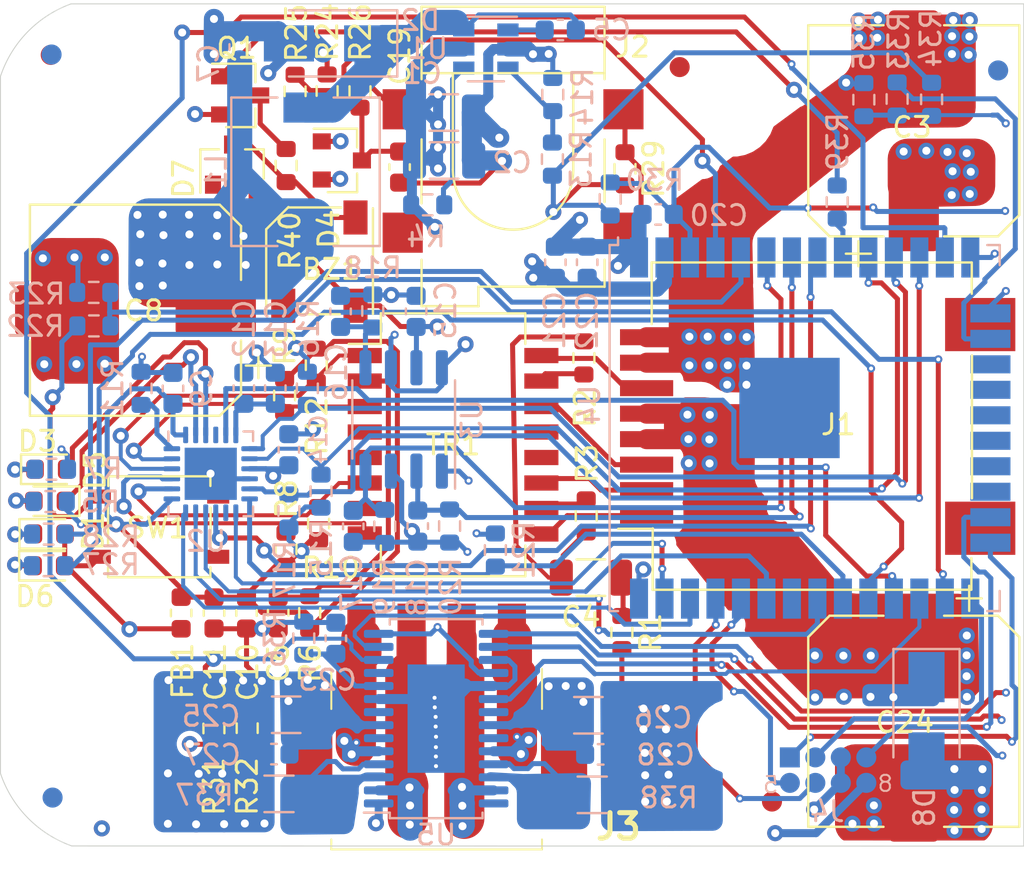
<source format=kicad_pcb>
(kicad_pcb (version 20171130) (host pcbnew 5.1.10-88a1d61d58~90~ubuntu20.04.1)
  (layers (0 F.Cu signal) (1 In1.Cu signal hide) (2 In2.Cu signal hide) (31 B.Cu signal hide) (34 B.Paste user hide) (35 F.Paste user) (36 B.SilkS user hide) (37 F.SilkS user) (38 B.Mask user hide) (39 F.Mask user) (44 Edge.Cuts user))
  (net 0 "")
  (net 1 "Net-(BZ1-Pad2)")
  (net 2 +3V3)
  (net 3 -VDC)
  (net 4 +VDC)
  (net 5 "Net-(C4-Pad2)")
  (net 6 "Net-(C4-Pad1)")
  (net 7 "Net-(C5-Pad1)")
  (net 8 "Net-(C6-Pad2)")
  (net 9 /+3V3LAN)
  (net 10 "Net-(C12-Pad2)")
  (net 11 "Net-(C16-Pad1)")
  (net 12 "Net-(C17-Pad1)")
  (net 13 "Net-(C18-Pad1)")
  (net 14 "Net-(C19-Pad1)")
  (net 15 "Net-(C20-Pad2)")
  (net 16 "Net-(C23-Pad2)")
  (net 17 "Net-(D1-Pad2)")
  (net 18 "Net-(D1-Pad1)")
  (net 19 "Net-(D3-Pad2)")
  (net 20 "Net-(D3-Pad1)")
  (net 21 "Net-(D5-Pad1)")
  (net 22 "Net-(D6-Pad1)")
  (net 23 "Net-(D7-Pad1)")
  (net 24 "Net-(J1-Pad1)")
  (net 25 "Net-(J1-Pad2)")
  (net 26 "Net-(J1-Pad3)")
  (net 27 "Net-(J1-Pad6)")
  (net 28 "Net-(J2-Pad1)")
  (net 29 "Net-(J2-Pad3)")
  (net 30 "Net-(J2-Pad2)")
  (net 31 "Net-(J3-Pad4)")
  (net 32 "Net-(J3-Pad3)")
  (net 33 "Net-(J3-Pad2)")
  (net 34 "Net-(J3-Pad1)")
  (net 35 "Net-(J4-Pad2)")
  (net 36 "Net-(J4-Pad5)")
  (net 37 "Net-(Q1-Pad3)")
  (net 38 "Net-(Q1-Pad1)")
  (net 39 "Net-(R2-Pad1)")
  (net 40 "Net-(R3-Pad1)")
  (net 41 "Net-(R4-Pad1)")
  (net 42 /TD+)
  (net 43 /RD+)
  (net 44 /TD-)
  (net 45 "Net-(R11-Pad2)")
  (net 46 /RD-)
  (net 47 "Net-(R13-Pad2)")
  (net 48 /EMAC_RXD0:GPIO25)
  (net 49 /EMAC_RXD1:GPIO26)
  (net 50 /EMAC_RX_CRS_DV:GPIO27)
  (net 51 /MDIO)
  (net 52 "Net-(R22-Pad2)")
  (net 53 "Net-(R22-Pad1)")
  (net 54 "Net-(R25-Pad2)")
  (net 55 "Net-(R27-Pad2)")
  (net 56 "Net-(R28-Pad2)")
  (net 57 "Net-(R31-Pad2)")
  (net 58 "Net-(R33-Pad2)")
  (net 59 "Net-(R33-Pad1)")
  (net 60 "Net-(R37-Pad2)")
  (net 61 "Net-(R38-Pad2)")
  (net 62 "Net-(R39-Pad2)")
  (net 63 /EMAC_TXD1:GPIO22)
  (net 64 /EMAC_TXD0:GPIO19)
  (net 65 /EMAC_TX_EN:GPIO21)
  (net 66 /PHY_RST:)
  (net 67 "Net-(U2-Pad14)")
  (net 68 /MDC:GPIO23)
  (net 69 /EMAC_CLK_OUT_180:GPIO17)
  (net 70 "Net-(U2-Pad4)")
  (net 71 "Net-(U4-Pad32)")
  (net 72 "Net-(U4-Pad27)")
  (net 73 "Net-(U4-Pad23)")
  (net 74 "Net-(U4-Pad22)")
  (net 75 "Net-(U4-Pad21)")
  (net 76 "Net-(U4-Pad20)")
  (net 77 "Net-(U4-Pad19)")
  (net 78 "Net-(U4-Pad18)")
  (net 79 "Net-(U4-Pad17)")
  (net 80 "Net-(U4-Pad14)")
  (net 81 "Net-(J4-Pad6)")
  (net 82 "Net-(J4-Pad1)")
  (net 83 "Net-(C5-Pad2)")
  (module Diode_SMD:D_SMA (layer B.Cu) (at 104.42776 99.24812 270)
    (fp_text reference D8 (at 4.5 0.1 90) (layer B.SilkS) (effects (justify mirror)))
    (fp_text value DIO-STPS1L30)
    (pad 2 smd rect (at 2 0 270) (size 2.5 1.8) (layers B.Cu B.Paste B.Mask) (net 3 -VDC))
    (pad 1 smd rect (at -2 0 270) (size 2.5 1.8) (layers B.Cu B.Paste B.Mask) (net 4 +VDC))
  )
  (module Package_own:HTSSOP-28-1EP_4.4x9.7mm_P0.65mm_EP2.85x5.4mm (layer B.Cu) (at 79.99222 99.31654)
    (fp_text reference U5 (at 0 5.8) (layer B.SilkS) (effects (justify mirror)))
    (fp_text value MDR-STEPPER-BD63524AEFV)
    (pad 1 smd roundrect (at -2.8625 4.225) (size 1.475 0.4) (layers B.Cu B.Paste B.Mask) (net 3 -VDC))
    (pad 2 smd roundrect (at -2.8625 3.575) (size 1.475 0.4) (layers B.Cu B.Paste B.Mask) (net 33 "Net-(J3-Pad2)"))
    (pad 3 smd roundrect (at -2.8625 2.925) (size 1.475 0.4) (layers B.Cu B.Paste B.Mask) (net 60 "Net-(R37-Pad2)"))
    (pad 4 smd roundrect (at -2.8625 2.275) (size 1.475 0.4) (layers B.Cu B.Paste B.Mask) (net 60 "Net-(R37-Pad2)"))
    (pad 5 smd roundrect (at -2.8625 1.625) (size 1.475 0.4) (layers B.Cu B.Paste B.Mask) (net 34 "Net-(J3-Pad1)"))
    (pad 6 smd roundrect (at -2.8625 0.975) (size 1.475 0.4) (layers B.Cu B.Paste B.Mask))
    (pad 7 smd roundrect (at -2.8625 0.325) (size 1.475 0.4) (layers B.Cu B.Paste B.Mask) (net 4 +VDC))
    (pad 8 smd roundrect (at -2.8625 -0.325) (size 1.475 0.4) (layers B.Cu B.Paste B.Mask))
    (pad 9 smd roundrect (at -2.8625 -0.975) (size 1.475 0.4) (layers B.Cu B.Paste B.Mask) (net 3 -VDC))
    (pad 10 smd roundrect (at -2.8625 -1.625) (size 1.475 0.4) (layers B.Cu B.Paste B.Mask) (net 16 "Net-(C23-Pad2)"))
    (pad 11 smd roundrect (at -2.8625 -2.275) (size 1.475 0.4) (layers B.Cu B.Paste B.Mask))
    (pad 12 smd roundrect (at -2.8625 -2.925) (size 1.475 0.4) (layers B.Cu B.Paste B.Mask) (net 57 "Net-(R31-Pad2)"))
    (pad 13 smd roundrect (at -2.8625 -3.575) (size 1.475 0.4) (layers B.Cu B.Paste B.Mask) (net 59 "Net-(R33-Pad1)"))
    (pad 14 smd roundrect (at -2.8625 -4.225) (size 1.475 0.4) (layers B.Cu B.Paste B.Mask) (net 2 +3V3))
    (pad 15 smd roundrect (at 2.8625 -4.225) (size 1.475 0.4) (layers B.Cu B.Paste B.Mask) (net 80 "Net-(U4-Pad14)"))
    (pad 16 smd roundrect (at 2.8625 -3.575) (size 1.475 0.4) (layers B.Cu B.Paste B.Mask) (net 73 "Net-(U4-Pad23)"))
    (pad 17 smd roundrect (at 2.8625 -2.925) (size 1.475 0.4) (layers B.Cu B.Paste B.Mask) (net 3 -VDC))
    (pad 18 smd roundrect (at 2.8625 -2.275) (size 1.475 0.4) (layers B.Cu B.Paste B.Mask) (net 2 +3V3))
    (pad 19 smd roundrect (at 2.8625 -1.625) (size 1.475 0.4) (layers B.Cu B.Paste B.Mask) (net 3 -VDC))
    (pad 20 smd roundrect (at 2.8625 -0.975) (size 1.475 0.4) (layers B.Cu B.Paste B.Mask) (net 72 "Net-(U4-Pad27)"))
    (pad 21 smd roundrect (at 2.8625 -0.325) (size 1.475 0.4) (layers B.Cu B.Paste B.Mask))
    (pad 22 smd roundrect (at 2.8625 0.325) (size 1.475 0.4) (layers B.Cu B.Paste B.Mask) (net 4 +VDC))
    (pad 23 smd roundrect (at 2.8625 0.975) (size 1.475 0.4) (layers B.Cu B.Paste B.Mask))
    (pad 24 smd roundrect (at 2.8625 1.625) (size 1.475 0.4) (layers B.Cu B.Paste B.Mask) (net 31 "Net-(J3-Pad4)"))
    (pad 25 smd roundrect (at 2.8625 2.275) (size 1.475 0.4) (layers B.Cu B.Paste B.Mask) (net 61 "Net-(R38-Pad2)"))
    (pad 26 smd roundrect (at 2.8625 2.925) (size 1.475 0.4) (layers B.Cu B.Paste B.Mask) (net 61 "Net-(R38-Pad2)"))
    (pad 27 smd roundrect (at 2.8625 3.575) (size 1.475 0.4) (layers B.Cu B.Paste B.Mask) (net 32 "Net-(J3-Pad3)"))
    (pad 28 smd roundrect (at 2.8625 4.225) (size 1.475 0.4) (layers B.Cu B.Paste B.Mask))
    (pad 29 smd rect (at 0 0) (size 2.85 5.4) (layers B.Cu B.Mask) (net 3 -VDC))
  )
  (module Buzzer_Beeper_own:Loudity_SMT56 (layer F.Cu) (at 74.17308 76.5429 90)
    (fp_text reference BZ1 (at -0.37846 0.58166) (layer F.SilkS))
    (fp_text value SOUND-LD-BZEL-T56-0505)
    (pad 2 smd rect (at 2.2 1.8 90) (size 1.7 1.2) (layers F.Cu F.Paste F.Mask) (net 1 "Net-(BZ1-Pad2)"))
    (pad 1 smd rect (at -2.2 1.8 90) (size 1.7 1.2) (layers F.Cu F.Paste F.Mask) (net 2 +3V3))
    (pad "" smd rect (at -2.2 -1.8 90) (size 1.7 1.2) (layers F.Cu F.Paste F.Mask))
  )
  (module Package_own:SO-8_3.9x4.9mm_P1.27mm (layer B.Cu) (at 78.37424 84.40674 90)
    (fp_text reference U3 (at 0 3.4 90) (layer B.SilkS) (effects (justify mirror)))
    (fp_text value SEN-MAG-KMZ60)
    (pad 8 smd roundrect (at 2.575 1.905 90) (size 1.75 0.6) (layers B.Cu B.Paste B.Mask) (net 3 -VDC))
    (pad 7 smd roundrect (at 2.575 0.635 90) (size 1.75 0.6) (layers B.Cu B.Paste B.Mask) (net 2 +3V3))
    (pad 6 smd roundrect (at 2.575 -0.635 90) (size 1.75 0.6) (layers B.Cu B.Paste B.Mask) (net 3 -VDC))
    (pad 5 smd roundrect (at 2.575 -1.905 90) (size 1.75 0.6) (layers B.Cu B.Paste B.Mask) (net 11 "Net-(C16-Pad1)"))
    (pad 4 smd roundrect (at -2.575 -1.905 90) (size 1.75 0.6) (layers B.Cu B.Paste B.Mask) (net 12 "Net-(C17-Pad1)"))
    (pad 3 smd roundrect (at -2.575 -0.635 90) (size 1.75 0.6) (layers B.Cu B.Paste B.Mask) (net 3 -VDC))
    (pad 2 smd roundrect (at -2.575 0.635 90) (size 1.75 0.6) (layers B.Cu B.Paste B.Mask) (net 13 "Net-(C18-Pad1)"))
    (pad 1 smd roundrect (at -2.575 1.905 90) (size 1.75 0.6) (layers B.Cu B.Paste B.Mask) (net 2 +3V3))
  )
  (module Transformer_own:Transformer_Ethernet_Bourns_PT61017PEL (layer F.Cu) (at 80.8355 85.66912)
    (fp_text reference TR1 (at 0 0) (layer F.SilkS))
    (fp_text value TRANS-PT61017PEL)
    (pad 1 smd rect (at -4.4 -4.445) (size 1.7 0.76) (layers F.Cu F.Paste F.Mask) (net 46 /RD-))
    (pad 2 smd rect (at -4.4 -3.175) (size 1.7 0.76) (layers F.Cu F.Paste F.Mask) (net 8 "Net-(C6-Pad2)"))
    (pad 3 smd rect (at -4.4 -1.905) (size 1.7 0.76) (layers F.Cu F.Paste F.Mask) (net 43 /RD+))
    (pad 4 smd rect (at -4.4 -0.635) (size 1.7 0.76) (layers F.Cu F.Paste F.Mask))
    (pad 7 smd rect (at -4.4 3.175) (size 1.7 0.76) (layers F.Cu F.Paste F.Mask) (net 8 "Net-(C6-Pad2)"))
    (pad 5 smd rect (at -4.4 0.635) (size 1.7 0.76) (layers F.Cu F.Paste F.Mask))
    (pad 6 smd rect (at -4.4 1.905) (size 1.7 0.76) (layers F.Cu F.Paste F.Mask) (net 44 /TD-))
    (pad 8 smd rect (at -4.4 4.445) (size 1.7 0.76) (layers F.Cu F.Paste F.Mask) (net 42 /TD+))
    (pad 14 smd rect (at 4.4 -1.905) (size 1.7 0.76) (layers F.Cu F.Paste F.Mask) (net 26 "Net-(J1-Pad3)"))
    (pad 11 smd rect (at 4.4 1.905) (size 1.7 0.76) (layers F.Cu F.Paste F.Mask) (net 25 "Net-(J1-Pad2)"))
    (pad 9 smd rect (at 4.4 4.445) (size 1.7 0.76) (layers F.Cu F.Paste F.Mask) (net 24 "Net-(J1-Pad1)"))
    (pad 15 smd rect (at 4.4 -3.175) (size 1.7 0.76) (layers F.Cu F.Paste F.Mask) (net 39 "Net-(R2-Pad1)"))
    (pad 10 smd rect (at 4.4 3.175) (size 1.7 0.76) (layers F.Cu F.Paste F.Mask) (net 40 "Net-(R3-Pad1)"))
    (pad 13 smd rect (at 4.4 -0.635) (size 1.7 0.76) (layers F.Cu F.Paste F.Mask))
    (pad 16 smd rect (at 4.4 -4.445) (size 1.7 0.76) (layers F.Cu F.Paste F.Mask) (net 27 "Net-(J1-Pad6)"))
    (pad 12 smd rect (at 4.4 0.635) (size 1.7 0.76) (layers F.Cu F.Paste F.Mask))
  )
  (module Inductor_own:DE0703-22 (layer B.Cu) (at 73.4822 72.06488 270)
    (fp_text reference L1 (at 0 4.45 90) (layer B.SilkS) (effects (justify mirror)))
    (fp_text value IND-7.3x7.3-22nH-1.0A)
    (pad 2 smd rect (at 3.2 0 270) (size 1.5 2.2) (layers B.Cu B.Paste B.Mask) (net 2 +3V3))
    (pad 1 smd rect (at -3.2 0 270) (size 1.5 2.2) (layers B.Cu B.Paste B.Mask) (net 7 "Net-(C5-Pad1)"))
  )
  (module Connector_own:Conn_01x04_Test_Programming (layer B.Cu) (at 99.51276 101.87312 180)
    (fp_text reference J4 (at 0.035 -2.075) (layer B.SilkS) (effects (justify mirror)))
    (fp_text value Conn_02x04_Prog_1.27)
    (fp_text user 8 (at -2.86 -0.68) (layer B.SilkS) (effects (font (size 0.8 0.8) (thickness 0.1)) (justify mirror)))
    (fp_text user 5 (at 2.85 -0.74) (layer B.SilkS) (effects (font (size 0.8 0.8) (thickness 0.1)) (justify mirror)))
    (pad 8 connect circle (at -1.915 -0.645) (size 1 1) (layers B.Cu B.Mask) (net 2 +3V3))
    (pad 4 connect circle (at -1.915 0.625) (size 1 1) (layers B.Cu B.Mask) (net 15 "Net-(C20-Pad2)"))
    (pad 7 connect circle (at -0.645 -0.645) (size 1 1) (layers B.Cu B.Mask) (net 3 -VDC))
    (pad 3 connect circle (at -0.645 0.625) (size 1 1) (layers B.Cu B.Mask) (net 3 -VDC))
    (pad 6 connect circle (at 0.625 -0.645) (size 1 1) (layers B.Cu B.Mask) (net 81 "Net-(J4-Pad6)"))
    (pad 2 connect circle (at 0.625 0.625) (size 1 1) (layers B.Cu B.Mask) (net 35 "Net-(J4-Pad2)"))
    (pad 5 connect circle (at 1.895 -0.645) (size 1 1) (layers B.Cu B.Mask) (net 36 "Net-(J4-Pad5)"))
    (pad 1 connect rect (at 1.895 0.625) (size 1 1) (layers B.Cu B.Mask) (net 82 "Net-(J4-Pad1)"))
  )
  (module Connector_own:1702474 (layer F.Cu) (at 80.01762 100.56114)
    (fp_text reference J3 (at 9.06014 4.13698) (layer F.SilkS) (effects (font (size 1.27 1.27) (thickness 0.254))))
    (fp_text value CONN-1702474 hide)
    (pad 1 smd rect (at -3.75 -5.275) (size 1.4 3.4) (layers F.Cu F.Paste F.Mask) (net 34 "Net-(J3-Pad1)"))
    (pad 2 smd rect (at -1.25 -5.275) (size 1.4 3.4) (layers F.Cu F.Paste F.Mask) (net 33 "Net-(J3-Pad2)"))
    (pad 3 smd rect (at 1.25 -5.275) (size 1.4 3.4) (layers F.Cu F.Paste F.Mask) (net 32 "Net-(J3-Pad3)"))
    (pad 4 smd rect (at 3.75 -5.275) (size 1.4 3.4) (layers F.Cu F.Paste F.Mask) (net 31 "Net-(J3-Pad4)"))
    (pad 5 smd rect (at -6.35 1.325) (size 2.3 5.6) (layers F.Cu F.Paste F.Mask))
    (pad 6 smd rect (at 6.35 1.325) (size 2.3 5.6) (layers F.Cu F.Paste F.Mask))
  )
  (module Inductor_SMD:L_0603_1608Metric (layer F.Cu) (at 67.2846 94.05112 90)
    (fp_text reference FB1 (at -2.89052 0.0762 90) (layer F.SilkS))
    (fp_text value IND-FER-0603-600OHM-0.5A)
    (pad 2 smd roundrect (at 0.7875 0 90) (size 0.875 0.95) (layers F.Cu F.Paste F.Mask) (net 9 /+3V3LAN))
    (pad 1 smd roundrect (at -0.7875 0 90) (size 0.875 0.95) (layers F.Cu F.Paste F.Mask) (net 2 +3V3))
  )
  (module RF_Module:ESP32-WROOM-32U (layer B.Cu) (at 98.35642 84.836 270)
    (fp_text reference U4 (at -1.15062 10.7188 90) (layer B.SilkS) (effects (justify mirror)))
    (fp_text value MCU-ESP32-WROOM-32U)
    (pad 38 smd rect (at 8.5 8.255 270) (size 2 0.9) (layers B.Cu B.Paste B.Mask) (net 3 -VDC))
    (pad 37 smd rect (at 8.5 6.985 270) (size 2 0.9) (layers B.Cu B.Paste B.Mask) (net 68 /MDC:GPIO23))
    (pad 36 smd rect (at 8.5 5.715 270) (size 2 0.9) (layers B.Cu B.Paste B.Mask) (net 63 /EMAC_TXD1:GPIO22))
    (pad 35 smd rect (at 8.5 4.445 270) (size 2 0.9) (layers B.Cu B.Paste B.Mask) (net 81 "Net-(J4-Pad6)"))
    (pad 34 smd rect (at 8.5 3.175 270) (size 2 0.9) (layers B.Cu B.Paste B.Mask) (net 36 "Net-(J4-Pad5)"))
    (pad 33 smd rect (at 8.5 1.905 270) (size 2 0.9) (layers B.Cu B.Paste B.Mask) (net 65 /EMAC_TX_EN:GPIO21))
    (pad 32 smd rect (at 8.5 0.635 270) (size 2 0.9) (layers B.Cu B.Paste B.Mask) (net 71 "Net-(U4-Pad32)"))
    (pad 31 smd rect (at 8.5 -0.635 270) (size 2 0.9) (layers B.Cu B.Paste B.Mask) (net 64 /EMAC_TXD0:GPIO19))
    (pad 30 smd rect (at 8.5 -1.905 270) (size 2 0.9) (layers B.Cu B.Paste B.Mask) (net 51 /MDIO))
    (pad 29 smd rect (at 8.5 -3.175 270) (size 2 0.9) (layers B.Cu B.Paste B.Mask) (net 55 "Net-(R27-Pad2)"))
    (pad 28 smd rect (at 8.5 -4.445 270) (size 2 0.9) (layers B.Cu B.Paste B.Mask) (net 69 /EMAC_CLK_OUT_180:GPIO17))
    (pad 27 smd rect (at 8.5 -5.715 270) (size 2 0.9) (layers B.Cu B.Paste B.Mask) (net 72 "Net-(U4-Pad27)"))
    (pad 26 smd rect (at 8.5 -6.985 270) (size 2 0.9) (layers B.Cu B.Paste B.Mask) (net 56 "Net-(R28-Pad2)"))
    (pad 25 smd rect (at 8.5 -8.255 270) (size 2 0.9) (layers B.Cu B.Paste B.Mask) (net 35 "Net-(J4-Pad2)"))
    (pad 24 smd rect (at 5.715 -9.255 180) (size 2 0.9) (layers B.Cu B.Paste B.Mask) (net 82 "Net-(J4-Pad1)"))
    (pad 23 smd rect (at 4.445 -9.255 180) (size 2 0.9) (layers B.Cu B.Paste B.Mask) (net 73 "Net-(U4-Pad23)"))
    (pad 22 smd rect (at 3.175 -9.255 180) (size 2 0.9) (layers B.Cu B.Paste B.Mask) (net 74 "Net-(U4-Pad22)"))
    (pad 21 smd rect (at 1.905 -9.255 180) (size 2 0.9) (layers B.Cu B.Paste B.Mask) (net 75 "Net-(U4-Pad21)"))
    (pad 20 smd rect (at 0.635 -9.255 180) (size 2 0.9) (layers B.Cu B.Paste B.Mask) (net 76 "Net-(U4-Pad20)"))
    (pad 19 smd rect (at -0.635 -9.255 180) (size 2 0.9) (layers B.Cu B.Paste B.Mask) (net 77 "Net-(U4-Pad19)"))
    (pad 18 smd rect (at -1.905 -9.255 180) (size 2 0.9) (layers B.Cu B.Paste B.Mask) (net 78 "Net-(U4-Pad18)"))
    (pad 17 smd rect (at -3.175 -9.255 180) (size 2 0.9) (layers B.Cu B.Paste B.Mask) (net 79 "Net-(U4-Pad17)"))
    (pad 16 smd rect (at -4.445 -9.255 180) (size 2 0.9) (layers B.Cu B.Paste B.Mask) (net 58 "Net-(R33-Pad2)"))
    (pad 15 smd rect (at -5.715 -9.255) (size 2 0.9) (layers B.Cu B.Paste B.Mask) (net 3 -VDC))
    (pad 14 smd rect (at -8.5 -8.255 270) (size 2 0.9) (layers B.Cu B.Paste B.Mask) (net 80 "Net-(U4-Pad14)"))
    (pad 13 smd rect (at -8.5 -6.985 270) (size 2 0.9) (layers B.Cu B.Paste B.Mask) (net 57 "Net-(R31-Pad2)"))
    (pad 12 smd rect (at -8.5 -5.715 270) (size 2 0.9) (layers B.Cu B.Paste B.Mask) (net 50 /EMAC_RX_CRS_DV:GPIO27))
    (pad 11 smd rect (at -8.5 -4.445 270) (size 2 0.9) (layers B.Cu B.Paste B.Mask) (net 49 /EMAC_RXD1:GPIO26))
    (pad 10 smd rect (at -8.5 -3.175 270) (size 2 0.9) (layers B.Cu B.Paste B.Mask) (net 48 /EMAC_RXD0:GPIO25))
    (pad 9 smd rect (at -8.5 -1.905 270) (size 2 0.9) (layers B.Cu B.Paste B.Mask) (net 62 "Net-(R39-Pad2)"))
    (pad 8 smd rect (at -8.5 -0.635 270) (size 2 0.9) (layers B.Cu B.Paste B.Mask) (net 66 /PHY_RST:))
    (pad 7 smd rect (at -8.5 0.635 270) (size 2 0.9) (layers B.Cu B.Paste B.Mask) (net 13 "Net-(C18-Pad1)"))
    (pad 6 smd rect (at -8.5 1.905 270) (size 2 0.9) (layers B.Cu B.Paste B.Mask) (net 12 "Net-(C17-Pad1)"))
    (pad 5 smd rect (at -8.5 3.175 270) (size 2 0.9) (layers B.Cu B.Paste B.Mask) (net 53 "Net-(R22-Pad1)"))
    (pad 4 smd rect (at -8.5 4.445 270) (size 2 0.9) (layers B.Cu B.Paste B.Mask) (net 54 "Net-(R25-Pad2)"))
    (pad 3 smd rect (at -8.5 5.715 270) (size 2 0.9) (layers B.Cu B.Paste B.Mask) (net 15 "Net-(C20-Pad2)"))
    (pad 2 smd rect (at -8.5 6.985 270) (size 2 0.9) (layers B.Cu B.Paste B.Mask) (net 2 +3V3))
    (pad 1 smd rect (at -8.5 8.255 270) (size 2 0.9) (layers B.Cu B.Paste B.Mask) (net 3 -VDC))
    (pad 39 smd rect (at -1 0.755 270) (size 5 5) (layers B.Cu B.Paste B.Mask) (net 3 -VDC))
  )
  (module Package_DFN_QFN:QFN-24-1EP_4x4mm_P0.5mm_EP2.6x2.6mm (layer B.Cu) (at 68.75964 87.1164 270)
    (fp_text reference U2 (at 3.36042 0.23876) (layer B.SilkS) (effects (justify mirror)))
    (fp_text value LAN8720A)
    (pad 25 smd rect (at 0 0 270) (size 2.6 2.6) (layers B.Cu B.Mask) (net 3 -VDC))
    (pad 24 smd roundrect (at -1.25 1.9375 270) (size 0.25 0.825) (layers B.Cu B.Paste B.Mask) (net 45 "Net-(R11-Pad2)"))
    (pad 23 smd roundrect (at -0.75 1.9375 270) (size 0.25 0.825) (layers B.Cu B.Paste B.Mask) (net 43 /RD+))
    (pad 22 smd roundrect (at -0.25 1.9375 270) (size 0.25 0.825) (layers B.Cu B.Paste B.Mask) (net 46 /RD-))
    (pad 21 smd roundrect (at 0.25 1.9375 270) (size 0.25 0.825) (layers B.Cu B.Paste B.Mask) (net 42 /TD+))
    (pad 20 smd roundrect (at 0.75 1.9375 270) (size 0.25 0.825) (layers B.Cu B.Paste B.Mask) (net 44 /TD-))
    (pad 19 smd roundrect (at 1.25 1.9375 270) (size 0.25 0.825) (layers B.Cu B.Paste B.Mask) (net 9 /+3V3LAN))
    (pad 18 smd roundrect (at 1.9375 1.25 270) (size 0.825 0.25) (layers B.Cu B.Paste B.Mask) (net 63 /EMAC_TXD1:GPIO22))
    (pad 17 smd roundrect (at 1.9375 0.75 270) (size 0.825 0.25) (layers B.Cu B.Paste B.Mask) (net 64 /EMAC_TXD0:GPIO19))
    (pad 16 smd roundrect (at 1.9375 0.25 270) (size 0.825 0.25) (layers B.Cu B.Paste B.Mask) (net 65 /EMAC_TX_EN:GPIO21))
    (pad 15 smd roundrect (at 1.9375 -0.25 270) (size 0.825 0.25) (layers B.Cu B.Paste B.Mask) (net 66 /PHY_RST:))
    (pad 14 smd roundrect (at 1.9375 -0.75 270) (size 0.825 0.25) (layers B.Cu B.Paste B.Mask) (net 67 "Net-(U2-Pad14)"))
    (pad 13 smd roundrect (at 1.9375 -1.25 270) (size 0.825 0.25) (layers B.Cu B.Paste B.Mask) (net 68 /MDC:GPIO23))
    (pad 12 smd roundrect (at 1.25 -1.9375 270) (size 0.25 0.825) (layers B.Cu B.Paste B.Mask) (net 51 /MDIO))
    (pad 11 smd roundrect (at 0.75 -1.9375 270) (size 0.25 0.825) (layers B.Cu B.Paste B.Mask) (net 50 /EMAC_RX_CRS_DV:GPIO27))
    (pad 10 smd roundrect (at 0.25 -1.9375 270) (size 0.25 0.825) (layers B.Cu B.Paste B.Mask) (net 3 -VDC))
    (pad 9 smd roundrect (at -0.25 -1.9375 270) (size 0.25 0.825) (layers B.Cu B.Paste B.Mask) (net 2 +3V3))
    (pad 8 smd roundrect (at -0.75 -1.9375 270) (size 0.25 0.825) (layers B.Cu B.Paste B.Mask) (net 48 /EMAC_RXD0:GPIO25))
    (pad 7 smd roundrect (at -1.25 -1.9375 270) (size 0.25 0.825) (layers B.Cu B.Paste B.Mask) (net 49 /EMAC_RXD1:GPIO26))
    (pad 6 smd roundrect (at -1.9375 -1.25 270) (size 0.825 0.25) (layers B.Cu B.Paste B.Mask) (net 10 "Net-(C12-Pad2)"))
    (pad 5 smd roundrect (at -1.9375 -0.75 270) (size 0.825 0.25) (layers B.Cu B.Paste B.Mask) (net 69 /EMAC_CLK_OUT_180:GPIO17))
    (pad 4 smd roundrect (at -1.9375 -0.25 270) (size 0.825 0.25) (layers B.Cu B.Paste B.Mask) (net 70 "Net-(U2-Pad4)"))
    (pad 3 smd roundrect (at -1.9375 0.25 270) (size 0.825 0.25) (layers B.Cu B.Paste B.Mask) (net 19 "Net-(D3-Pad2)"))
    (pad 2 smd roundrect (at -1.9375 0.75 270) (size 0.825 0.25) (layers B.Cu B.Paste B.Mask) (net 18 "Net-(D1-Pad1)"))
    (pad 1 smd roundrect (at -1.9375 1.25 270) (size 0.825 0.25) (layers B.Cu B.Paste B.Mask) (net 9 /+3V3LAN))
  )
  (module Package_TO_SOT_SMD:SOT-23-6 (layer B.Cu) (at 82.4689 65.94852 180)
    (fp_text reference U1 (at 2.88816 0.02536) (layer B.SilkS) (effects (justify mirror)))
    (fp_text value REG-BUCK-AOZ1282CI)
    (pad 5 smd rect (at 1.1 0 180) (size 1.06 0.65) (layers B.Cu B.Paste B.Mask) (net 4 +VDC))
    (pad 6 smd rect (at 1.1 0.95 180) (size 1.06 0.65) (layers B.Cu B.Paste B.Mask) (net 7 "Net-(C5-Pad1)"))
    (pad 4 smd rect (at 1.1 -0.95 180) (size 1.06 0.65) (layers B.Cu B.Paste B.Mask) (net 41 "Net-(R4-Pad1)"))
    (pad 3 smd rect (at -1.1 -0.95 180) (size 1.06 0.65) (layers B.Cu B.Paste B.Mask) (net 47 "Net-(R13-Pad2)"))
    (pad 2 smd rect (at -1.1 0 180) (size 1.06 0.65) (layers B.Cu B.Paste B.Mask) (net 3 -VDC))
    (pad 1 smd rect (at -1.1 0.95 180) (size 1.06 0.65) (layers B.Cu B.Paste B.Mask) (net 83 "Net-(C5-Pad2)"))
  )
  (module Button_Switch_own:SW_SPST_TVCM04N (layer F.Cu) (at 66.18224 89.7509 180)
    (fp_text reference SW1 (at 0.09144 -0.05588) (layer F.SilkS))
    (fp_text value SW-SPST_TVCM04N)
    (pad 1 smd rect (at 2.95 -1.5 180) (size 1.1 0.7) (layers F.Cu F.Paste F.Mask) (net 2 +3V3))
    (pad 1 smd rect (at -2.95 -1.5 180) (size 1.1 0.7) (layers F.Cu F.Paste F.Mask) (net 2 +3V3))
    (pad 2 smd rect (at -2.95 1.5 180) (size 1.1 0.7) (layers F.Cu F.Paste F.Mask) (net 52 "Net-(R22-Pad2)"))
    (pad 2 smd rect (at 2.95 1.5 180) (size 1.1 0.7) (layers F.Cu F.Paste F.Mask) (net 52 "Net-(R22-Pad2)"))
  )
  (module Resistor_SMD:R_0603_1608Metric (layer F.Cu) (at 72.517 71.755 90)
    (fp_text reference R40 (at -3.74396 0.18542 90) (layer F.SilkS))
    (fp_text value RES-0603-270)
    (pad 2 smd roundrect (at 0.825 0 90) (size 0.8 0.95) (layers F.Cu F.Paste F.Mask) (net 37 "Net-(Q1-Pad3)"))
    (pad 1 smd roundrect (at -0.825 0 90) (size 0.8 0.95) (layers F.Cu F.Paste F.Mask) (net 1 "Net-(BZ1-Pad2)"))
  )
  (module Resistor_SMD:R_0603_1608Metric (layer B.Cu) (at 99.97776 73.57312 270)
    (fp_text reference R39 (at -3.0098 -0.02286 90) (layer B.SilkS) (effects (justify mirror)))
    (fp_text value RES-0603-1k)
    (pad 2 smd roundrect (at 0.825 0 270) (size 0.8 0.95) (layers B.Cu B.Paste B.Mask) (net 62 "Net-(R39-Pad2)"))
    (pad 1 smd roundrect (at -0.825 0 270) (size 0.8 0.95) (layers B.Cu B.Paste B.Mask) (net 38 "Net-(Q1-Pad1)"))
  )
  (module Resistor_SMD:R_1206_3216Metric (layer B.Cu) (at 87.7697 103.11384 180)
    (fp_text reference R38 (at -3.81 -0.14478) (layer B.SilkS) (effects (justify mirror)))
    (fp_text value RES-1206-0.1)
    (pad 2 smd roundrect (at 1.4625 0 180) (size 1.125 1.75) (layers B.Cu B.Paste B.Mask) (roundrect_rratio 0.222222) (net 61 "Net-(R38-Pad2)"))
    (pad 1 smd roundrect (at -1.4625 0 180) (size 1.125 1.75) (layers B.Cu B.Paste B.Mask) (roundrect_rratio 0.222222) (net 3 -VDC))
  )
  (module Resistor_SMD:R_1206_3216Metric (layer B.Cu) (at 72.1614 103.06558)
    (fp_text reference R37 (at -3.71856 0.06096) (layer B.SilkS) (effects (justify mirror)))
    (fp_text value RES-1206-0.1)
    (pad 2 smd roundrect (at 1.4625 0) (size 1.125 1.75) (layers B.Cu B.Paste B.Mask) (roundrect_rratio 0.222222) (net 60 "Net-(R37-Pad2)"))
    (pad 1 smd roundrect (at -1.4625 0) (size 1.125 1.75) (layers B.Cu B.Paste B.Mask) (roundrect_rratio 0.222222) (net 3 -VDC))
  )
  (module Resistor_SMD:R_0603_1608Metric (layer B.Cu) (at 73.39584 95.30832 270)
    (fp_text reference R36 (at 0.03566 1.43256 90) (layer B.SilkS) (effects (justify mirror)))
    (fp_text value RES-0603-68k)
    (pad 2 smd roundrect (at 0.825 0 270) (size 0.8 0.95) (layers B.Cu B.Paste B.Mask) (net 16 "Net-(C23-Pad2)"))
    (pad 1 smd roundrect (at -0.825 0 270) (size 0.8 0.95) (layers B.Cu B.Paste B.Mask) (net 3 -VDC))
  )
  (module Resistor_SMD:R_0603_1608Metric (layer B.Cu) (at 101.30536 68.47322 90)
    (fp_text reference R35 (at 2.8829 0 90) (layer B.SilkS) (effects (justify mirror)))
    (fp_text value RES-0603-2.2k)
    (pad 2 smd roundrect (at 0.825 0 90) (size 0.8 0.95) (layers B.Cu B.Paste B.Mask) (net 3 -VDC))
    (pad 1 smd roundrect (at -0.825 0 90) (size 0.8 0.95) (layers B.Cu B.Paste B.Mask) (net 59 "Net-(R33-Pad1)"))
  )
  (module Resistor_SMD:R_0603_1608Metric (layer B.Cu) (at 104.68102 68.45544 270)
    (fp_text reference R34 (at -3.04282 0.03302 90) (layer B.SilkS) (effects (justify mirror)))
    (fp_text value RES-0603-15k)
    (pad 2 smd roundrect (at 0.825 0 270) (size 0.8 0.95) (layers B.Cu B.Paste B.Mask) (net 59 "Net-(R33-Pad1)"))
    (pad 1 smd roundrect (at -0.825 0 270) (size 0.8 0.95) (layers B.Cu B.Paste B.Mask) (net 2 +3V3))
  )
  (module Resistor_SMD:R_0603_1608Metric (layer B.Cu) (at 102.96398 68.43766 90)
    (fp_text reference R33 (at 2.88798 0.08128 90) (layer B.SilkS) (effects (justify mirror)))
    (fp_text value RES-0603-8.2k)
    (pad 2 smd roundrect (at 0.825 0 90) (size 0.8 0.95) (layers B.Cu B.Paste B.Mask) (net 58 "Net-(R33-Pad2)"))
    (pad 1 smd roundrect (at -0.825 0 90) (size 0.8 0.95) (layers B.Cu B.Paste B.Mask) (net 59 "Net-(R33-Pad1)"))
  )
  (module Resistor_SMD:R_0603_1608Metric (layer F.Cu) (at 70.57644 99.79142 270)
    (fp_text reference R32 (at 2.9067 -0.00132 270) (layer F.SilkS))
    (fp_text value RES-0603-1.8k)
    (pad 2 smd roundrect (at 0.825 0 270) (size 0.8 0.95) (layers F.Cu F.Paste F.Mask) (net 3 -VDC))
    (pad 1 smd roundrect (at -0.825 0 270) (size 0.8 0.95) (layers F.Cu F.Paste F.Mask) (net 57 "Net-(R31-Pad2)"))
  )
  (module Resistor_SMD:R_0603_1608Metric (layer F.Cu) (at 68.91782 99.80676 90)
    (fp_text reference R31 (at -2.89136 0.00994 90) (layer F.SilkS))
    (fp_text value RES-0603-8.2k)
    (pad 2 smd roundrect (at 0.825 0 90) (size 0.8 0.95) (layers F.Cu F.Paste F.Mask) (net 57 "Net-(R31-Pad2)"))
    (pad 1 smd roundrect (at -0.825 0 90) (size 0.8 0.95) (layers F.Cu F.Paste F.Mask) (net 2 +3V3))
  )
  (module Resistor_SMD:R_0603_1608Metric (layer B.Cu) (at 88.66632 73.42114 270)
    (fp_text reference R30 (at -0.93462 -2.21742 180) (layer B.SilkS) (effects (justify mirror)))
    (fp_text value RES-0603-47k)
    (pad 2 smd roundrect (at 0.825 0 270) (size 0.8 0.95) (layers B.Cu B.Paste B.Mask) (net 2 +3V3))
    (pad 1 smd roundrect (at -0.825 0 270) (size 0.8 0.95) (layers B.Cu B.Paste B.Mask) (net 15 "Net-(C20-Pad2)"))
  )
  (module Resistor_SMD:R_0603_1608Metric (layer F.Cu) (at 89.40292 71.91756 270)
    (fp_text reference R29 (at 0 -1.43 90) (layer F.SilkS))
    (fp_text value RES-0603-10k)
    (pad 2 smd roundrect (at 0.825 0 270) (size 0.8 0.95) (layers F.Cu F.Paste F.Mask) (net 2 +3V3))
    (pad 1 smd roundrect (at -0.825 0 270) (size 0.8 0.95) (layers F.Cu F.Paste F.Mask) (net 28 "Net-(J2-Pad1)"))
  )
  (module Resistor_SMD:R_0603_1608Metric (layer B.Cu) (at 60.6807 90.12174)
    (fp_text reference R28 (at 3.10124 0.127) (layer B.SilkS) (effects (justify mirror)))
    (fp_text value RES-0603-120)
    (pad 2 smd roundrect (at 0.825 0) (size 0.8 0.95) (layers B.Cu B.Paste B.Mask) (net 56 "Net-(R28-Pad2)"))
    (pad 1 smd roundrect (at -0.825 0) (size 0.8 0.95) (layers B.Cu B.Paste B.Mask) (net 21 "Net-(D5-Pad1)"))
  )
  (module Resistor_SMD:R_0603_1608Metric (layer B.Cu) (at 60.67298 91.694)
    (fp_text reference R27 (at 3.0988 -0.05588) (layer B.SilkS) (effects (justify mirror)))
    (fp_text value RES-0603-270)
    (pad 2 smd roundrect (at 0.825 0) (size 0.8 0.95) (layers B.Cu B.Paste B.Mask) (net 55 "Net-(R27-Pad2)"))
    (pad 1 smd roundrect (at -0.825 0) (size 0.8 0.95) (layers B.Cu B.Paste B.Mask) (net 22 "Net-(D6-Pad1)"))
  )
  (module Resistor_SMD:R_0603_1608Metric (layer F.Cu) (at 76.19746 68.04416 90)
    (fp_text reference R26 (at 2.93126 0.01778 90) (layer F.SilkS))
    (fp_text value RES-0603-10k)
    (pad 2 smd roundrect (at 0.825 0 90) (size 0.8 0.95) (layers F.Cu F.Paste F.Mask) (net 30 "Net-(J2-Pad2)"))
    (pad 1 smd roundrect (at -0.825 0 90) (size 0.8 0.95) (layers F.Cu F.Paste F.Mask) (net 14 "Net-(C19-Pad1)"))
  )
  (module Resistor_SMD:R_0603_1608Metric (layer F.Cu) (at 72.96404 68.05422 90)
    (fp_text reference R25 (at 2.9083 0.06604 90) (layer F.SilkS))
    (fp_text value RES-0603-1k)
    (pad 2 smd roundrect (at 0.825 0 90) (size 0.8 0.95) (layers F.Cu F.Paste F.Mask) (net 54 "Net-(R25-Pad2)"))
    (pad 1 smd roundrect (at -0.825 0 90) (size 0.8 0.95) (layers F.Cu F.Paste F.Mask) (net 14 "Net-(C19-Pad1)"))
  )
  (module Resistor_SMD:R_0603_1608Metric (layer F.Cu) (at 74.55916 68.04152 90)
    (fp_text reference R24 (at 2.94132 0.02032 90) (layer F.SilkS))
    (fp_text value RES-0603-220k)
    (pad 2 smd roundrect (at 0.825 0 90) (size 0.8 0.95) (layers F.Cu F.Paste F.Mask) (net 3 -VDC))
    (pad 1 smd roundrect (at -0.825 0 90) (size 0.8 0.95) (layers F.Cu F.Paste F.Mask) (net 14 "Net-(C19-Pad1)"))
  )
  (module Resistor_SMD:R_0603_1608Metric (layer B.Cu) (at 62.9286 78.07706)
    (fp_text reference R23 (at -2.87284 0.0762) (layer B.SilkS) (effects (justify mirror)))
    (fp_text value RES-0603-220k)
    (pad 2 smd roundrect (at 0.825 0) (size 0.8 0.95) (layers B.Cu B.Paste B.Mask) (net 53 "Net-(R22-Pad1)"))
    (pad 1 smd roundrect (at -0.825 0) (size 0.8 0.95) (layers B.Cu B.Paste B.Mask) (net 3 -VDC))
  )
  (module Resistor_SMD:R_0603_1608Metric (layer B.Cu) (at 62.93622 79.74584 180)
    (fp_text reference R22 (at 2.92364 -0.01778) (layer B.SilkS) (effects (justify mirror)))
    (fp_text value RES-0603-1k)
    (pad 2 smd roundrect (at 0.825 0 180) (size 0.8 0.95) (layers B.Cu B.Paste B.Mask) (net 52 "Net-(R22-Pad2)"))
    (pad 1 smd roundrect (at -0.825 0 180) (size 0.8 0.95) (layers B.Cu B.Paste B.Mask) (net 53 "Net-(R22-Pad1)"))
  )
  (module Resistor_SMD:R_0603_1608Metric (layer B.Cu) (at 82.9437 90.91412 90)
    (fp_text reference R21 (at 0 1.43 90) (layer B.SilkS) (effects (justify mirror)))
    (fp_text value RES-0603-1.5k)
    (pad 2 smd roundrect (at 0.825 0 90) (size 0.8 0.95) (layers B.Cu B.Paste B.Mask) (net 2 +3V3))
    (pad 1 smd roundrect (at -0.825 0 90) (size 0.8 0.95) (layers B.Cu B.Paste B.Mask) (net 51 /MDIO))
  )
  (module Resistor_SMD:R_0603_1608Metric (layer B.Cu) (at 80.66278 89.71798 270)
    (fp_text reference R20 (at 3.0225 -0.04826 90) (layer B.SilkS) (effects (justify mirror)))
    (fp_text value RES-0603-100k)
    (pad 2 smd roundrect (at 0.825 0 270) (size 0.8 0.95) (layers B.Cu B.Paste B.Mask) (net 3 -VDC))
    (pad 1 smd roundrect (at -0.825 0 270) (size 0.8 0.95) (layers B.Cu B.Paste B.Mask) (net 13 "Net-(C18-Pad1)"))
  )
  (module Resistor_SMD:R_0603_1608Metric (layer B.Cu) (at 77.4319 89.73566 270)
    (fp_text reference R19 (at 2.9972 0.01016 90) (layer B.SilkS) (effects (justify mirror)))
    (fp_text value RES-0603-100k)
    (pad 2 smd roundrect (at 0.825 0 270) (size 0.8 0.95) (layers B.Cu B.Paste B.Mask) (net 3 -VDC))
    (pad 1 smd roundrect (at -0.825 0 270) (size 0.8 0.95) (layers B.Cu B.Paste B.Mask) (net 12 "Net-(C17-Pad1)"))
  )
  (module Resistor_SMD:R_0603_1608Metric (layer B.Cu) (at 76.83246 79.00162 90)
    (fp_text reference R18 (at 2.1535 -0.0047 180) (layer B.SilkS) (effects (justify mirror)))
    (fp_text value RES-0603-100k)
    (pad 2 smd roundrect (at 0.825 0 90) (size 0.8 0.95) (layers B.Cu B.Paste B.Mask) (net 3 -VDC))
    (pad 1 smd roundrect (at -0.825 0 90) (size 0.8 0.95) (layers B.Cu B.Paste B.Mask) (net 11 "Net-(C16-Pad1)"))
  )
  (module Resistor_SMD:R_0603_1608Metric (layer B.Cu) (at 72.65416 88.96858 270)
    (fp_text reference R17 (at 2.90322 0.2032 270) (layer B.SilkS) (effects (justify mirror)))
    (fp_text value RES-0603-3.3k)
    (pad 2 smd roundrect (at 0.825 0 270) (size 0.8 0.95) (layers B.Cu B.Paste B.Mask) (net 9 /+3V3LAN))
    (pad 1 smd roundrect (at -0.825 0 270) (size 0.8 0.95) (layers B.Cu B.Paste B.Mask) (net 50 /EMAC_RX_CRS_DV:GPIO27))
  )
  (module Resistor_SMD:R_0603_1608Metric (layer B.Cu) (at 73.57364 82.8549 90)
    (fp_text reference R16 (at 3.00678 0.05412 270) (layer B.SilkS) (effects (justify mirror)))
    (fp_text value RES-0603-3.3k)
    (pad 2 smd roundrect (at 0.825 0 90) (size 0.8 0.95) (layers B.Cu B.Paste B.Mask) (net 9 /+3V3LAN))
    (pad 1 smd roundrect (at -0.825 0 90) (size 0.8 0.95) (layers B.Cu B.Paste B.Mask) (net 49 /EMAC_RXD1:GPIO26))
  )
  (module Resistor_SMD:R_0603_1608Metric (layer B.Cu) (at 74.2569 87.98052 270)
    (fp_text reference R15 (at 2.84226 -0.01778 90) (layer B.SilkS) (effects (justify mirror)))
    (fp_text value RES-0603-3.3k)
    (pad 2 smd roundrect (at 0.825 0 270) (size 0.8 0.95) (layers B.Cu B.Paste B.Mask) (net 9 /+3V3LAN))
    (pad 1 smd roundrect (at -0.825 0 270) (size 0.8 0.95) (layers B.Cu B.Paste B.Mask) (net 48 /EMAC_RXD0:GPIO25))
  )
  (module Resistor_SMD:R_0603_1608Metric (layer B.Cu) (at 85.80374 68.21668 270)
    (fp_text reference R14 (at 0.1144 -1.48844 270) (layer B.SilkS) (effects (justify mirror)))
    (fp_text value RES-0603-1.5k)
    (pad 2 smd roundrect (at 0.825 0 270) (size 0.8 0.95) (layers B.Cu B.Paste B.Mask) (net 47 "Net-(R13-Pad2)"))
    (pad 1 smd roundrect (at -0.825 0 270) (size 0.8 0.95) (layers B.Cu B.Paste B.Mask) (net 3 -VDC))
  )
  (module Resistor_SMD:R_0603_1608Metric (layer B.Cu) (at 85.78596 71.43486 90)
    (fp_text reference R13 (at 0 1.43 90) (layer B.SilkS) (effects (justify mirror)))
    (fp_text value RES-0603-4.7k)
    (pad 2 smd roundrect (at 0.825 0 90) (size 0.8 0.95) (layers B.Cu B.Paste B.Mask) (net 47 "Net-(R13-Pad2)"))
    (pad 1 smd roundrect (at -0.825 0 90) (size 0.8 0.95) (layers B.Cu B.Paste B.Mask) (net 2 +3V3))
  )
  (module Resistor_SMD:R_0603_1608Metric (layer F.Cu) (at 74.02068 81.70408 90)
    (fp_text reference R12 (at -3.04048 0.02794 270) (layer F.SilkS))
    (fp_text value RES-0603-49.9)
    (pad 2 smd roundrect (at 0.825 0 90) (size 0.8 0.95) (layers F.Cu F.Paste F.Mask) (net 9 /+3V3LAN))
    (pad 1 smd roundrect (at -0.825 0 90) (size 0.8 0.95) (layers F.Cu F.Paste F.Mask) (net 46 /RD-))
  )
  (module Resistor_SMD:R_0603_1608Metric (layer B.Cu) (at 65.28816 82.85724 270)
    (fp_text reference R11 (at -0.01778 1.41214 90) (layer B.SilkS) (effects (justify mirror)))
    (fp_text value RES-0603-12k)
    (pad 2 smd roundrect (at 0.825 0 270) (size 0.8 0.95) (layers B.Cu B.Paste B.Mask) (net 45 "Net-(R11-Pad2)"))
    (pad 1 smd roundrect (at -0.825 0 270) (size 0.8 0.95) (layers B.Cu B.Paste B.Mask) (net 3 -VDC))
  )
  (module Resistor_SMD:R_0603_1608Metric (layer F.Cu) (at 74.13498 89.59606 270)
    (fp_text reference R10 (at 2.21224 -0.61214 180) (layer F.SilkS))
    (fp_text value RES-0603-49.9)
    (pad 2 smd roundrect (at 0.825 0 270) (size 0.8 0.95) (layers F.Cu F.Paste F.Mask) (net 9 /+3V3LAN))
    (pad 1 smd roundrect (at -0.825 0 270) (size 0.8 0.95) (layers F.Cu F.Paste F.Mask) (net 44 /TD-))
  )
  (module Resistor_SMD:R_0603_1608Metric (layer F.Cu) (at 72.4408 83.21558 90)
    (fp_text reference R9 (at 2.47914 0.0127 90) (layer F.SilkS))
    (fp_text value RES-0603-49.9)
    (pad 2 smd roundrect (at 0.825 0 90) (size 0.8 0.95) (layers F.Cu F.Paste F.Mask) (net 9 /+3V3LAN))
    (pad 1 smd roundrect (at -0.825 0 90) (size 0.8 0.95) (layers F.Cu F.Paste F.Mask) (net 43 /RD+))
  )
  (module Resistor_SMD:R_0603_1608Metric (layer F.Cu) (at 72.50938 90.87602 270)
    (fp_text reference R8 (at -2.5145 -0.0254 90) (layer F.SilkS))
    (fp_text value RES-0603-49.9)
    (pad 2 smd roundrect (at 0.825 0 270) (size 0.8 0.95) (layers F.Cu F.Paste F.Mask) (net 9 /+3V3LAN))
    (pad 1 smd roundrect (at -0.825 0 270) (size 0.8 0.95) (layers F.Cu F.Paste F.Mask) (net 42 /TD+))
  )
  (module Resistor_SMD:R_0603_1608Metric (layer B.Cu) (at 60.82274 86.88832 180)
    (fp_text reference R7 (at -2.56296 0.03048) (layer B.SilkS) (effects (justify mirror)))
    (fp_text value RES-0603-1k)
    (pad 2 smd roundrect (at 0.825 0 180) (size 0.8 0.95) (layers B.Cu B.Paste B.Mask) (net 20 "Net-(D3-Pad1)"))
    (pad 1 smd roundrect (at -0.825 0 180) (size 0.8 0.95) (layers B.Cu B.Paste B.Mask) (net 3 -VDC))
  )
  (module Resistor_SMD:R_0603_1608Metric (layer F.Cu) (at 73.69048 94.0435 270)
    (fp_text reference R6 (at 2.51196 -0.02794 90) (layer F.SilkS))
    (fp_text value RES-0603-0)
    (pad 2 smd roundrect (at 0.825 0 270) (size 0.8 0.95) (layers F.Cu F.Paste F.Mask) (net 9 /+3V3LAN))
    (pad 1 smd roundrect (at -0.825 0 270) (size 0.8 0.95) (layers F.Cu F.Paste F.Mask) (net 8 "Net-(C6-Pad2)"))
  )
  (module Resistor_SMD:R_0603_1608Metric (layer B.Cu) (at 60.76188 88.49868 180)
    (fp_text reference R5 (at -2.49682 -0.01778) (layer B.SilkS) (effects (justify mirror)))
    (fp_text value RES-0603-1.5k)
    (pad 2 smd roundrect (at 0.825 0 180) (size 0.8 0.95) (layers B.Cu B.Paste B.Mask) (net 17 "Net-(D1-Pad2)"))
    (pad 1 smd roundrect (at -0.825 0 180) (size 0.8 0.95) (layers B.Cu B.Paste B.Mask) (net 9 /+3V3LAN))
  )
  (module Resistor_SMD:R_0603_1608Metric (layer B.Cu) (at 79.57068 73.71334 180)
    (fp_text reference R4 (at 0.08138 -1.5875) (layer B.SilkS) (effects (justify mirror)))
    (fp_text value RES-0603-2.7k)
    (pad 2 smd roundrect (at 0.825 0 180) (size 0.8 0.95) (layers B.Cu B.Paste B.Mask) (net 4 +VDC))
    (pad 1 smd roundrect (at -0.825 0 180) (size 0.8 0.95) (layers B.Cu B.Paste B.Mask) (net 41 "Net-(R4-Pad1)"))
  )
  (module Resistor_SMD:R_0603_1608Metric (layer F.Cu) (at 87.46998 89.21496 270)
    (fp_text reference R3 (at -2.61102 -0.04572 90) (layer F.SilkS))
    (fp_text value RES-0603-56)
    (pad 2 smd roundrect (at 0.825 0 270) (size 0.8 0.95) (layers F.Cu F.Paste F.Mask) (net 6 "Net-(C4-Pad1)"))
    (pad 1 smd roundrect (at -0.825 0 270) (size 0.8 0.95) (layers F.Cu F.Paste F.Mask) (net 40 "Net-(R3-Pad1)"))
  )
  (module Resistor_SMD:R_0603_1608Metric (layer F.Cu) (at 87.35568 81.34096 90)
    (fp_text reference R2 (at -2.49936 0.06096 90) (layer F.SilkS))
    (fp_text value RES-0603-56)
    (pad 2 smd roundrect (at 0.825 0 90) (size 0.8 0.95) (layers F.Cu F.Paste F.Mask) (net 6 "Net-(C4-Pad1)"))
    (pad 1 smd roundrect (at -0.825 0 90) (size 0.8 0.95) (layers F.Cu F.Paste F.Mask) (net 39 "Net-(R2-Pad1)"))
  )
  (module Resistor_SMD:R_0603_1608Metric (layer F.Cu) (at 89.24798 95.02638 270)
    (fp_text reference R1 (at 0 -1.43 90) (layer F.SilkS))
    (fp_text value RES-0603-0)
    (pad 2 smd roundrect (at 0.825 0 270) (size 0.8 0.95) (layers F.Cu F.Paste F.Mask) (net 3 -VDC))
    (pad 1 smd roundrect (at -0.825 0 270) (size 0.8 0.95) (layers F.Cu F.Paste F.Mask) (net 5 "Net-(C4-Pad2)"))
  )
  (module Package_TO_SOT_SMD:SOT-23 (layer F.Cu) (at 70.22592 68.25996)
    (fp_text reference Q1 (at -0.17526 -2.35204) (layer F.SilkS))
    (fp_text value BC849C)
    (pad 3 smd rect (at 1 0) (size 0.9 0.8) (layers F.Cu F.Paste F.Mask) (net 37 "Net-(Q1-Pad3)"))
    (pad 2 smd rect (at -1 0.95) (size 0.9 0.8) (layers F.Cu F.Paste F.Mask) (net 3 -VDC))
    (pad 1 smd rect (at -1 -0.95) (size 0.9 0.8) (layers F.Cu F.Paste F.Mask) (net 38 "Net-(Q1-Pad1)"))
  )
  (module Connector_own:PC-GK2.1-SMD (layer F.Cu) (at 83.85556 71.14032 270)
    (fp_text reference J2 (at -5.2922 -5.9222) (layer F.SilkS))
    (fp_text value CONN-PC-GK2.1-SMD)
    (pad "" np_thru_hole circle (at -2.19 0.03) (size 1.6 1.6) (drill 1.6) (layers *.Cu *.Mask))
    (pad "" np_thru_hole circle (at 2.31 0.03) (size 1.8 1.8) (drill 1.8) (layers *.Cu *.Mask))
    (pad 1 smd rect (at -2.19 -5.47) (size 2 2) (layers F.Cu F.Paste F.Mask) (net 28 "Net-(J2-Pad1)"))
    (pad 1 smd rect (at 3.96 -5.47) (size 2 2) (layers F.Cu F.Paste F.Mask) (net 28 "Net-(J2-Pad1)"))
    (pad 3 smd rect (at 3.96 5.53) (size 2 2) (layers F.Cu F.Paste F.Mask) (net 29 "Net-(J2-Pad3)"))
    (pad 2 smd rect (at -2.19 5.53) (size 2 2) (layers F.Cu F.Paste F.Mask) (net 30 "Net-(J2-Pad2)"))
  )
  (module Connector_own:RJJS-88-143-E1V-039 (layer F.Cu) (at 99.65436 84.75472 90)
    (fp_text reference J1 (at 0.08636 0.37846 180) (layer F.SilkS))
    (fp_text value CONN-RJJS-88-143-E1V-039)
    (pad "" smd rect (at 5.075 7.45 270) (size 2.65 3.5) (layers F.Cu F.Paste F.Mask))
    (pad "" np_thru_hole circle (at 5.715 2 270) (size 2.1 2.1) (drill 2.1) (layers *.Cu *.Mask))
    (pad "" np_thru_hole circle (at -5.715 2 270) (size 2.1 2.1) (drill 2.1) (layers *.Cu *.Mask))
    (pad "" smd rect (at -5.075 7.45 270) (size 2.65 3.5) (layers F.Cu F.Paste F.Mask))
    (pad 1 smd rect (at -4.445 -9.175 270) (size 0.8 2.65) (layers F.Cu F.Paste F.Mask) (net 24 "Net-(J1-Pad1)"))
    (pad 2 smd rect (at -3.175 -9.175 270) (size 0.8 2.65) (layers F.Cu F.Paste F.Mask) (net 25 "Net-(J1-Pad2)"))
    (pad 3 smd rect (at -1.905 -9.175 270) (size 0.8 2.65) (layers F.Cu F.Paste F.Mask) (net 26 "Net-(J1-Pad3)"))
    (pad 4 smd rect (at -0.635 -9.175 270) (size 0.8 2.65) (layers F.Cu F.Paste F.Mask) (net 4 +VDC))
    (pad 5 smd rect (at 0.635 -9.175 270) (size 0.8 2.65) (layers F.Cu F.Paste F.Mask) (net 4 +VDC))
    (pad 6 smd rect (at 1.905 -9.175 270) (size 0.8 2.65) (layers F.Cu F.Paste F.Mask) (net 27 "Net-(J1-Pad6)"))
    (pad 7 smd rect (at 3.175 -9.175 270) (size 0.8 2.65) (layers F.Cu F.Paste F.Mask) (net 3 -VDC))
    (pad 8 smd rect (at 4.445 -9.175 270) (size 0.8 2.65) (layers F.Cu F.Paste F.Mask) (net 3 -VDC))
  )
  (module MountingHole:MountingHole_3.2mm_M3 (layer F.Cu) (at 94.77776 69.19812)
    (fp_text reference H4 hide)
    (fp_text value MountingHole)
    (pad 1 np_thru_hole circle (at 0 0) (size 3.2 3.2) (drill 3.2) (layers *.Cu *.Mask))
  )
  (module MountingHole:MountingHole_3.2mm_M3 (layer F.Cu) (at 63.77776 100.19812)
    (fp_text reference H3 hide)
    (fp_text value MountingHole)
    (pad 1 np_thru_hole circle (at 0 0) (size 3.2 3.2) (drill 3.2) (layers *.Cu *.Mask))
  )
  (module MountingHole:MountingHole_3.2mm_M3 (layer F.Cu) (at 94.77776 100.19812)
    (fp_text reference H2 hide)
    (fp_text value MountingHole)
    (pad 1 np_thru_hole circle (at 0 0) (size 3.2 3.2) (drill 3.2) (layers *.Cu *.Mask))
  )
  (module MountingHole:MountingHole_3.2mm_M3 (layer F.Cu) (at 63.77776 69.19812)
    (fp_text reference H1 hide)
    (fp_text value MountingHole)
    (pad 1 np_thru_hole circle (at 0 0) (size 3.2 3.2) (drill 3.2) (layers *.Cu *.Mask))
  )
  (module Fiducial:Fiducial_1mm_Mask2mm (layer B.Cu) (at 107.99826 67.01536)
    (fp_text reference FID6 hide)
    (fp_text value Fiducial)
    (pad "" smd circle (at 0 0) (size 1 1) (layers B.Cu B.Mask) (clearance 0.5))
  )
  (module Fiducial:Fiducial_1mm_Mask2mm (layer B.Cu) (at 60.87872 103.251)
    (fp_text reference FID5 hide)
    (fp_text value Fiducial)
    (pad "" smd circle (at 0 0) (size 1 1) (layers B.Cu B.Mask) (clearance 0.5))
  )
  (module Fiducial:Fiducial_1mm_Mask2mm (layer F.Cu) (at 92.12776 66.84812)
    (fp_text reference FID4 hide)
    (fp_text value Fiducial)
    (pad "" smd circle (at 0 0) (size 1 1) (layers F.Cu F.Mask) (clearance 0.5))
  )
  (module Fiducial:Fiducial_1mm_Mask2mm (layer F.Cu) (at 60.78728 66.24066)
    (fp_text reference FID3 hide)
    (fp_text value Fiducial)
    (pad "" smd circle (at 0 0) (size 1 1) (layers F.Cu F.Mask) (clearance 0.5))
  )
  (module Fiducial:Fiducial_1mm_Mask2mm (layer F.Cu) (at 96.72776 103.44812)
    (fp_text reference FID2 hide)
    (fp_text value Fiducial)
    (pad "" smd circle (at 0 0) (size 1 1) (layers F.Cu F.Mask) (clearance 0.5))
  )
  (module Fiducial:Fiducial_1mm_Mask2mm (layer B.Cu) (at 60.82792 66.22288)
    (fp_text reference FID1 hide)
    (fp_text value Fiducial)
    (pad "" smd circle (at 0 0) (size 1 1) (layers B.Cu B.Mask) (clearance 0.5))
  )
  (module Package_TO_SOT_SMD:SOT-23 (layer F.Cu) (at 69.82206 71.70852 90)
    (fp_text reference D7 (at -0.7018 -2.42316 270) (layer F.SilkS))
    (fp_text value DIO-BAT54S)
    (pad 3 smd rect (at 1 0 90) (size 0.9 0.8) (layers F.Cu F.Paste F.Mask) (net 1 "Net-(BZ1-Pad2)"))
    (pad 2 smd rect (at -1 0.95 90) (size 0.9 0.8) (layers F.Cu F.Paste F.Mask) (net 2 +3V3))
    (pad 1 smd rect (at -1 -0.95 90) (size 0.9 0.8) (layers F.Cu F.Paste F.Mask) (net 23 "Net-(D7-Pad1)"))
  )
  (module LED_SMD:LED_0603_1608Metric (layer F.Cu) (at 60.69594 91.69908)
    (fp_text reference D6 (at -0.70114 1.52908) (layer F.SilkS))
    (fp_text value LED-0603-RED)
    (pad 2 smd roundrect (at 0.7875 0) (size 0.875 0.95) (layers F.Cu F.Paste F.Mask) (net 2 +3V3))
    (pad 1 smd roundrect (at -0.7875 0) (size 0.875 0.95) (layers F.Cu F.Paste F.Mask) (net 22 "Net-(D6-Pad1)"))
  )
  (module LED_SMD:LED_0603_1608Metric (layer F.Cu) (at 60.71108 90.10904)
    (fp_text reference D5 (at 2.28346 -3.16738 90) (layer F.SilkS))
    (fp_text value LED-0603-BLUE)
    (pad 2 smd roundrect (at 0.7875 0) (size 0.875 0.95) (layers F.Cu F.Paste F.Mask) (net 2 +3V3))
    (pad 1 smd roundrect (at -0.7875 0) (size 0.875 0.95) (layers F.Cu F.Paste F.Mask) (net 21 "Net-(D5-Pad1)"))
  )
  (module Package_TO_SOT_SMD:SOT-23 (layer F.Cu) (at 75.29322 71.501)
    (fp_text reference D4 (at -0.65024 3.41884 90) (layer F.SilkS))
    (fp_text value DIO-BAT54S)
    (pad 3 smd rect (at 1 0) (size 0.9 0.8) (layers F.Cu F.Paste F.Mask) (net 14 "Net-(C19-Pad1)"))
    (pad 2 smd rect (at -1 0.95) (size 0.9 0.8) (layers F.Cu F.Paste F.Mask) (net 2 +3V3))
    (pad 1 smd rect (at -1 -0.95) (size 0.9 0.8) (layers F.Cu F.Paste F.Mask) (net 3 -VDC))
  )
  (module LED_SMD:LED_0603_1608Metric (layer F.Cu) (at 60.79246 86.89086)
    (fp_text reference D3 (at -0.66812 -1.39954) (layer F.SilkS))
    (fp_text value LED-0603-YELLOW)
    (pad 2 smd roundrect (at 0.7875 0) (size 0.875 0.95) (layers F.Cu F.Paste F.Mask) (net 19 "Net-(D3-Pad2)"))
    (pad 1 smd roundrect (at -0.7875 0) (size 0.875 0.95) (layers F.Cu F.Paste F.Mask) (net 20 "Net-(D3-Pad1)"))
  )
  (module Diode_SMD:D_SMA (layer B.Cu) (at 74.65568 65.66916 180)
    (fp_text reference D2 (at -4.54914 1.15062) (layer B.SilkS) (effects (justify mirror)))
    (fp_text value DIO-STPS1L30)
    (pad 2 smd rect (at 2 0 180) (size 2.5 1.8) (layers B.Cu B.Paste B.Mask) (net 3 -VDC))
    (pad 1 smd rect (at -2 0 180) (size 2.5 1.8) (layers B.Cu B.Paste B.Mask) (net 7 "Net-(C5-Pad1)"))
  )
  (module LED_SMD:LED_0603_1608Metric (layer F.Cu) (at 60.7314 88.4809 180)
    (fp_text reference D1 (at -2.17424 -1.48844 90) (layer F.SilkS))
    (fp_text value LED-0603-GREEN)
    (pad 2 smd roundrect (at 0.7875 0 180) (size 0.875 0.95) (layers F.Cu F.Paste F.Mask) (net 17 "Net-(D1-Pad2)"))
    (pad 1 smd roundrect (at -0.7875 0 180) (size 0.875 0.95) (layers F.Cu F.Paste F.Mask) (net 18 "Net-(D1-Pad1)"))
  )
  (module Capacitor_SMD:C_0603_1608Metric (layer B.Cu) (at 88.19134 101.09708)
    (fp_text reference C28 (at 3.23596 0.0254) (layer B.SilkS) (effects (justify mirror)))
    (fp_text value CAP-X7R-0603-100nF-50V)
    (pad 2 smd roundrect (at 0.775 0) (size 0.9 0.95) (layers B.Cu B.Paste B.Mask) (net 3 -VDC))
    (pad 1 smd roundrect (at -0.775 0) (size 0.9 0.95) (layers B.Cu B.Paste B.Mask) (net 4 +VDC))
  )
  (module Capacitor_SMD:C_0603_1608Metric (layer B.Cu) (at 71.90994 101.08438 180)
    (fp_text reference C27 (at 3.10896 -0.04064) (layer B.SilkS) (effects (justify mirror)))
    (fp_text value CAP-X7R-0603-100nF-50V)
    (pad 2 smd roundrect (at 0.775 0 180) (size 0.9 0.95) (layers B.Cu B.Paste B.Mask) (net 3 -VDC))
    (pad 1 smd roundrect (at -0.775 0 180) (size 0.9 0.95) (layers B.Cu B.Paste B.Mask) (net 4 +VDC))
  )
  (module Capacitor_SMD:C_1206_3216Metric (layer B.Cu) (at 87.5792 99.1489)
    (fp_text reference C26 (at 3.72064 0.13208) (layer B.SilkS) (effects (justify mirror)))
    (fp_text value CAP-X7R-1206-1uF-50V)
    (pad 2 smd roundrect (at 1.475 0) (size 1.15 1.8) (layers B.Cu B.Paste B.Mask) (roundrect_rratio 0.217391) (net 3 -VDC))
    (pad 1 smd roundrect (at -1.475 0) (size 1.15 1.8) (layers B.Cu B.Paste B.Mask) (roundrect_rratio 0.217391) (net 4 +VDC))
  )
  (module Capacitor_SMD:C_1206_3216Metric (layer B.Cu) (at 72.51954 99.1235 180)
    (fp_text reference C25 (at 3.74442 -0.06858) (layer B.SilkS) (effects (justify mirror)))
    (fp_text value CAP-X7R-1206-1uF-50V)
    (pad 2 smd roundrect (at 1.475 0 180) (size 1.15 1.8) (layers B.Cu B.Paste B.Mask) (roundrect_rratio 0.217391) (net 3 -VDC))
    (pad 1 smd roundrect (at -1.475 0 180) (size 1.15 1.8) (layers B.Cu B.Paste B.Mask) (roundrect_rratio 0.217391) (net 4 +VDC))
  )
  (module Capacitor_SMD:CP_Elec_10x10 (layer F.Cu) (at 103.79456 99.44812 270)
    (fp_text reference C24 (at 0.05384 0.44704 180) (layer F.SilkS))
    (fp_text value CAP-ALU-SMD-220uF-35V)
    (pad 2 smd roundrect (at 4 0 270) (size 4 2.5) (layers F.Cu F.Paste F.Mask) (roundrect_rratio 0.1) (net 3 -VDC))
    (pad 1 smd roundrect (at -4 0 270) (size 4 2.5) (layers F.Cu F.Paste F.Mask) (roundrect_rratio 0.1) (net 4 +VDC))
  )
  (module Capacitor_SMD:C_0603_1608Metric (layer B.Cu) (at 74.9935 95.3135 270)
    (fp_text reference C23 (at 2.08462 0.41574) (layer B.SilkS) (effects (justify mirror)))
    (fp_text value CAP-X7R-0603-1nF-50V)
    (pad 2 smd roundrect (at 0.775 0 270) (size 0.9 0.95) (layers B.Cu B.Paste B.Mask) (net 16 "Net-(C23-Pad2)"))
    (pad 1 smd roundrect (at -0.775 0 270) (size 0.9 0.95) (layers B.Cu B.Paste B.Mask) (net 3 -VDC))
  )
  (module Capacitor_SMD:C_0603_1608Metric (layer B.Cu) (at 87.51824 76.57338 270)
    (fp_text reference C22 (at 2.90576 -0.00762 90) (layer B.SilkS) (effects (justify mirror)))
    (fp_text value CAP-X7R-0603-100nF-50V)
    (pad 2 smd roundrect (at 0.775 0 270) (size 0.9 0.95) (layers B.Cu B.Paste B.Mask) (net 2 +3V3))
    (pad 1 smd roundrect (at -0.775 0 270) (size 0.9 0.95) (layers B.Cu B.Paste B.Mask) (net 3 -VDC))
  )
  (module Capacitor_SMD:C_0603_1608Metric (layer B.Cu) (at 85.93328 76.57592 270)
    (fp_text reference C21 (at 2.8956 0.0381 90) (layer B.SilkS) (effects (justify mirror)))
    (fp_text value CAP-X5R-0603-10uF-10V)
    (pad 2 smd roundrect (at 0.775 0 270) (size 0.9 0.95) (layers B.Cu B.Paste B.Mask) (net 2 +3V3))
    (pad 1 smd roundrect (at -0.775 0 270) (size 0.9 0.95) (layers B.Cu B.Paste B.Mask) (net 3 -VDC))
  )
  (module Capacitor_SMD:C_0603_1608Metric (layer B.Cu) (at 91.05656 74.19086)
    (fp_text reference C20 (at 3.02504 0.04826) (layer B.SilkS) (effects (justify mirror)))
    (fp_text value CAP-X7R-0603-100nF-50V)
    (pad 2 smd roundrect (at 0.775 0) (size 0.9 0.95) (layers B.Cu B.Paste B.Mask) (net 15 "Net-(C20-Pad2)"))
    (pad 1 smd roundrect (at -0.775 0) (size 0.9 0.95) (layers B.Cu B.Paste B.Mask) (net 3 -VDC))
  )
  (module Capacitor_SMD:C_0603_1608Metric (layer F.Cu) (at 78.17104 71.8312 270)
    (fp_text reference C19 (at -5.53308 -0.00672 90) (layer F.SilkS))
    (fp_text value CAP-X7R-0603-1nF-50V)
    (pad 2 smd roundrect (at 0.775 0 270) (size 0.9 0.95) (layers F.Cu F.Paste F.Mask) (net 3 -VDC))
    (pad 1 smd roundrect (at -0.775 0 270) (size 0.9 0.95) (layers F.Cu F.Paste F.Mask) (net 14 "Net-(C19-Pad1)"))
  )
  (module Capacitor_SMD:C_0603_1608Metric (layer B.Cu) (at 79.07528 89.72052 270)
    (fp_text reference C18 (at 3.0606 0.00254 90) (layer B.SilkS) (effects (justify mirror)))
    (fp_text value CAP-X7R-0603-1nF-50V)
    (pad 2 smd roundrect (at 0.775 0 270) (size 0.9 0.95) (layers B.Cu B.Paste B.Mask) (net 3 -VDC))
    (pad 1 smd roundrect (at -0.775 0 270) (size 0.9 0.95) (layers B.Cu B.Paste B.Mask) (net 13 "Net-(C18-Pad1)"))
  )
  (module Capacitor_SMD:C_0603_1608Metric (layer B.Cu) (at 75.86218 89.73566 270)
    (fp_text reference C17 (at 2.81246 0.08442 90) (layer B.SilkS) (effects (justify mirror)))
    (fp_text value CAP-X7R-0603-1nF-50V)
    (pad 2 smd roundrect (at 0.775 0 270) (size 0.9 0.95) (layers B.Cu B.Paste B.Mask) (net 3 -VDC))
    (pad 1 smd roundrect (at -0.775 0 270) (size 0.9 0.95) (layers B.Cu B.Paste B.Mask) (net 12 "Net-(C17-Pad1)"))
  )
  (module Capacitor_SMD:C_0603_1608Metric (layer B.Cu) (at 75.22972 79.02312 90)
    (fp_text reference C16 (at -3.025 -0.20196 90) (layer B.SilkS) (effects (justify mirror)))
    (fp_text value CAP-X7R-0603-1nF-50V)
    (pad 2 smd roundrect (at 0.775 0 90) (size 0.9 0.95) (layers B.Cu B.Paste B.Mask) (net 3 -VDC))
    (pad 1 smd roundrect (at -0.775 0 90) (size 0.9 0.95) (layers B.Cu B.Paste B.Mask) (net 11 "Net-(C16-Pad1)"))
  )
  (module Capacitor_SMD:C_0603_1608Metric (layer B.Cu) (at 78.994 79.02312 270)
    (fp_text reference C15 (at -0.05588 -1.47066 90) (layer B.SilkS) (effects (justify mirror)))
    (fp_text value CAP-X7R-0603-100nF-50V)
    (pad 2 smd roundrect (at 0.775 0 270) (size 0.9 0.95) (layers B.Cu B.Paste B.Mask) (net 2 +3V3))
    (pad 1 smd roundrect (at -0.775 0 270) (size 0.9 0.95) (layers B.Cu B.Paste B.Mask) (net 3 -VDC))
  )
  (module Capacitor_SMD:C_0603_1608Metric (layer B.Cu) (at 72.65162 85.9155 270)
    (fp_text reference C14 (at -0.51738 -1.47614 90) (layer B.SilkS) (effects (font (size 0.85 0.85) (thickness 0.125)) (justify mirror)))
    (fp_text value CAP-X7R-0603-100nF-50V)
    (pad 2 smd roundrect (at 0.775 0 270) (size 0.9 0.95) (layers B.Cu B.Paste B.Mask) (net 2 +3V3))
    (pad 1 smd roundrect (at -0.775 0 270) (size 0.9 0.95) (layers B.Cu B.Paste B.Mask) (net 3 -VDC))
  )
  (module Capacitor_SMD:C_0603_1608Metric (layer B.Cu) (at 71.97852 82.85226 270)
    (fp_text reference C13 (at -2.9464 -0.0381 90) (layer B.SilkS) (effects (justify mirror)))
    (fp_text value CAP-X5R-0603-10uF-10V)
    (pad 2 smd roundrect (at 0.775 0 270) (size 0.9 0.95) (layers B.Cu B.Paste B.Mask) (net 10 "Net-(C12-Pad2)"))
    (pad 1 smd roundrect (at -0.775 0 270) (size 0.9 0.95) (layers B.Cu B.Paste B.Mask) (net 3 -VDC))
  )
  (module Capacitor_SMD:C_0603_1608Metric (layer B.Cu) (at 70.4088 82.85216 270)
    (fp_text reference C12 (at -2.95646 -0.01778 90) (layer B.SilkS) (effects (justify mirror)))
    (fp_text value CAP-X7R-0603-100nF-50V)
    (pad 2 smd roundrect (at 0.775 0 270) (size 0.9 0.95) (layers B.Cu B.Paste B.Mask) (net 10 "Net-(C12-Pad2)"))
    (pad 1 smd roundrect (at -0.775 0 270) (size 0.9 0.95) (layers B.Cu B.Paste B.Mask) (net 3 -VDC))
  )
  (module Capacitor_SMD:C_0603_1608Metric (layer F.Cu) (at 68.9229 94.05102 270)
    (fp_text reference C11 (at 2.93634 -0.06604 90) (layer F.SilkS))
    (fp_text value CAP-X7R-0603-100nF-50V)
    (pad 2 smd roundrect (at 0.775 0 270) (size 0.9 0.95) (layers F.Cu F.Paste F.Mask) (net 3 -VDC))
    (pad 1 smd roundrect (at -0.775 0 270) (size 0.9 0.95) (layers F.Cu F.Paste F.Mask) (net 9 /+3V3LAN))
  )
  (module Capacitor_SMD:C_0603_1608Metric (layer F.Cu) (at 70.54342 94.05102 270)
    (fp_text reference C10 (at 2.9465 -0.05588 270) (layer F.SilkS))
    (fp_text value CAP-X5R-0603-10uF-10V)
    (pad 2 smd roundrect (at 0.775 0 270) (size 0.9 0.95) (layers F.Cu F.Paste F.Mask) (net 3 -VDC))
    (pad 1 smd roundrect (at -0.775 0 270) (size 0.9 0.95) (layers F.Cu F.Paste F.Mask) (net 9 /+3V3LAN))
  )
  (module Capacitor_SMD:C_0603_1608Metric (layer B.Cu) (at 66.8782 82.86242 90)
    (fp_text reference C9 (at 0 1.43 90) (layer B.SilkS) (effects (justify mirror)))
    (fp_text value CAP-X7R-0603-100nF-50V)
    (pad 2 smd roundrect (at 0.775 0 90) (size 0.9 0.95) (layers B.Cu B.Paste B.Mask) (net 3 -VDC))
    (pad 1 smd roundrect (at -0.775 0 90) (size 0.9 0.95) (layers B.Cu B.Paste B.Mask) (net 9 /+3V3LAN))
  )
  (module Capacitor_SMD:CP_Elec_10x10 (layer F.Cu) (at 65.00876 78.96352 180)
    (fp_text reference C8 (at -0.4064 -0.0254) (layer F.SilkS))
    (fp_text value CAP-ALU-SMD-1mF-10V)
    (pad 2 smd roundrect (at 4 0 180) (size 4 2.5) (layers F.Cu F.Paste F.Mask) (roundrect_rratio 0.1) (net 3 -VDC))
    (pad 1 smd roundrect (at -4 0 180) (size 4 2.5) (layers F.Cu F.Paste F.Mask) (roundrect_rratio 0.1) (net 2 +3V3))
  )
  (module Capacitor_SMD:C_0603_1608Metric (layer B.Cu) (at 70.20306 65.8494 270)
    (fp_text reference C7 (at 0.81544 1.55448 90) (layer B.SilkS) (effects (justify mirror)))
    (fp_text value CAP-X5R-0603-10uF-10V)
    (pad 2 smd roundrect (at 0.775 0 270) (size 0.9 0.95) (layers B.Cu B.Paste B.Mask) (net 2 +3V3))
    (pad 1 smd roundrect (at -0.775 0 270) (size 0.9 0.95) (layers B.Cu B.Paste B.Mask) (net 3 -VDC))
  )
  (module Capacitor_SMD:C_0603_1608Metric (layer F.Cu) (at 72.12076 94.0435 90)
    (fp_text reference C6 (at -2.49672 0.01016 90) (layer F.SilkS))
    (fp_text value CAP-X7R-0603-100nF-50V)
    (pad 2 smd roundrect (at 0.775 0 90) (size 0.9 0.95) (layers F.Cu F.Paste F.Mask) (net 8 "Net-(C6-Pad2)"))
    (pad 1 smd roundrect (at -0.775 0 90) (size 0.9 0.95) (layers F.Cu F.Paste F.Mask) (net 3 -VDC))
  )
  (module Capacitor_SMD:C_0603_1608Metric (layer B.Cu) (at 86.17776 64.99812 180)
    (fp_text reference C5 (at -2.55 0) (layer B.SilkS) (effects (justify mirror)))
    (fp_text value CAP-X7R-0603-100nF-50V)
    (pad 2 smd roundrect (at 0.775 0 180) (size 0.9 0.95) (layers B.Cu B.Paste B.Mask) (net 83 "Net-(C5-Pad2)"))
    (pad 1 smd roundrect (at -0.775 0 180) (size 0.9 0.95) (layers B.Cu B.Paste B.Mask) (net 7 "Net-(C5-Pad1)"))
  )
  (module Capacitor_SMD:C_1206_3216Metric (layer F.Cu) (at 87.70366 92.2909)
    (fp_text reference C4 (at -0.49276 1.9558) (layer F.SilkS))
    (fp_text value CAP-X7R-1206-1nF-2kV)
    (pad 2 smd roundrect (at 1.475 0) (size 1.15 1.8) (layers F.Cu F.Paste F.Mask) (roundrect_rratio 0.217391) (net 5 "Net-(C4-Pad2)"))
    (pad 1 smd roundrect (at -1.475 0) (size 1.15 1.8) (layers F.Cu F.Paste F.Mask) (roundrect_rratio 0.217391) (net 6 "Net-(C4-Pad1)"))
  )
  (module Capacitor_SMD:CP_Elec_10x10 (layer F.Cu) (at 103.79456 70.02272 90)
    (fp_text reference C3 (at 0.17018 -0.08636 180) (layer F.SilkS))
    (fp_text value CAP-ALU-SMD-220uF-35V)
    (pad 2 smd roundrect (at 4 0 90) (size 4 2.5) (layers F.Cu F.Paste F.Mask) (roundrect_rratio 0.1) (net 3 -VDC))
    (pad 1 smd roundrect (at -4 0 90) (size 4 2.5) (layers F.Cu F.Paste F.Mask) (roundrect_rratio 0.1) (net 4 +VDC))
  )
  (module Capacitor_SMD:C_1206_3216Metric (layer B.Cu) (at 80.388 71.50354 180)
    (fp_text reference C2 (at -3.38628 -0.10668) (layer B.SilkS) (effects (justify mirror)))
    (fp_text value CAP-X5R-1206-10uF-50V)
    (pad 2 smd roundrect (at 1.475 0 180) (size 1.15 1.8) (layers B.Cu B.Paste B.Mask) (roundrect_rratio 0.217391) (net 4 +VDC))
    (pad 1 smd roundrect (at -1.475 0 180) (size 1.15 1.8) (layers B.Cu B.Paste B.Mask) (roundrect_rratio 0.217391) (net 3 -VDC))
  )
  (module Capacitor_SMD:C_1206_3216Metric (layer B.Cu) (at 80.37276 69.1134)
    (fp_text reference C1 (at -1.07142 -1.94564) (layer B.SilkS) (effects (justify mirror)))
    (fp_text value CAP-X7R-1206-1uF-50V)
    (pad 2 smd roundrect (at 1.475 0) (size 1.15 1.8) (layers B.Cu B.Paste B.Mask) (roundrect_rratio 0.217391) (net 3 -VDC))
    (pad 1 smd roundrect (at -1.475 0) (size 1.15 1.8) (layers B.Cu B.Paste B.Mask) (roundrect_rratio 0.217391) (net 4 +VDC))
  )
  (gr_arc (start 63.77776 100.19812) (end 58.28284 102.04812) (angle -51.81724676) (layer Edge.Cuts) (width 0.05))
  (gr_arc (start 63.77432 69.14134) (end 61.80074 63.69812) (angle -51.57999591) (layer Edge.Cuts) (width 0.05))
  (gr_line (start 58.28284 102.04812) (end 58.28284 67.30746) (layer Edge.Cuts) (width 0.05))
  (gr_line (start 109.27334 105.66908) (end 61.835135 105.660981) (layer Edge.Cuts) (width 0.05))
  (gr_line (start 109.27334 63.69812) (end 109.27334 105.66908) (layer Edge.Cuts) (width 0.05))
  (gr_line (start 61.80074 63.69812) (end 109.27334 63.69812) (layer Edge.Cuts) (width 0.05))
  (segment (start 72.949718 72.5425) (end 72.517 72.5425) (width 0.25) (layer F.Cu) (net 1))
  (segment (start 75.97308 74.3429) (end 74.750118 74.3429) (width 0.25) (layer F.Cu) (net 1))
  (segment (start 74.750118 74.3429) (end 72.949718 72.5425) (width 0.25) (layer F.Cu) (net 1))
  (segment (start 70.68302 70.70852) (end 69.82206 70.70852) (width 0.25) (layer F.Cu) (net 1))
  (segment (start 72.517 72.5425) (end 70.68302 70.70852) (width 0.25) (layer F.Cu) (net 1))
  (via (at 65.2018 76.59116) (size 0.8) (drill 0.4) (layers F.Cu B.Cu) (net 2))
  (segment (start 70.20306 71.98574) (end 73.4822 75.26488) (width 1) (layer B.Cu) (net 2))
  (segment (start 70.20306 66.6369) (end 70.20306 71.98574) (width 1.25) (layer B.Cu) (net 2))
  (via (at 85.83168 74.0664) (size 0.8) (drill 0.4) (layers F.Cu B.Cu) (net 2))
  (segment (start 85.81898 74.0537) (end 85.83168 74.0664) (width 0.25) (layer B.Cu) (net 2))
  (segment (start 85.83168 72.26808) (end 85.78596 72.22236) (width 0.25) (layer B.Cu) (net 2))
  (segment (start 85.83168 74.0664) (end 85.83168 72.26808) (width 0.25) (layer B.Cu) (net 2))
  (via (at 67.69608 75.18654) (size 0.8) (drill 0.4) (layers F.Cu B.Cu) (net 2))
  (segment (start 73.4822 75.26488) (end 70.39142 75.26488) (width 1.25) (layer B.Cu) (net 2))
  (segment (start 67.77442 75.26488) (end 67.69608 75.18654) (width 1.25) (layer B.Cu) (net 2))
  (segment (start 67.69608 77.65084) (end 69.00876 78.96352) (width 1.25) (layer F.Cu) (net 2))
  (segment (start 67.69608 75.18654) (end 67.69608 76.71054) (width 1.25) (layer F.Cu) (net 2))
  (segment (start 70.20306 72.67956) (end 69.08546 74.22388) (width 1.25) (layer B.Cu) (net 2))
  (segment (start 70.20306 71.98574) (end 70.20306 72.67956) (width 1.25) (layer B.Cu) (net 2))
  (segment (start 69.07062 75.26488) (end 67.77442 75.26488) (width 1.25) (layer B.Cu) (net 2))
  (via (at 69.07062 75.26488) (size 0.8) (drill 0.4) (layers F.Cu B.Cu) (net 2))
  (segment (start 70.39142 75.26488) (end 69.07062 75.26488) (width 1.25) (layer B.Cu) (net 2))
  (via (at 70.39142 75.26488) (size 0.8) (drill 0.4) (layers F.Cu B.Cu) (net 2))
  (via (at 70.50278 76.708) (size 0.8) (drill 0.4) (layers F.Cu B.Cu) (net 2))
  (via (at 69.088 76.68514) (size 0.8) (drill 0.4) (layers F.Cu B.Cu) (net 2))
  (segment (start 67.69608 76.71054) (end 67.69608 77.65084) (width 1.25) (layer F.Cu) (net 2))
  (via (at 67.69608 76.71054) (size 0.8) (drill 0.4) (layers F.Cu B.Cu) (net 2))
  (via (at 66.40322 75.22464) (size 0.8) (drill 0.4) (layers F.Cu B.Cu) (net 2))
  (via (at 65.24752 75.17638) (size 0.8) (drill 0.4) (layers F.Cu B.Cu) (net 2))
  (via (at 66.35496 76.63688) (size 0.8) (drill 0.4) (layers F.Cu B.Cu) (net 2))
  (segment (start 79.00924 79.7942) (end 78.994 79.77896) (width 0.25) (layer B.Cu) (net 2))
  (segment (start 79.00924 81.83174) (end 79.00924 79.7942) (width 0.25) (layer B.Cu) (net 2))
  (segment (start 80.27924 86.98174) (end 81.13466 86.98174) (width 0.25) (layer B.Cu) (net 2))
  (segment (start 81.13466 86.98174) (end 81.6102 87.45728) (width 0.25) (layer B.Cu) (net 2))
  (segment (start 86.162981 73.735099) (end 85.83168 74.0664) (width 0.25) (layer B.Cu) (net 2))
  (segment (start 88.66632 74.20864) (end 88.192779 73.735099) (width 0.25) (layer B.Cu) (net 2))
  (segment (start 88.192779 73.735099) (end 86.162981 73.735099) (width 0.25) (layer B.Cu) (net 2))
  (segment (start 86.513981 77.911001) (end 85.94598 77.343) (width 0.75) (layer B.Cu) (net 2))
  (segment (start 91.011421 77.911001) (end 86.513981 77.911001) (width 0.75) (layer B.Cu) (net 2))
  (segment (start 91.37142 76.336) (end 91.37142 77.551002) (width 0.75) (layer B.Cu) (net 2))
  (segment (start 91.37142 77.551002) (end 91.011421 77.911001) (width 0.75) (layer B.Cu) (net 2))
  (segment (start 88.063181 77.911001) (end 91.011421 77.911001) (width 0.75) (layer B.Cu) (net 2))
  (segment (start 87.52078 77.3686) (end 88.063181 77.911001) (width 0.75) (layer B.Cu) (net 2))
  (via (at 84.83092 77.34808) (size 0.8) (drill 0.4) (layers F.Cu B.Cu) (net 2))
  (segment (start 85.94598 77.343) (end 84.836 77.343) (width 0.75) (layer B.Cu) (net 2))
  (segment (start 84.836 77.343) (end 84.83092 77.34808) (width 0.75) (layer B.Cu) (net 2))
  (via (at 84.77504 76.52766) (size 0.8) (drill 0.4) (layers F.Cu B.Cu) (net 2))
  (segment (start 85.94598 77.343) (end 85.59038 77.343) (width 0.75) (layer B.Cu) (net 2))
  (segment (start 85.59038 77.343) (end 84.77504 76.52766) (width 0.75) (layer B.Cu) (net 2))
  (segment (start 70.69714 86.8664) (end 71.51464 86.8664) (width 0.25) (layer B.Cu) (net 2))
  (segment (start 71.51464 86.8664) (end 71.87184 87.2236) (width 0.25) (layer B.Cu) (net 2))
  (via (at 71.87184 87.2236) (size 0.8) (drill 0.4) (layers F.Cu B.Cu) (net 2))
  (segment (start 72.48822 86.8664) (end 72.65162 86.703) (width 0.25) (layer B.Cu) (net 2))
  (segment (start 70.69714 86.8664) (end 72.48822 86.8664) (width 0.25) (layer B.Cu) (net 2))
  (via (at 64.70904 94.86138) (size 0.8) (drill 0.4) (layers F.Cu B.Cu) (net 2))
  (segment (start 67.2846 94.83862) (end 64.7318 94.83862) (width 0.25) (layer F.Cu) (net 2))
  (segment (start 64.7318 94.83862) (end 64.70904 94.86138) (width 0.25) (layer F.Cu) (net 2))
  (segment (start 61.54674 91.69908) (end 61.48344 91.69908) (width 0.25) (layer F.Cu) (net 2))
  (segment (start 64.70904 94.86138) (end 61.54674 91.69908) (width 0.25) (layer F.Cu) (net 2))
  (segment (start 61.48344 90.12418) (end 61.49858 90.10904) (width 0.25) (layer F.Cu) (net 2))
  (segment (start 61.48344 91.69908) (end 61.48344 90.12418) (width 0.25) (layer F.Cu) (net 2))
  (segment (start 70.16496 75.03842) (end 70.39142 75.26488) (width 0.25) (layer F.Cu) (net 2))
  (segment (start 87.19302 72.70506) (end 89.40292 72.70506) (width 0.25) (layer F.Cu) (net 2))
  (segment (start 85.83168 74.0664) (end 87.19302 72.70506) (width 0.25) (layer F.Cu) (net 2))
  (segment (start 73.93818 76.708) (end 70.50278 76.708) (width 0.25) (layer F.Cu) (net 2))
  (segment (start 75.97308 78.7429) (end 73.93818 76.708) (width 0.25) (layer F.Cu) (net 2))
  (segment (start 70.77206 74.88424) (end 70.39142 75.26488) (width 0.25) (layer F.Cu) (net 2))
  (segment (start 70.77206 72.70852) (end 70.77206 74.88424) (width 0.25) (layer F.Cu) (net 2))
  (via (at 75.2094 72.4154) (size 0.8) (drill 0.4) (layers F.Cu B.Cu) (net 2))
  (segment (start 74.29322 72.451) (end 75.1738 72.451) (width 0.25) (layer F.Cu) (net 2))
  (segment (start 75.1738 72.451) (end 75.2094 72.4154) (width 0.25) (layer F.Cu) (net 2))
  (segment (start 62.78406 91.69908) (end 63.23224 91.2509) (width 0.25) (layer F.Cu) (net 2))
  (segment (start 61.48344 91.69908) (end 62.78406 91.69908) (width 0.25) (layer F.Cu) (net 2))
  (via (at 67.71894 100.57892) (size 0.8) (drill 0.4) (layers F.Cu B.Cu) (net 2))
  (segment (start 68.91782 100.59426) (end 67.73428 100.59426) (width 0.25) (layer F.Cu) (net 2))
  (segment (start 67.73428 100.59426) (end 67.71894 100.57892) (width 0.25) (layer F.Cu) (net 2))
  (segment (start 103.1496 66.13652) (end 104.68102 67.66794) (width 0.25) (layer B.Cu) (net 2))
  (segment (start 85.78596 72.22236) (end 91.8718 66.13652) (width 0.25) (layer B.Cu) (net 2))
  (segment (start 91.8718 66.13652) (end 103.1496 66.13652) (width 0.25) (layer B.Cu) (net 2))
  (via (at 80.0608 94.7547) (size 0.4) (drill 0.2) (layers F.Cu B.Cu) (net 2))
  (segment (start 79.72396 95.09154) (end 80.0608 94.7547) (width 0.25) (layer B.Cu) (net 2))
  (segment (start 77.12972 95.09154) (end 79.72396 95.09154) (width 0.25) (layer B.Cu) (net 2))
  (segment (start 81.742221 96.436121) (end 80.0608 94.7547) (width 0.25) (layer B.Cu) (net 2))
  (segment (start 81.742221 96.666541) (end 81.742221 96.436121) (width 0.25) (layer B.Cu) (net 2))
  (segment (start 82.85472 97.04154) (end 82.11722 97.04154) (width 0.25) (layer B.Cu) (net 2))
  (segment (start 82.11722 97.04154) (end 81.742221 96.666541) (width 0.25) (layer B.Cu) (net 2))
  (segment (start 81.6102 87.45728) (end 81.6102 87.45728) (width 0.25) (layer B.Cu) (net 2))
  (via (at 81.6102 87.45728) (size 0.4) (drill 0.2) (layers F.Cu B.Cu) (net 2))
  (via (at 82.00644 90.0811) (size 0.4) (drill 0.2) (layers F.Cu B.Cu) (net 2))
  (segment (start 82.05196 90.12662) (end 82.00644 90.0811) (width 0.25) (layer B.Cu) (net 2))
  (segment (start 82.9437 90.12662) (end 82.05196 90.12662) (width 0.25) (layer B.Cu) (net 2))
  (via (at 80.05064 79.77632) (size 0.8) (drill 0.4) (layers F.Cu B.Cu) (net 2))
  (segment (start 80.048 79.77896) (end 80.05064 79.77632) (width 0.25) (layer B.Cu) (net 2))
  (segment (start 78.994 79.77896) (end 80.048 79.77896) (width 0.25) (layer B.Cu) (net 2))
  (segment (start 77.185302 78.7429) (end 75.97308 78.7429) (width 0.25) (layer F.Cu) (net 2))
  (segment (start 80.05064 79.77632) (end 78.218722 79.77632) (width 0.25) (layer F.Cu) (net 2))
  (segment (start 78.218722 79.77632) (end 77.185302 78.7429) (width 0.25) (layer F.Cu) (net 2))
  (via (at 66.3702 77.73416) (size 0.8) (drill 0.4) (layers F.Cu B.Cu) (net 2))
  (via (at 65.20434 77.7621) (size 0.8) (drill 0.4) (layers F.Cu B.Cu) (net 2))
  (via (at 66.36766 74.20102) (size 0.8) (drill 0.4) (layers F.Cu B.Cu) (net 2))
  (via (at 65.10782 74.21626) (size 0.8) (drill 0.4) (layers F.Cu B.Cu) (net 2))
  (segment (start 67.6783 74.20864) (end 67.69608 75.18654) (width 1.25) (layer B.Cu) (net 2))
  (via (at 67.6783 74.20864) (size 0.8) (drill 0.4) (layers F.Cu B.Cu) (net 2))
  (segment (start 69.08546 74.22388) (end 67.6783 74.20864) (width 1.25) (layer B.Cu) (net 2))
  (via (at 69.08546 74.22388) (size 0.8) (drill 0.4) (layers F.Cu B.Cu) (net 2))
  (via (at 63.33236 104.78516) (size 0.8) (drill 0.4) (layers F.Cu B.Cu) (net 2))
  (via (at 96.8883 105.02392) (size 0.8) (drill 0.4) (layers F.Cu B.Cu) (net 2))
  (segment (start 98.92196 105.02392) (end 96.8883 105.02392) (width 0.4) (layer B.Cu) (net 2))
  (segment (start 101.42776 102.51812) (end 98.92196 105.02392) (width 0.4) (layer B.Cu) (net 2))
  (via (at 79.92364 98.7552) (size 0.4) (drill 0.2) (layers F.Cu B.Cu) (net 3))
  (via (at 79.96936 99.71278) (size 0.4) (drill 0.2) (layers F.Cu B.Cu) (net 3))
  (via (at 79.9846 101.68382) (size 0.4) (drill 0.2) (layers F.Cu B.Cu) (net 3))
  (via (at 79.97952 100.73894) (size 0.4) (drill 0.2) (layers F.Cu B.Cu) (net 3))
  (via (at 79.97952 101.20376) (size 0.4) (drill 0.2) (layers F.Cu B.Cu) (net 3))
  (via (at 79.9846 100.22078) (size 0.4) (drill 0.2) (layers F.Cu B.Cu) (net 3))
  (via (at 79.91348 98.27768) (size 0.4) (drill 0.2) (layers F.Cu B.Cu) (net 3))
  (via (at 105.69702 66.20002) (size 0.8) (drill 0.4) (layers F.Cu B.Cu) (net 3))
  (via (at 106.5276 66.23812) (size 0.8) (drill 0.4) (layers F.Cu B.Cu) (net 3))
  (via (at 95.45828 81.7245) (size 0.8) (drill 0.4) (layers F.Cu B.Cu) (net 3))
  (via (at 95.45574 82.67954) (size 0.8) (drill 0.4) (layers F.Cu B.Cu) (net 3))
  (via (at 94.53626 80.2894) (size 0.8) (drill 0.4) (layers F.Cu B.Cu) (net 3))
  (via (at 94.53118 81.71434) (size 0.8) (drill 0.4) (layers F.Cu B.Cu) (net 3))
  (segment (start 90.47936 80.30972) (end 92.59062 80.30972) (width 1) (layer F.Cu) (net 3))
  (segment (start 90.47936 81.57972) (end 92.59824 81.57972) (width 1) (layer F.Cu) (net 3))
  (segment (start 92.89542 76.92186) (end 103.79456 66.02272) (width 1) (layer F.Cu) (net 3))
  (segment (start 92.89542 80.30972) (end 93.67012 80.24622) (width 1) (layer F.Cu) (net 3))
  (segment (start 103.79456 67.708918) (end 103.79456 66.02272) (width 1) (layer F.Cu) (net 3))
  (segment (start 92.86748 81.57972) (end 93.71838 81.58988) (width 1) (layer F.Cu) (net 3))
  (segment (start 92.59824 81.57972) (end 92.86748 81.57972) (width 1) (layer F.Cu) (net 3))
  (via (at 92.61094 81.71434) (size 0.8) (drill 0.4) (layers F.Cu B.Cu) (net 3))
  (segment (start 92.59062 80.30972) (end 92.89542 80.30972) (width 1) (layer F.Cu) (net 3))
  (via (at 92.61094 80.28432) (size 0.8) (drill 0.4) (layers F.Cu B.Cu) (net 3))
  (segment (start 93.67012 80.24622) (end 92.89542 76.92186) (width 1) (layer F.Cu) (net 3))
  (via (at 93.52534 80.28432) (size 0.8) (drill 0.4) (layers F.Cu B.Cu) (net 3))
  (via (at 93.60408 81.71942) (size 0.8) (drill 0.4) (layers F.Cu B.Cu) (net 3))
  (via (at 105.76052 64.50584) (size 0.8) (drill 0.4) (layers F.Cu B.Cu) (net 3))
  (via (at 101.04882 64.52616) (size 0.8) (drill 0.4) (layers F.Cu B.Cu) (net 3))
  (via (at 101.0666 65.40754) (size 0.8) (drill 0.4) (layers F.Cu B.Cu) (net 3))
  (via (at 105.7021 65.31102) (size 0.8) (drill 0.4) (layers F.Cu B.Cu) (net 3))
  (via (at 106.5657 65.3288) (size 0.8) (drill 0.4) (layers F.Cu B.Cu) (net 3))
  (via (at 107.17022 103.84282) (size 0.8) (drill 0.4) (layers F.Cu B.Cu) (net 3))
  (via (at 105.80624 103.86822) (size 0.8) (drill 0.4) (layers F.Cu B.Cu) (net 3))
  (via (at 107.1753 104.81818) (size 0.8) (drill 0.4) (layers F.Cu B.Cu) (net 3))
  (via (at 105.82402 104.8893) (size 0.8) (drill 0.4) (layers F.Cu B.Cu) (net 3))
  (via (at 101.81082 104.54894) (size 0.8) (drill 0.4) (layers F.Cu B.Cu) (net 3))
  (via (at 100.73894 104.55402) (size 0.8) (drill 0.4) (layers F.Cu B.Cu) (net 3))
  (via (at 101.80574 103.64216) (size 0.8) (drill 0.4) (layers F.Cu B.Cu) (net 3))
  (via (at 105.8164 101.8286) (size 0.8) (drill 0.4) (layers F.Cu B.Cu) (net 3))
  (via (at 105.82656 102.87254) (size 0.8) (drill 0.4) (layers F.Cu B.Cu) (net 3))
  (via (at 107.19054 102.87254) (size 0.8) (drill 0.4) (layers F.Cu B.Cu) (net 3))
  (via (at 107.21848 101.83368) (size 0.8) (drill 0.4) (layers F.Cu B.Cu) (net 3))
  (segment (start 77.12972 98.34154) (end 79.01722 98.34154) (width 0.5) (layer B.Cu) (net 3))
  (segment (start 82.85472 97.69154) (end 81.61722 97.69154) (width 0.5) (layer B.Cu) (net 3))
  (segment (start 81.77276 71.4883) (end 81.788 71.50354) (width 1) (layer B.Cu) (net 3))
  (segment (start 81.77276 69.1134) (end 81.77276 71.4883) (width 1) (layer B.Cu) (net 3))
  (via (at 83.27644 71.52386) (size 0.8) (drill 0.4) (layers F.Cu B.Cu) (net 3))
  (segment (start 81.788 71.50354) (end 83.25612 71.50354) (width 1) (layer B.Cu) (net 3))
  (segment (start 83.25612 71.50354) (end 83.27644 71.52386) (width 1) (layer B.Cu) (net 3))
  (via (at 83.13928 70.36562) (size 0.8) (drill 0.4) (layers F.Cu B.Cu) (net 3))
  (segment (start 81.77276 69.1134) (end 83.02498 70.36562) (width 1) (layer B.Cu) (net 3))
  (segment (start 83.02498 70.36562) (end 83.13928 70.36562) (width 1) (layer B.Cu) (net 3))
  (segment (start 72.11446 65.0619) (end 70.20306 65.0619) (width 1) (layer B.Cu) (net 3))
  (segment (start 72.67092 65.61836) (end 72.11446 65.0619) (width 1) (layer B.Cu) (net 3))
  (segment (start 72.67092 65.61836) (end 73.36028 65.61836) (width 1) (layer B.Cu) (net 3))
  (via (at 68.91274 66.20256) (size 0.8) (drill 0.4) (layers F.Cu B.Cu) (net 3))
  (segment (start 70.20306 65.0619) (end 70.0534 65.0619) (width 0.25) (layer B.Cu) (net 3))
  (segment (start 70.0534 65.0619) (end 68.91274 66.20256) (width 0.75) (layer B.Cu) (net 3))
  (via (at 84.81822 66.20764) (size 0.8) (drill 0.4) (layers F.Cu B.Cu) (net 3))
  (segment (start 83.5689 65.94852) (end 84.5591 65.94852) (width 0.75) (layer B.Cu) (net 3))
  (segment (start 84.5591 65.94852) (end 84.81822 66.20764) (width 0.75) (layer B.Cu) (net 3))
  (via (at 85.60308 66.1924) (size 0.8) (drill 0.4) (layers F.Cu B.Cu) (net 3))
  (segment (start 84.81822 66.20764) (end 85.58784 66.20764) (width 0.75) (layer B.Cu) (net 3))
  (segment (start 85.58784 66.20764) (end 85.60308 66.1924) (width 0.75) (layer B.Cu) (net 3))
  (segment (start 82.588899 68.297261) (end 81.77276 69.1134) (width 0.5) (layer B.Cu) (net 3))
  (segment (start 82.588899 66.213519) (end 82.588899 68.297261) (width 0.5) (layer B.Cu) (net 3))
  (segment (start 83.5689 65.94852) (end 82.853898 65.94852) (width 0.5) (layer B.Cu) (net 3))
  (segment (start 82.853898 65.94852) (end 82.588899 66.213519) (width 0.5) (layer B.Cu) (net 3))
  (segment (start 85.80374 66.39306) (end 85.60308 66.1924) (width 0.25) (layer B.Cu) (net 3))
  (segment (start 85.80374 67.42918) (end 85.80374 66.39306) (width 0.25) (layer B.Cu) (net 3))
  (via (at 60.39358 76.3778) (size 0.8) (drill 0.4) (layers F.Cu B.Cu) (net 3))
  (via (at 61.97346 76.33208) (size 0.8) (drill 0.4) (layers F.Cu B.Cu) (net 3))
  (via (at 63.48222 76.33208) (size 0.8) (drill 0.4) (layers F.Cu B.Cu) (net 3))
  (via (at 60.4647 81.65592) (size 0.8) (drill 0.4) (layers F.Cu B.Cu) (net 3))
  (via (at 62.0649 81.6483) (size 0.8) (drill 0.4) (layers F.Cu B.Cu) (net 3))
  (via (at 63.48222 81.63306) (size 0.8) (drill 0.4) (layers F.Cu B.Cu) (net 3))
  (segment (start 78.99136 78.2066) (end 78.994 78.20396) (width 0.25) (layer B.Cu) (net 3))
  (segment (start 75.22972 78.2066) (end 78.99136 78.2066) (width 0.25) (layer B.Cu) (net 3))
  (segment (start 80.6451 90.52316) (end 80.66278 90.50548) (width 0.25) (layer B.Cu) (net 3))
  (segment (start 75.86218 90.52316) (end 80.6451 90.52316) (width 0.25) (layer B.Cu) (net 3))
  (segment (start 88.9792 102.92334) (end 89.1697 103.11384) (width 0.25) (layer B.Cu) (net 3))
  (segment (start 88.9792 99.1489) (end 88.9792 102.92334) (width 0.25) (layer B.Cu) (net 3))
  (segment (start 71.11954 102.70744) (end 70.7614 103.06558) (width 0.25) (layer B.Cu) (net 3))
  (segment (start 71.11954 99.1235) (end 71.11954 102.70744) (width 0.25) (layer B.Cu) (net 3))
  (via (at 71.4375 104.54132) (size 0.8) (drill 0.4) (layers F.Cu B.Cu) (net 3))
  (via (at 69.42582 104.57434) (size 0.8) (drill 0.4) (layers F.Cu B.Cu) (net 3))
  (via (at 66.6242 104.55656) (size 0.8) (drill 0.4) (layers F.Cu B.Cu) (net 3))
  (via (at 71.30542 97.43948) (size 0.8) (drill 0.4) (layers F.Cu B.Cu) (net 3))
  (via (at 69.36994 97.42932) (size 0.8) (drill 0.4) (layers F.Cu B.Cu) (net 3))
  (via (at 66.65468 97.39884) (size 0.8) (drill 0.4) (layers F.Cu B.Cu) (net 3))
  (via (at 68.02882 104.58196) (size 0.8) (drill 0.4) (layers F.Cu B.Cu) (net 3))
  (via (at 70.4596 104.54132) (size 0.8) (drill 0.4) (layers F.Cu B.Cu) (net 3))
  (via (at 66.62674 102.04196) (size 0.8) (drill 0.4) (layers F.Cu B.Cu) (net 3))
  (via (at 68.1609 102.06482) (size 0.8) (drill 0.4) (layers F.Cu B.Cu) (net 3))
  (via (at 69.33184 102.05466) (size 0.8) (drill 0.4) (layers F.Cu B.Cu) (net 3))
  (via (at 70.37324 97.41408) (size 0.8) (drill 0.4) (layers F.Cu B.Cu) (net 3))
  (via (at 90.39098 101.02342) (size 0.8) (drill 0.4) (layers F.Cu B.Cu) (net 3))
  (via (at 90.40876 103.4542) (size 0.8) (drill 0.4) (layers F.Cu B.Cu) (net 3))
  (via (at 91.48826 103.44404) (size 0.8) (drill 0.4) (layers F.Cu B.Cu) (net 3))
  (via (at 91.48826 101.03358) (size 0.8) (drill 0.4) (layers F.Cu B.Cu) (net 3))
  (via (at 90.3224 99.8474) (size 0.8) (drill 0.4) (layers F.Cu B.Cu) (net 3))
  (via (at 91.44254 98.806) (size 0.8) (drill 0.4) (layers F.Cu B.Cu) (net 3))
  (via (at 90.40876 102.13848) (size 0.8) (drill 0.4) (layers F.Cu B.Cu) (net 3))
  (via (at 91.57462 102.11054) (size 0.8) (drill 0.4) (layers F.Cu B.Cu) (net 3))
  (via (at 91.44508 99.8474) (size 0.8) (drill 0.4) (layers F.Cu B.Cu) (net 3))
  (segment (start 73.40102 94.526) (end 73.39584 94.52082) (width 0.25) (layer B.Cu) (net 3))
  (segment (start 74.9935 94.526) (end 73.40102 94.526) (width 0.25) (layer B.Cu) (net 3))
  (via (at 71.05142 81.07426) (size 0.8) (drill 0.4) (layers F.Cu B.Cu) (net 3))
  (segment (start 71.05142 81.42204) (end 70.4088 82.06466) (width 0.25) (layer B.Cu) (net 3))
  (segment (start 71.05142 81.07426) (end 71.05142 81.42204) (width 0.25) (layer B.Cu) (net 3))
  (segment (start 71.05142 81.13766) (end 71.97852 82.06476) (width 0.25) (layer B.Cu) (net 3))
  (segment (start 71.05142 81.07426) (end 71.05142 81.13766) (width 0.25) (layer B.Cu) (net 3))
  (segment (start 69.00964 87.3664) (end 68.75964 87.1164) (width 0.25) (layer B.Cu) (net 3))
  (segment (start 70.69714 87.3664) (end 69.00964 87.3664) (width 0.25) (layer B.Cu) (net 3))
  (via (at 68.75018 87.10676) (size 0.8) (drill 0.4) (layers F.Cu B.Cu) (net 3))
  (segment (start 90.26906 76.16836) (end 90.10142 76.336) (width 0.25) (layer B.Cu) (net 3))
  (segment (start 90.26906 74.19086) (end 90.26906 76.16836) (width 0.25) (layer B.Cu) (net 3))
  (segment (start 87.49518 75.768) (end 87.52078 75.7936) (width 0.75) (layer B.Cu) (net 3))
  (segment (start 85.94598 75.768) (end 87.49518 75.768) (width 0.75) (layer B.Cu) (net 3))
  (segment (start 89.55902 75.7936) (end 90.10142 76.336) (width 0.75) (layer B.Cu) (net 3))
  (segment (start 87.52078 75.7936) (end 89.55902 75.7936) (width 0.75) (layer B.Cu) (net 3))
  (segment (start 90.10142 76.336) (end 90.10142 74.3585) (width 0.75) (layer B.Cu) (net 3))
  (via (at 87.1601 74.4601) (size 0.8) (drill 0.4) (layers F.Cu B.Cu) (net 3))
  (segment (start 85.94598 75.768) (end 85.94598 75.67422) (width 0.75) (layer B.Cu) (net 3))
  (segment (start 85.94598 75.67422) (end 87.1601 74.4601) (width 0.75) (layer B.Cu) (net 3))
  (via (at 89.0524 76.75626) (size 0.8) (drill 0.4) (layers F.Cu B.Cu) (net 3))
  (segment (start 90.10142 76.336) (end 89.47266 76.336) (width 0.75) (layer B.Cu) (net 3))
  (segment (start 89.47266 76.336) (end 89.0524 76.75626) (width 0.75) (layer B.Cu) (net 3))
  (via (at 106.58348 64.50584) (size 0.8) (drill 0.4) (layers F.Cu B.Cu) (net 3))
  (via (at 102.01148 64.48552) (size 0.8) (drill 0.4) (layers F.Cu B.Cu) (net 3))
  (via (at 101.97084 65.38976) (size 0.8) (drill 0.4) (layers F.Cu B.Cu) (net 3))
  (segment (start 68.9229 94.83852) (end 70.54342 94.83852) (width 0.25) (layer F.Cu) (net 3))
  (segment (start 70.54342 96.67748) (end 71.30542 97.43948) (width 0.25) (layer F.Cu) (net 3))
  (segment (start 70.54342 94.83852) (end 70.54342 96.67748) (width 0.25) (layer F.Cu) (net 3))
  (segment (start 70.55094 94.831) (end 70.54342 94.83852) (width 0.25) (layer F.Cu) (net 3))
  (segment (start 72.12076 94.831) (end 70.55094 94.831) (width 0.25) (layer F.Cu) (net 3))
  (via (at 78.785511 89.97188) (size 0.8) (drill 0.4) (layers F.Cu B.Cu) (net 3))
  (segment (start 79.07528 90.50802) (end 79.07528 90.261649) (width 0.25) (layer B.Cu) (net 3))
  (segment (start 79.07528 90.261649) (end 78.785511 89.97188) (width 0.25) (layer B.Cu) (net 3))
  (segment (start 78.27527 89.461639) (end 78.785511 89.97188) (width 0.25) (layer B.Cu) (net 3))
  (segment (start 77.73924 86.98174) (end 78.27527 87.51777) (width 0.25) (layer B.Cu) (net 3))
  (segment (start 78.27527 87.51777) (end 78.27527 89.461639) (width 0.25) (layer B.Cu) (net 3))
  (segment (start 78.179661 72.627321) (end 78.17104 72.6187) (width 0.25) (layer F.Cu) (net 3))
  (segment (start 83.27644 71.52386) (end 82.172979 72.627321) (width 0.25) (layer F.Cu) (net 3))
  (segment (start 82.172979 72.627321) (end 78.179661 72.627321) (width 0.25) (layer F.Cu) (net 3))
  (via (at 67.97802 69.1896) (size 0.8) (drill 0.4) (layers F.Cu B.Cu) (net 3))
  (segment (start 69.22592 69.20996) (end 67.99838 69.20996) (width 0.25) (layer F.Cu) (net 3))
  (segment (start 67.99838 69.20996) (end 67.97802 69.1896) (width 0.25) (layer F.Cu) (net 3))
  (segment (start 74.29322 70.551) (end 75.2196 70.551) (width 0.25) (layer F.Cu) (net 3))
  (via (at 75.22972 70.54088) (size 0.8) (drill 0.4) (layers F.Cu B.Cu) (net 3))
  (segment (start 75.2196 70.551) (end 75.22972 70.54088) (width 0.25) (layer F.Cu) (net 3))
  (via (at 73.84796 84.89188) (size 0.8) (drill 0.4) (layers F.Cu B.Cu) (net 3))
  (segment (start 72.65162 85.128) (end 73.61184 85.128) (width 0.25) (layer B.Cu) (net 3))
  (segment (start 73.61184 85.128) (end 73.84796 84.89188) (width 0.25) (layer B.Cu) (net 3))
  (segment (start 62.1411 76.49972) (end 61.97346 76.33208) (width 0.25) (layer B.Cu) (net 3))
  (segment (start 62.1411 78.07706) (end 62.1411 76.49972) (width 0.25) (layer B.Cu) (net 3))
  (via (at 71.325838 94.831) (size 0.8) (drill 0.4) (layers F.Cu B.Cu) (net 3))
  (segment (start 71.636018 94.52082) (end 71.325838 94.831) (width 0.25) (layer B.Cu) (net 3))
  (segment (start 73.39584 94.52082) (end 71.636018 94.52082) (width 0.25) (layer B.Cu) (net 3))
  (segment (start 70.57644 100.81006) (end 69.33184 102.05466) (width 0.25) (layer F.Cu) (net 3))
  (segment (start 70.57644 100.57892) (end 70.57644 100.81006) (width 0.25) (layer F.Cu) (net 3))
  (via (at 95.46844 80.3021) (size 0.8) (drill 0.4) (layers F.Cu B.Cu) (net 3))
  (via (at 94.49562 82.677) (size 0.8) (drill 0.4) (layers F.Cu B.Cu) (net 3))
  (via (at 74.361038 66.11874) (size 0.8) (drill 0.4) (layers F.Cu B.Cu) (net 3))
  (segment (start 74.55916 67.25402) (end 74.55916 66.316862) (width 0.25) (layer F.Cu) (net 3))
  (segment (start 74.55916 66.316862) (end 74.361038 66.11874) (width 0.25) (layer F.Cu) (net 3))
  (segment (start 73.860658 65.61836) (end 74.361038 66.11874) (width 1) (layer B.Cu) (net 3))
  (segment (start 72.67092 65.61836) (end 73.860658 65.61836) (width 1) (layer B.Cu) (net 3))
  (segment (start 68.92036 64.44996) (end 68.90512 66.19494) (width 1) (layer B.Cu) (net 3))
  (segment (start 68.90512 66.19494) (end 68.91274 66.20256) (width 1) (layer B.Cu) (net 3))
  (segment (start 68.91508 65.0619) (end 70.20306 65.0619) (width 1) (layer B.Cu) (net 3))
  (via (at 68.92036 64.44996) (size 0.8) (drill 0.4) (layers F.Cu B.Cu) (net 3))
  (segment (start 68.92036 64.44996) (end 68.91508 65.0619) (width 1) (layer B.Cu) (net 3))
  (segment (start 101.30536 67.68572) (end 100.482314 67.68572) (width 0.25) (layer B.Cu) (net 3))
  (via (at 100.421281 67.624687) (size 0.8) (drill 0.4) (layers F.Cu B.Cu) (net 3))
  (segment (start 100.482314 67.68572) (end 100.421281 67.624687) (width 0.25) (layer B.Cu) (net 3))
  (segment (start 79.99222 98.38436) (end 79.99222 99.31654) (width 0.25) (layer B.Cu) (net 3))
  (segment (start 83.59222 97.69154) (end 82.85472 97.69154) (width 0.25) (layer B.Cu) (net 3))
  (segment (start 83.91723 97.36653) (end 83.59222 97.69154) (width 0.25) (layer B.Cu) (net 3))
  (segment (start 83.91723 96.71655) (end 83.91723 97.36653) (width 0.25) (layer B.Cu) (net 3))
  (segment (start 82.85472 96.39154) (end 83.59222 96.39154) (width 0.25) (layer B.Cu) (net 3))
  (segment (start 83.59222 96.39154) (end 83.91723 96.71655) (width 0.25) (layer B.Cu) (net 3))
  (via (at 90.31478 91.88196) (size 0.8) (drill 0.4) (layers F.Cu B.Cu) (net 3))
  (segment (start 90.10142 92.09532) (end 90.31478 91.88196) (width 0.25) (layer B.Cu) (net 3))
  (segment (start 90.10142 93.336) (end 90.10142 92.09532) (width 0.25) (layer B.Cu) (net 3))
  (via (at 81.54924 91.00566) (size 0.4) (drill 0.2) (layers F.Cu B.Cu) (net 3))
  (segment (start 81.04906 90.50548) (end 81.54924 91.00566) (width 0.25) (layer B.Cu) (net 3))
  (segment (start 80.66278 90.50548) (end 81.04906 90.50548) (width 0.25) (layer B.Cu) (net 3))
  (via (at 81.4578 80.66024) (size 0.8) (drill 0.4) (layers F.Cu B.Cu) (net 3))
  (segment (start 81.45074 80.66024) (end 81.4578 80.66024) (width 0.25) (layer B.Cu) (net 3))
  (segment (start 80.27924 81.83174) (end 81.45074 80.66024) (width 0.25) (layer B.Cu) (net 3))
  (segment (start 77.73924 82.70674) (end 77.73924 81.83174) (width 0.25) (layer B.Cu) (net 3))
  (segment (start 78.01425 82.98175) (end 77.73924 82.70674) (width 0.25) (layer B.Cu) (net 3))
  (segment (start 80.00423 82.98175) (end 78.01425 82.98175) (width 0.25) (layer B.Cu) (net 3))
  (segment (start 80.27924 81.83174) (end 80.27924 82.70674) (width 0.25) (layer B.Cu) (net 3))
  (segment (start 80.27924 82.70674) (end 80.00423 82.98175) (width 0.25) (layer B.Cu) (net 3))
  (via (at 77.75448 78.20406) (size 0.8) (drill 0.4) (layers F.Cu B.Cu) (net 3))
  (segment (start 77.73924 78.2193) (end 77.75448 78.20406) (width 0.25) (layer B.Cu) (net 3))
  (segment (start 77.75458 78.20396) (end 77.75448 78.20406) (width 0.25) (layer B.Cu) (net 3))
  (segment (start 78.994 78.20396) (end 77.75458 78.20396) (width 0.25) (layer B.Cu) (net 3))
  (via (at 77.92466 80.18526) (size 0.4) (drill 0.2) (layers F.Cu B.Cu) (net 3))
  (segment (start 77.73924 81.83174) (end 77.73924 80.37068) (width 0.25) (layer B.Cu) (net 3))
  (segment (start 77.73924 80.37068) (end 77.92466 80.18526) (width 0.25) (layer B.Cu) (net 3))
  (segment (start 61.61024 86.18982) (end 61.32068 85.90026) (width 0.25) (layer B.Cu) (net 3))
  (via (at 61.32068 85.90026) (size 0.4) (drill 0.2) (layers F.Cu B.Cu) (net 3))
  (segment (start 61.61024 86.88832) (end 61.61024 86.18982) (width 0.25) (layer B.Cu) (net 3))
  (via (at 65.33388 81.28254) (size 0.4) (drill 0.2) (layers F.Cu B.Cu) (net 3))
  (segment (start 65.28816 82.06974) (end 65.28816 81.32826) (width 0.25) (layer B.Cu) (net 3))
  (segment (start 65.28816 81.32826) (end 65.33388 81.28254) (width 0.25) (layer B.Cu) (net 3))
  (segment (start 72.67092 66.10198) (end 71.62292 67.14998) (width 0.5) (layer B.Cu) (net 3))
  (via (at 71.62292 67.14998) (size 0.8) (drill 0.4) (layers F.Cu B.Cu) (net 3))
  (segment (start 72.67092 65.61836) (end 72.67092 66.10198) (width 0.5) (layer B.Cu) (net 3))
  (via (at 108.3818 78.004706) (size 0.4) (drill 0.2) (layers F.Cu B.Cu) (net 3))
  (segment (start 107.61142 79.121) (end 107.61142 78.775086) (width 0.25) (layer B.Cu) (net 3))
  (segment (start 107.61142 78.775086) (end 108.3818 78.004706) (width 0.25) (layer B.Cu) (net 3))
  (segment (start 89.24798 97.7392) (end 90.3224 98.81362) (width 0.25) (layer F.Cu) (net 3))
  (via (at 90.3224 98.81362) (size 0.8) (drill 0.4) (layers F.Cu B.Cu) (net 3))
  (segment (start 89.24798 95.81388) (end 89.24798 97.7392) (width 0.25) (layer F.Cu) (net 3))
  (via (at 76.99248 104.52862) (size 0.8) (drill 0.4) (layers F.Cu B.Cu) (net 3))
  (segment (start 77.12972 104.39138) (end 76.99248 104.52862) (width 0.4) (layer B.Cu) (net 3))
  (segment (start 77.12972 103.54154) (end 77.12972 104.39138) (width 0.4) (layer B.Cu) (net 3))
  (segment (start 66.87302 82.06974) (end 66.8782 82.07492) (width 0.25) (layer B.Cu) (net 3))
  (segment (start 65.28816 82.06974) (end 66.87302 82.06974) (width 0.25) (layer B.Cu) (net 3))
  (segment (start 81.42926 97.69154) (end 79.9338 99.187) (width 0.75) (layer B.Cu) (net 3))
  (via (at 79.96682 99.23018) (size 0.4) (drill 0.2) (layers F.Cu B.Cu) (net 3))
  (segment (start 79.9338 99.187) (end 79.96682 99.22002) (width 0.75) (layer B.Cu) (net 3))
  (segment (start 77.12972 98.34154) (end 79.07818 98.34154) (width 0.25) (layer B.Cu) (net 3))
  (segment (start 79.96682 99.22002) (end 79.96682 99.23018) (width 0.75) (layer B.Cu) (net 3))
  (segment (start 79.07818 98.34154) (end 79.96682 99.23018) (width 0.25) (layer B.Cu) (net 3))
  (segment (start 100.15776 101.24812) (end 100.15776 102.51812) (width 0.4) (layer B.Cu) (net 3))
  (via (at 98.82776 103.84812) (size 0.8) (drill 0.4) (layers F.Cu B.Cu) (net 3))
  (segment (start 100.15776 102.51812) (end 98.82776 103.84812) (width 0.4) (layer B.Cu) (net 3))
  (segment (start 92.46616 84.11972) (end 92.51569 84.16925) (width 1) (layer F.Cu) (net 4))
  (segment (start 90.47936 84.11972) (end 92.46616 84.11972) (width 1) (layer F.Cu) (net 4))
  (segment (start 90.47936 85.38972) (end 92.56522 85.38972) (width 1) (layer F.Cu) (net 4))
  (segment (start 92.80436 85.38972) (end 93.60662 85.40496) (width 1) (layer F.Cu) (net 4))
  (segment (start 92.51569 84.16925) (end 93.62948 84.17814) (width 1) (layer F.Cu) (net 4))
  (via (at 92.51569 84.16925) (size 0.8) (drill 0.4) (layers F.Cu B.Cu) (net 4))
  (segment (start 92.56522 85.38972) (end 92.80436 85.38972) (width 1) (layer F.Cu) (net 4))
  (via (at 92.56522 85.38972) (size 0.8) (drill 0.4) (layers F.Cu B.Cu) (net 4))
  (via (at 93.62948 84.17814) (size 0.8) (drill 0.4) (layers F.Cu B.Cu) (net 4))
  (segment (start 93.60662 85.40496) (end 93.61678 86.59876) (width 1) (layer F.Cu) (net 4))
  (via (at 93.60662 85.40496) (size 0.8) (drill 0.4) (layers F.Cu B.Cu) (net 4))
  (via (at 92.583 86.58606) (size 0.8) (drill 0.4) (layers F.Cu B.Cu) (net 4))
  (via (at 93.61678 86.59876) (size 0.8) (drill 0.4) (layers F.Cu B.Cu) (net 4))
  (via (at 106.44378 98.2345) (size 0.8) (drill 0.4) (layers F.Cu B.Cu) (net 4))
  (via (at 101.6508 96.17964) (size 0.8) (drill 0.4) (layers F.Cu B.Cu) (net 4))
  (via (at 98.87458 98.25736) (size 0.8) (drill 0.4) (layers F.Cu B.Cu) (net 4))
  (via (at 102.77776 98.2472) (size 0.8) (drill 0.4) (layers F.Cu B.Cu) (net 4))
  (via (at 101.63556 98.22942) (size 0.8) (drill 0.4) (layers F.Cu B.Cu) (net 4))
  (via (at 106.42854 96.1644) (size 0.8) (drill 0.4) (layers F.Cu B.Cu) (net 4))
  (via (at 106.42854 97.20326) (size 0.8) (drill 0.4) (layers F.Cu B.Cu) (net 4))
  (via (at 105.47604 71.07936) (size 0.8) (drill 0.4) (layers F.Cu B.Cu) (net 4))
  (via (at 106.43362 71.14286) (size 0.8) (drill 0.4) (layers F.Cu B.Cu) (net 4))
  (via (at 105.68686 73.22566) (size 0.8) (drill 0.4) (layers F.Cu B.Cu) (net 4))
  (via (at 106.58348 73.17232) (size 0.8) (drill 0.4) (layers F.Cu B.Cu) (net 4))
  (via (at 105.7275 72.03948) (size 0.8) (drill 0.4) (layers F.Cu B.Cu) (net 4))
  (via (at 106.63428 72.06742) (size 0.8) (drill 0.4) (layers F.Cu B.Cu) (net 4))
  (segment (start 78.78318 71.70836) (end 78.988 71.50354) (width 0.5) (layer B.Cu) (net 4))
  (segment (start 78.78318 73.71334) (end 78.78318 71.70836) (width 0.5) (layer B.Cu) (net 4))
  (segment (start 81.3689 65.94852) (end 80.10656 65.94852) (width 0.75) (layer B.Cu) (net 4))
  (segment (start 78.988 67.06708) (end 78.988 71.50354) (width 1) (layer B.Cu) (net 4))
  (segment (start 80.10656 65.94852) (end 78.988 67.06708) (width 1) (layer B.Cu) (net 4))
  (via (at 80.08764 68.20916) (size 0.8) (drill 0.4) (layers F.Cu B.Cu) (net 4))
  (segment (start 78.97276 69.1134) (end 79.1834 69.1134) (width 0.5) (layer B.Cu) (net 4))
  (segment (start 79.1834 69.1134) (end 80.08764 68.20916) (width 0.5) (layer B.Cu) (net 4))
  (via (at 80.08764 69.70522) (size 0.8) (drill 0.4) (layers F.Cu B.Cu) (net 4))
  (segment (start 78.97276 69.1134) (end 79.49582 69.1134) (width 0.5) (layer B.Cu) (net 4))
  (segment (start 79.49582 69.1134) (end 80.08764 69.70522) (width 0.5) (layer B.Cu) (net 4))
  (segment (start 78.988 71.50354) (end 79.43486 71.50354) (width 0.5) (layer B.Cu) (net 4))
  (via (at 80.08764 70.85076) (size 0.8) (drill 0.4) (layers F.Cu B.Cu) (net 4))
  (segment (start 79.43486 71.50354) (end 80.08764 70.85076) (width 0.5) (layer B.Cu) (net 4))
  (segment (start 78.988 71.50354) (end 79.72298 71.50354) (width 0.5) (layer B.Cu) (net 4))
  (via (at 80.08764 71.90232) (size 0.8) (drill 0.4) (layers F.Cu B.Cu) (net 4))
  (segment (start 79.72298 71.50354) (end 80.08764 71.8682) (width 0.5) (layer B.Cu) (net 4))
  (segment (start 80.08764 71.8682) (end 80.08764 71.90232) (width 0.5) (layer B.Cu) (net 4))
  (segment (start 80.08764 68.20916) (end 80.08764 71.90232) (width 0.5) (layer B.Cu) (net 4))
  (segment (start 74.13578 99.64154) (end 73.93016 99.43592) (width 0.25) (layer B.Cu) (net 4))
  (segment (start 77.12972 99.64154) (end 74.13578 99.64154) (width 0.25) (layer B.Cu) (net 4))
  (via (at 72.6313 98.44024) (size 0.8) (drill 0.4) (layers F.Cu B.Cu) (net 4))
  (via (at 72.6186 97.46488) (size 0.8) (drill 0.4) (layers F.Cu B.Cu) (net 4))
  (via (at 73.5965 97.3836) (size 0.8) (drill 0.4) (layers F.Cu B.Cu) (net 4))
  (via (at 74.4474 97.65538) (size 0.8) (drill 0.4) (layers F.Cu B.Cu) (net 4))
  (segment (start 85.9842 99.64154) (end 86.24062 99.38512) (width 0.25) (layer B.Cu) (net 4))
  (segment (start 82.85472 99.64154) (end 85.9842 99.64154) (width 0.25) (layer B.Cu) (net 4))
  (via (at 87.24392 97.68586) (size 0.8) (drill 0.4) (layers F.Cu B.Cu) (net 4))
  (via (at 86.4489 97.69094) (size 0.8) (drill 0.4) (layers F.Cu B.Cu) (net 4))
  (via (at 85.598 97.7011) (size 0.8) (drill 0.4) (layers F.Cu B.Cu) (net 4))
  (segment (start 87.40384 100.37354) (end 86.1792 99.1489) (width 0.25) (layer B.Cu) (net 4))
  (segment (start 87.40384 101.09708) (end 87.40384 100.37354) (width 0.25) (layer B.Cu) (net 4))
  (segment (start 72.69744 100.3456) (end 73.91954 99.1235) (width 0.25) (layer B.Cu) (net 4))
  (segment (start 72.69744 101.08438) (end 72.69744 100.3456) (width 0.25) (layer B.Cu) (net 4))
  (via (at 104.4194 71.0184) (size 0.8) (drill 0.4) (layers F.Cu B.Cu) (net 4))
  (via (at 103.2891 71.0565) (size 0.8) (drill 0.4) (layers F.Cu B.Cu) (net 4))
  (segment (start 78.78318 73.71334) (end 79.883 74.81316) (width 0.5) (layer B.Cu) (net 4))
  (via (at 79.925574 74.81316) (size 0.8) (drill 0.4) (layers F.Cu B.Cu) (net 4))
  (segment (start 79.883 74.81316) (end 79.925574 74.81316) (width 0.5) (layer B.Cu) (net 4))
  (via (at 87.33028 98.48342) (size 0.8) (drill 0.4) (layers F.Cu B.Cu) (net 4))
  (segment (start 93.61678 86.59876) (end 93.61678 89.7763) (width 0.25) (layer F.Cu) (net 4))
  (segment (start 100.02012 96.17964) (end 100.28682 96.17964) (width 0.25) (layer F.Cu) (net 4))
  (segment (start 93.61678 89.7763) (end 100.02012 96.17964) (width 0.25) (layer F.Cu) (net 4))
  (segment (start 103.06304 96.17964) (end 103.79456 95.44812) (width 0.25) (layer F.Cu) (net 4))
  (segment (start 101.6508 96.17964) (end 103.06304 96.17964) (width 0.25) (layer F.Cu) (net 4))
  (segment (start 104.59162 73.22566) (end 103.79456 74.02272) (width 0.25) (layer F.Cu) (net 4))
  (segment (start 105.68686 73.22566) (end 104.59162 73.22566) (width 0.25) (layer F.Cu) (net 4))
  (via (at 106.43616 95.17634) (size 0.8) (drill 0.4) (layers F.Cu B.Cu) (net 4))
  (via (at 100.30968 98.22434) (size 0.8) (drill 0.4) (layers F.Cu B.Cu) (net 4))
  (segment (start 100.28682 96.17964) (end 101.6508 96.17964) (width 0.25) (layer F.Cu) (net 4))
  (via (at 100.28682 96.17964) (size 0.8) (drill 0.4) (layers F.Cu B.Cu) (net 4))
  (via (at 98.8695 96.17456) (size 0.8) (drill 0.4) (layers F.Cu B.Cu) (net 4))
  (segment (start 89.30686 93.805) (end 89.5731 94.07124) (width 0.25) (layer F.Cu) (net 5))
  (segment (start 89.30686 92.03182) (end 89.30686 93.805) (width 0.25) (layer F.Cu) (net 5))
  (segment (start 87.100359 80.298139) (end 87.35568 80.55346) (width 0.25) (layer F.Cu) (net 6))
  (segment (start 84.181379 80.298139) (end 87.100359 80.298139) (width 0.25) (layer F.Cu) (net 6))
  (segment (start 87.46998 90.00246) (end 87.46998 90.02522) (width 0.25) (layer F.Cu) (net 6))
  (segment (start 83.97748 90.67038) (end 83.79968 80.679838) (width 0.25) (layer F.Cu) (net 6))
  (segment (start 83.79968 80.679838) (end 84.181379 80.298139) (width 0.25) (layer F.Cu) (net 6))
  (segment (start 85.598 92.2909) (end 86.30366 92.2909) (width 0.2) (layer F.Cu) (net 6))
  (segment (start 83.97748 90.67038) (end 85.598 92.2909) (width 0.2) (layer F.Cu) (net 6))
  (segment (start 86.30366 91.16878) (end 87.46998 90.00246) (width 0.2) (layer F.Cu) (net 6))
  (segment (start 86.30366 92.2909) (end 86.30366 91.16878) (width 0.2) (layer F.Cu) (net 6))
  (segment (start 77.29076 64.99852) (end 76.67092 65.61836) (width 0.5) (layer B.Cu) (net 7))
  (segment (start 81.3689 64.99852) (end 77.29076 64.99852) (width 0.5) (layer B.Cu) (net 7))
  (segment (start 80.993891 64.623511) (end 81.168899 64.798519) (width 1) (layer B.Cu) (net 7))
  (segment (start 79.557723 64.623511) (end 80.993891 64.623511) (width 1.25) (layer B.Cu) (net 7))
  (segment (start 78.562874 65.61836) (end 79.557723 64.623511) (width 1.25) (layer B.Cu) (net 7))
  (segment (start 76.67092 65.61836) (end 78.562874 65.61836) (width 1.25) (layer B.Cu) (net 7))
  (segment (start 74.82292 68.86488) (end 73.4822 68.86488) (width 1.5) (layer B.Cu) (net 7))
  (segment (start 76.67092 65.61836) (end 76.67092 67.01688) (width 1.5) (layer B.Cu) (net 7))
  (segment (start 76.67092 67.01688) (end 74.82292 68.86488) (width 1.5) (layer B.Cu) (net 7))
  (segment (start 82.11931 64.24811) (end 81.3689 64.99852) (width 0.25) (layer B.Cu) (net 7))
  (segment (start 86.67775 64.24811) (end 82.11931 64.24811) (width 0.25) (layer B.Cu) (net 7))
  (segment (start 86.95276 64.52312) (end 86.67775 64.24811) (width 0.25) (layer B.Cu) (net 7))
  (segment (start 86.95276 64.99812) (end 86.95276 64.52312) (width 0.25) (layer B.Cu) (net 7))
  (segment (start 78.06944 65.61836) (end 76.67092 67.01688) (width 1.5) (layer B.Cu) (net 7))
  (segment (start 78.562874 65.61836) (end 78.06944 65.61836) (width 1.25) (layer B.Cu) (net 7))
  (segment (start 76.4355 88.84412) (end 77.5355 88.84412) (width 0.25) (layer F.Cu) (net 8))
  (segment (start 77.5355 88.84412) (end 77.610501 88.769119) (width 0.25) (layer F.Cu) (net 8))
  (segment (start 73.74128 93.25864) (end 72.14108 93.25864) (width 0.25) (layer F.Cu) (net 8))
  (segment (start 73.69048 93.256) (end 73.74128 93.25864) (width 0.25) (layer F.Cu) (net 8))
  (segment (start 74.273479 92.673001) (end 73.69048 93.256) (width 0.25) (layer F.Cu) (net 8))
  (segment (start 75.691621 92.673001) (end 74.273479 92.673001) (width 0.25) (layer F.Cu) (net 8))
  (segment (start 77.610501 90.754121) (end 75.691621 92.673001) (width 0.25) (layer F.Cu) (net 8))
  (segment (start 77.5355 82.49412) (end 77.610501 82.569121) (width 0.25) (layer F.Cu) (net 8))
  (segment (start 77.610501 82.569121) (end 77.610501 90.754121) (width 0.25) (layer F.Cu) (net 8))
  (segment (start 76.4355 82.49412) (end 77.5355 82.49412) (width 0.25) (layer F.Cu) (net 8))
  (segment (start 65.725707 89.462833) (end 66.82214 88.3664) (width 0.25) (layer B.Cu) (net 9))
  (segment (start 70.54332 93.26362) (end 70.54342 93.26352) (width 0.25) (layer F.Cu) (net 9))
  (segment (start 67.2846 93.26362) (end 70.54332 93.26362) (width 0.25) (layer F.Cu) (net 9))
  (segment (start 71.29841 94.01851) (end 70.54342 93.26352) (width 0.25) (layer F.Cu) (net 9))
  (segment (start 73.47753 94.01851) (end 71.29841 94.01851) (width 0.25) (layer F.Cu) (net 9))
  (segment (start 73.69048 94.831) (end 73.69048 94.23146) (width 0.25) (layer F.Cu) (net 9))
  (segment (start 73.69048 94.23146) (end 73.47753 94.01851) (width 0.25) (layer F.Cu) (net 9))
  (segment (start 72.37476 82.5625) (end 74.02068 80.91658) (width 0.25) (layer F.Cu) (net 9))
  (segment (start 72.37476 82.6135) (end 72.37476 82.5625) (width 0.25) (layer F.Cu) (net 9))
  (segment (start 75.298347 93.223133) (end 73.69048 94.831) (width 0.25) (layer F.Cu) (net 9))
  (segment (start 75.819769 93.223133) (end 75.298347 93.223133) (width 0.25) (layer F.Cu) (net 9))
  (segment (start 74.02068 80.91658) (end 74.49568 80.91658) (width 0.25) (layer F.Cu) (net 9))
  (segment (start 74.49568 80.91658) (end 74.893141 80.519119) (width 0.25) (layer F.Cu) (net 9))
  (segment (start 74.893141 80.519119) (end 77.545501 80.519119) (width 0.25) (layer F.Cu) (net 9))
  (segment (start 77.545501 80.519119) (end 78.060511 81.034129) (width 0.25) (layer F.Cu) (net 9))
  (segment (start 78.060511 81.034129) (end 78.060511 90.982391) (width 0.25) (layer F.Cu) (net 9))
  (segment (start 78.060511 90.982391) (end 75.819769 93.223133) (width 0.25) (layer F.Cu) (net 9))
  (segment (start 74.13498 90.38356) (end 73.78934 90.38356) (width 0.25) (layer F.Cu) (net 9))
  (segment (start 70.54342 93.15448) (end 70.54342 93.26352) (width 0.25) (layer F.Cu) (net 9))
  (segment (start 72.50938 91.66352) (end 72.03438 91.66352) (width 0.25) (layer F.Cu) (net 9))
  (segment (start 72.03438 91.66352) (end 70.54342 93.15448) (width 0.25) (layer F.Cu) (net 9))
  (via (at 73.00214 80.84312) (size 0.8) (drill 0.4) (layers F.Cu B.Cu) (net 9))
  (segment (start 73.57364 82.0674) (end 73.57364 81.41462) (width 0.25) (layer B.Cu) (net 9))
  (segment (start 73.57364 81.41462) (end 73.00214 80.84312) (width 0.25) (layer B.Cu) (net 9))
  (segment (start 73.94722 80.84312) (end 74.02068 80.91658) (width 0.25) (layer F.Cu) (net 9))
  (segment (start 73.00214 80.84312) (end 73.94722 80.84312) (width 0.25) (layer F.Cu) (net 9))
  (segment (start 73.4822 88.76802) (end 72.65924 89.59098) (width 0.25) (layer B.Cu) (net 9))
  (segment (start 74.2569 88.76802) (end 73.4822 88.76802) (width 0.25) (layer B.Cu) (net 9))
  (via (at 73.28408 90.96646) (size 0.8) (drill 0.4) (layers F.Cu B.Cu) (net 9))
  (segment (start 72.65924 89.59098) (end 72.65924 90.41892) (width 0.25) (layer B.Cu) (net 9))
  (segment (start 72.65924 90.41892) (end 73.20661 90.96629) (width 0.25) (layer B.Cu) (net 9))
  (segment (start 73.78934 90.38356) (end 73.20661 90.96629) (width 0.25) (layer F.Cu) (net 9))
  (segment (start 73.20661 90.96629) (end 72.50938 91.66352) (width 0.25) (layer F.Cu) (net 9))
  (via (at 62.29096 89.63152) (size 0.4) (drill 0.2) (layers F.Cu B.Cu) (net 9))
  (segment (start 61.54938 88.49868) (end 61.54938 88.88994) (width 0.25) (layer B.Cu) (net 9))
  (segment (start 61.54938 88.88994) (end 62.29096 89.63152) (width 0.25) (layer B.Cu) (net 9))
  (segment (start 64.09 89.63152) (end 64.04436 89.63152) (width 0.25) (layer F.Cu) (net 9))
  (segment (start 67.2846 92.82612) (end 64.09 89.63152) (width 0.25) (layer F.Cu) (net 9))
  (segment (start 67.2846 93.26362) (end 67.2846 92.82612) (width 0.25) (layer F.Cu) (net 9))
  (segment (start 64.04436 89.63152) (end 62.29096 89.63152) (width 0.25) (layer F.Cu) (net 9))
  (via (at 64.04436 89.63152) (size 0.8) (drill 0.4) (layers F.Cu B.Cu) (net 9))
  (segment (start 63.59906 89.18622) (end 64.04436 89.63152) (width 0.25) (layer B.Cu) (net 9))
  (segment (start 63.59906 84.089846) (end 63.59906 89.18622) (width 0.25) (layer B.Cu) (net 9))
  (segment (start 66.11051 82.88223) (end 64.806676 82.88223) (width 0.25) (layer B.Cu) (net 9))
  (segment (start 66.8782 83.64992) (end 66.11051 82.88223) (width 0.25) (layer B.Cu) (net 9))
  (segment (start 66.8782 85.06206) (end 66.8782 83.64992) (width 0.25) (layer B.Cu) (net 9))
  (segment (start 66.99504 85.1789) (end 66.8782 85.06206) (width 0.25) (layer B.Cu) (net 9))
  (segment (start 64.806676 82.88223) (end 63.59906 84.089846) (width 0.25) (layer B.Cu) (net 9))
  (segment (start 67.50964 85.1789) (end 66.99504 85.1789) (width 0.25) (layer B.Cu) (net 9))
  (segment (start 65.55702 89.63152) (end 65.725707 89.462833) (width 0.25) (layer B.Cu) (net 9))
  (segment (start 64.04436 89.63152) (end 65.55702 89.63152) (width 0.25) (layer B.Cu) (net 9))
  (segment (start 70.00964 84.03882) (end 70.4088 83.63966) (width 0.25) (layer B.Cu) (net 10))
  (segment (start 70.00964 85.1789) (end 70.00964 84.03882) (width 0.25) (layer B.Cu) (net 10))
  (segment (start 70.4088 83.63966) (end 71.97842 83.63966) (width 0.25) (layer B.Cu) (net 10))
  (segment (start 76.46924 80.15234) (end 76.83246 79.78912) (width 0.25) (layer B.Cu) (net 11))
  (segment (start 76.46924 81.83174) (end 76.46924 80.15234) (width 0.25) (layer B.Cu) (net 11))
  (segment (start 75.23724 79.78912) (end 75.22972 79.7816) (width 0.25) (layer B.Cu) (net 11))
  (segment (start 76.83246 79.78912) (end 75.23724 79.78912) (width 0.25) (layer B.Cu) (net 11))
  (segment (start 76.46924 88.3411) (end 75.86218 88.94816) (width 0.25) (layer B.Cu) (net 12))
  (segment (start 77.0763 88.94816) (end 76.46924 88.3411) (width 0.25) (layer B.Cu) (net 12))
  (segment (start 77.4319 88.94816) (end 77.0763 88.94816) (width 0.25) (layer B.Cu) (net 12))
  (segment (start 76.46924 86.98174) (end 76.46924 88.3411) (width 0.25) (layer B.Cu) (net 12))
  (via (at 96.49206 77.73924) (size 0.4) (drill 0.2) (layers F.Cu B.Cu) (net 12))
  (segment (start 96.49206 76.37664) (end 96.45142 76.336) (width 0.25) (layer B.Cu) (net 12))
  (segment (start 96.49206 77.73924) (end 96.49206 76.37664) (width 0.25) (layer B.Cu) (net 12))
  (via (at 97.17532 88.803478) (size 0.4) (drill 0.2) (layers F.Cu B.Cu) (net 12))
  (segment (start 80.983652 85.83173) (end 83.9554 88.803478) (width 0.25) (layer B.Cu) (net 12))
  (segment (start 76.46924 86.98174) (end 76.46924 86.10674) (width 0.25) (layer B.Cu) (net 12))
  (segment (start 76.74425 85.83173) (end 80.983652 85.83173) (width 0.25) (layer B.Cu) (net 12))
  (segment (start 76.46924 86.10674) (end 76.74425 85.83173) (width 0.25) (layer B.Cu) (net 12))
  (segment (start 83.9554 88.803478) (end 97.17532 88.803478) (width 0.25) (layer B.Cu) (net 12))
  (segment (start 96.49206 77.73924) (end 97.17532 78.4225) (width 0.25) (layer F.Cu) (net 12))
  (segment (start 97.17532 78.4225) (end 97.17532 88.803478) (width 0.25) (layer F.Cu) (net 12))
  (segment (start 79.07782 88.93048) (end 79.07528 88.93302) (width 0.25) (layer B.Cu) (net 13))
  (segment (start 80.66278 88.93048) (end 79.07782 88.93048) (width 0.25) (layer B.Cu) (net 13))
  (segment (start 79.07528 87.04778) (end 79.00924 86.98174) (width 0.25) (layer B.Cu) (net 13))
  (segment (start 79.07528 88.93302) (end 79.07528 87.04778) (width 0.25) (layer B.Cu) (net 13))
  (via (at 97.71888 77.83322) (size 0.4) (drill 0.2) (layers F.Cu B.Cu) (net 13))
  (segment (start 97.71888 76.33854) (end 97.72142 76.336) (width 0.25) (layer B.Cu) (net 13))
  (segment (start 97.71888 77.83322) (end 97.71888 76.33854) (width 0.25) (layer B.Cu) (net 13))
  (via (at 98.1075 89.24544) (size 0.4) (drill 0.2) (layers F.Cu B.Cu) (net 13))
  (segment (start 97.71888 77.83322) (end 97.71888 88.85682) (width 0.25) (layer F.Cu) (net 13))
  (segment (start 97.71888 88.85682) (end 98.1075 89.24544) (width 0.25) (layer F.Cu) (net 13))
  (segment (start 98.056679 89.296261) (end 98.1075 89.24544) (width 0.25) (layer B.Cu) (net 13))
  (segment (start 81.503561 89.296261) (end 98.056679 89.296261) (width 0.25) (layer B.Cu) (net 13))
  (segment (start 80.66278 88.93048) (end 81.13778 88.93048) (width 0.25) (layer B.Cu) (net 13))
  (segment (start 81.13778 88.93048) (end 81.503561 89.296261) (width 0.25) (layer B.Cu) (net 13))
  (segment (start 76.75052 71.0437) (end 76.29322 71.501) (width 0.25) (layer F.Cu) (net 14))
  (segment (start 78.17104 71.0437) (end 76.75052 71.0437) (width 0.25) (layer F.Cu) (net 14))
  (segment (start 76.29322 68.92742) (end 76.19746 68.83166) (width 0.25) (layer F.Cu) (net 14))
  (segment (start 76.29322 71.501) (end 76.29322 68.92742) (width 0.25) (layer F.Cu) (net 14))
  (segment (start 72.9741 68.83166) (end 72.96404 68.84172) (width 0.25) (layer F.Cu) (net 14))
  (segment (start 76.19746 68.83166) (end 72.9741 68.83166) (width 0.25) (layer F.Cu) (net 14))
  (segment (start 92.64142 74.98822) (end 91.84406 74.19086) (width 0.25) (layer B.Cu) (net 15))
  (segment (start 92.64142 76.336) (end 92.64142 74.98822) (width 0.25) (layer B.Cu) (net 15))
  (segment (start 88.68176 72.64908) (end 88.66632 72.63364) (width 0.25) (layer B.Cu) (net 15))
  (segment (start 91.84406 74.19086) (end 90.30228 72.64908) (width 0.25) (layer B.Cu) (net 15))
  (segment (start 90.30228 72.64908) (end 88.68176 72.64908) (width 0.25) (layer B.Cu) (net 15))
  (via (at 98.50882 73.87082) (size 0.4) (drill 0.2) (layers F.Cu B.Cu) (net 15))
  (segment (start 96.612222 73.87082) (end 98.50882 73.87082) (width 0.25) (layer B.Cu) (net 15))
  (segment (start 93.585181 70.843779) (end 96.612222 73.87082) (width 0.25) (layer B.Cu) (net 15))
  (segment (start 92.937179 70.843779) (end 93.585181 70.843779) (width 0.25) (layer B.Cu) (net 15))
  (segment (start 91.84406 74.19086) (end 91.84406 71.936898) (width 0.25) (layer B.Cu) (net 15))
  (segment (start 91.84406 71.936898) (end 92.937179 70.843779) (width 0.25) (layer B.Cu) (net 15))
  (via (at 101.77018 73.84288) (size 0.4) (drill 0.2) (layers F.Cu B.Cu) (net 15))
  (segment (start 98.50882 73.87082) (end 101.74224 73.87082) (width 0.25) (layer F.Cu) (net 15))
  (segment (start 101.74224 73.87082) (end 101.77018 73.84288) (width 0.25) (layer F.Cu) (net 15))
  (segment (start 108.318961 74.042879) (end 108.34624 74.0156) (width 0.25) (layer B.Cu) (net 15))
  (segment (start 101.77018 73.84288) (end 101.970179 74.042879) (width 0.25) (layer B.Cu) (net 15))
  (via (at 108.34624 74.0156) (size 0.4) (drill 0.2) (layers F.Cu B.Cu) (net 15))
  (segment (start 101.970179 74.042879) (end 108.318961 74.042879) (width 0.25) (layer B.Cu) (net 15))
  (via (at 108.20654 101.15804) (size 0.4) (drill 0.2) (layers F.Cu B.Cu) (net 15))
  (segment (start 107.923698 101.15804) (end 108.20654 101.15804) (width 0.25) (layer B.Cu) (net 15))
  (segment (start 106.488777 99.723119) (end 107.923698 101.15804) (width 0.25) (layer B.Cu) (net 15))
  (segment (start 102.952761 99.723119) (end 106.488777 99.723119) (width 0.25) (layer B.Cu) (net 15))
  (segment (start 101.42776 101.24812) (end 102.952761 99.723119) (width 0.25) (layer B.Cu) (net 15))
  (segment (start 74.98832 96.09582) (end 74.9935 96.101) (width 0.25) (layer B.Cu) (net 16))
  (segment (start 73.39584 96.09582) (end 74.98832 96.09582) (width 0.25) (layer B.Cu) (net 16))
  (segment (start 77.12972 97.69154) (end 75.97698 97.69154) (width 0.25) (layer B.Cu) (net 16))
  (segment (start 75.97698 97.69154) (end 74.40168 96.11624) (width 0.25) (layer B.Cu) (net 16))
  (via (at 59.06262 88.45042) (size 0.8) (drill 0.4) (layers F.Cu B.Cu) (net 17))
  (segment (start 59.9439 88.4809) (end 59.0931 88.4809) (width 0.25) (layer F.Cu) (net 17))
  (segment (start 59.0931 88.4809) (end 59.06262 88.45042) (width 0.25) (layer F.Cu) (net 17))
  (segment (start 59.92612 88.45042) (end 59.97438 88.49868) (width 0.25) (layer B.Cu) (net 17))
  (segment (start 59.06262 88.45042) (end 59.92612 88.45042) (width 0.25) (layer B.Cu) (net 17))
  (segment (start 68.00964 82.707204) (end 67.77117 82.468734) (width 0.25) (layer B.Cu) (net 18))
  (via (at 67.77117 81.308003) (size 0.8) (drill 0.4) (layers F.Cu B.Cu) (net 18))
  (segment (start 68.00964 85.1789) (end 68.00964 82.707204) (width 0.25) (layer B.Cu) (net 18))
  (segment (start 67.77117 82.468734) (end 67.77117 81.308003) (width 0.25) (layer B.Cu) (net 18))
  (segment (start 67.371171 81.708002) (end 67.77117 81.308003) (width 0.25) (layer F.Cu) (net 18))
  (segment (start 66.626092 81.708002) (end 67.371171 81.708002) (width 0.25) (layer F.Cu) (net 18))
  (segment (start 62.34938 85.984714) (end 66.626092 81.708002) (width 0.25) (layer F.Cu) (net 18))
  (segment (start 61.5189 88.4809) (end 62.34938 87.65042) (width 0.25) (layer F.Cu) (net 18))
  (segment (start 62.34938 87.65042) (end 62.34938 85.984714) (width 0.25) (layer F.Cu) (net 18))
  (segment (start 68.50964 82.13928) (end 68.49618 82.12582) (width 0.25) (layer B.Cu) (net 19))
  (segment (start 68.50964 85.1789) (end 68.50964 82.13928) (width 0.25) (layer B.Cu) (net 19))
  (via (at 68.49618 82.12582) (size 0.8) (drill 0.4) (layers F.Cu B.Cu) (net 19))
  (segment (start 68.49618 80.936195) (end 68.49618 82.12582) (width 0.25) (layer F.Cu) (net 19))
  (segment (start 61.57996 86.89086) (end 61.86424 86.60658) (width 0.25) (layer F.Cu) (net 19))
  (segment (start 61.86424 86.60658) (end 61.86424 85.833444) (width 0.25) (layer F.Cu) (net 19))
  (segment (start 61.86424 85.833444) (end 66.401343 81.296341) (width 0.25) (layer F.Cu) (net 19))
  (segment (start 66.401343 81.296341) (end 66.733628 81.296341) (width 0.25) (layer F.Cu) (net 19))
  (segment (start 68.142978 80.582993) (end 68.49618 80.936195) (width 0.25) (layer F.Cu) (net 19))
  (segment (start 66.733628 81.296341) (end 67.446976 80.582993) (width 0.25) (layer F.Cu) (net 19))
  (segment (start 67.446976 80.582993) (end 68.142978 80.582993) (width 0.25) (layer F.Cu) (net 19))
  (via (at 59.00928 86.9061) (size 0.8) (drill 0.4) (layers F.Cu B.Cu) (net 20))
  (segment (start 60.03524 86.88832) (end 59.02706 86.88832) (width 0.25) (layer B.Cu) (net 20))
  (segment (start 59.02706 86.88832) (end 59.00928 86.9061) (width 0.25) (layer B.Cu) (net 20))
  (segment (start 59.98972 86.9061) (end 60.00496 86.89086) (width 0.25) (layer F.Cu) (net 20))
  (segment (start 59.00928 86.9061) (end 59.98972 86.9061) (width 0.25) (layer F.Cu) (net 20))
  (via (at 59.0169 90.1319) (size 0.8) (drill 0.4) (layers F.Cu B.Cu) (net 21))
  (segment (start 59.8932 90.12174) (end 59.02706 90.12174) (width 0.25) (layer B.Cu) (net 21))
  (segment (start 59.02706 90.12174) (end 59.0169 90.1319) (width 0.25) (layer B.Cu) (net 21))
  (segment (start 59.90072 90.1319) (end 59.92358 90.10904) (width 0.25) (layer F.Cu) (net 21))
  (segment (start 59.0169 90.1319) (end 59.90072 90.1319) (width 0.25) (layer F.Cu) (net 21))
  (via (at 59.00928 91.65082) (size 0.8) (drill 0.4) (layers F.Cu B.Cu) (net 22))
  (segment (start 59.90844 91.69908) (end 59.05754 91.69908) (width 0.25) (layer F.Cu) (net 22))
  (segment (start 59.05754 91.69908) (end 59.00928 91.65082) (width 0.25) (layer F.Cu) (net 22))
  (segment (start 59.8423 91.65082) (end 59.88548 91.694) (width 0.25) (layer B.Cu) (net 22))
  (segment (start 59.00928 91.65082) (end 59.8423 91.65082) (width 0.25) (layer B.Cu) (net 22))
  (segment (start 85.836382 89.89314) (end 85.29138 89.89314) (width 0.25) (layer F.Cu) (net 24))
  (segment (start 90.47936 89.19972) (end 86.529802 89.19972) (width 0.25) (layer F.Cu) (net 24))
  (segment (start 86.529802 89.19972) (end 85.836382 89.89314) (width 0.25) (layer F.Cu) (net 24))
  (segment (start 87.639654 87.35314) (end 85.29138 87.35314) (width 0.25) (layer F.Cu) (net 25))
  (segment (start 90.47936 87.92972) (end 88.216234 87.92972) (width 0.25) (layer F.Cu) (net 25))
  (segment (start 88.216234 87.92972) (end 87.639654 87.35314) (width 0.25) (layer F.Cu) (net 25))
  (segment (start 85.78778 83.54314) (end 85.29138 83.54314) (width 0.25) (layer F.Cu) (net 26))
  (segment (start 90.47936 86.65972) (end 88.90436 86.65972) (width 0.25) (layer F.Cu) (net 26))
  (segment (start 88.90436 86.65972) (end 85.78778 83.54314) (width 0.25) (layer F.Cu) (net 26))
  (segment (start 89.439358 82.84972) (end 90.47936 82.84972) (width 0.25) (layer F.Cu) (net 27))
  (segment (start 87.955588 81.36595) (end 89.439358 82.84972) (width 0.25) (layer F.Cu) (net 27))
  (segment (start 85.29138 81.00314) (end 85.65419 81.36595) (width 0.25) (layer F.Cu) (net 27))
  (segment (start 85.65419 81.36595) (end 87.955588 81.36595) (width 0.25) (layer F.Cu) (net 27))
  (segment (start 89.40292 69.02768) (end 89.32556 68.95032) (width 0.25) (layer F.Cu) (net 28))
  (segment (start 89.40292 71.13006) (end 89.40292 69.02768) (width 0.25) (layer F.Cu) (net 28))
  (segment (start 90.20293 74.22295) (end 89.32556 75.10032) (width 0.25) (layer F.Cu) (net 28))
  (segment (start 89.40292 71.13006) (end 90.20293 71.93007) (width 0.25) (layer F.Cu) (net 28))
  (segment (start 90.20293 71.93007) (end 90.20293 74.22295) (width 0.25) (layer F.Cu) (net 28))
  (segment (start 77.89112 68.95032) (end 76.19746 67.25666) (width 0.25) (layer F.Cu) (net 30))
  (segment (start 78.32556 68.95032) (end 77.89112 68.95032) (width 0.25) (layer F.Cu) (net 30))
  (segment (start 83.76762 96.93752) (end 84.017619 97.187519) (width 2) (layer F.Cu) (net 31))
  (segment (start 83.76762 95.28614) (end 83.76762 96.93752) (width 2) (layer F.Cu) (net 31))
  (segment (start 84.017619 97.187519) (end 84.017619 98.126139) (width 2) (layer F.Cu) (net 31))
  (segment (start 84.017619 98.126139) (end 84.017619 100.223821) (width 2) (layer F.Cu) (net 31))
  (segment (start 82.85472 100.94154) (end 83.84092 100.94154) (width 0.5) (layer B.Cu) (net 31))
  (segment (start 83.84092 100.94154) (end 84.39404 100.38842) (width 0.5) (layer B.Cu) (net 31))
  (segment (start 84.39404 100.38842) (end 84.39404 100.38842) (width 0.5) (layer B.Cu) (net 31))
  (via (at 84.6074 100.37826) (size 0.8) (drill 0.4) (layers F.Cu B.Cu) (net 31))
  (via (at 84.21878 101.08184) (size 0.8) (drill 0.4) (layers F.Cu B.Cu) (net 31))
  (segment (start 83.84092 100.94154) (end 83.84092 100.991) (width 0.5) (layer B.Cu) (net 31))
  (segment (start 84.017619 100.223821) (end 84.017619 100.8253) (width 2) (layer F.Cu) (net 31))
  (via (at 84.017619 100.223821) (size 0.4) (drill 0.2) (layers F.Cu B.Cu) (net 31))
  (segment (start 81.26762 96.914998) (end 81.3943 97.041678) (width 1.5) (layer F.Cu) (net 32))
  (segment (start 81.26762 95.28614) (end 81.26762 96.914998) (width 1.5) (layer F.Cu) (net 32))
  (segment (start 81.3943 97.041678) (end 81.3943 104.3099) (width 2) (layer F.Cu) (net 32))
  (segment (start 81.29221 103.52991) (end 81.29221 103.93729) (width 1.25) (layer B.Cu) (net 32))
  (segment (start 81.27868 102.89154) (end 80.8164 102.89154) (width 0.5) (layer B.Cu) (net 32))
  (segment (start 81.27868 103.51638) (end 81.29221 103.52991) (width 1.25) (layer B.Cu) (net 32))
  (segment (start 81.27868 102.89154) (end 81.27868 102.9272) (width 1.25) (layer B.Cu) (net 32))
  (segment (start 82.85472 102.89154) (end 81.27868 102.89154) (width 0.5) (layer B.Cu) (net 32))
  (segment (start 81.27868 102.9272) (end 81.27868 103.51638) (width 1.25) (layer B.Cu) (net 32))
  (via (at 81.27746 102.72268) (size 0.8) (drill 0.4) (layers F.Cu B.Cu) (net 32))
  (segment (start 81.29221 103.93729) (end 81.29221 104.63735) (width 1.25) (layer B.Cu) (net 32))
  (via (at 81.29524 103.65994) (size 0.8) (drill 0.4) (layers F.Cu B.Cu) (net 32))
  (segment (start 81.29221 104.63735) (end 81.29221 104.63735) (width 1.25) (layer B.Cu) (net 32))
  (via (at 81.3054 104.67594) (size 0.8) (drill 0.4) (layers F.Cu B.Cu) (net 32))
  (segment (start 78.76762 95.28614) (end 78.76762 96.838798) (width 1.5) (layer F.Cu) (net 33))
  (segment (start 78.76762 96.838798) (end 78.60538 97.001038) (width 1.5) (layer F.Cu) (net 33))
  (segment (start 78.69223 103.058386) (end 78.69223 103.64421) (width 1.25) (layer B.Cu) (net 33))
  (segment (start 78.68798 102.89154) (end 78.68798 103.054136) (width 1.25) (layer B.Cu) (net 33))
  (segment (start 78.68798 103.054136) (end 78.69223 103.058386) (width 1.25) (layer B.Cu) (net 33))
  (segment (start 78.68798 102.89154) (end 79.15778 102.89154) (width 0.5) (layer B.Cu) (net 33))
  (segment (start 77.12972 102.89154) (end 78.68798 102.89154) (width 0.5) (layer B.Cu) (net 33))
  (segment (start 78.58252 102.55504) (end 78.58252 104.30228) (width 2) (layer F.Cu) (net 33))
  (via (at 78.6638 102.74554) (size 0.8) (drill 0.4) (layers F.Cu B.Cu) (net 33))
  (segment (start 78.69223 103.64421) (end 78.69223 104.77197) (width 1.25) (layer B.Cu) (net 33))
  (via (at 78.69223 103.64421) (size 0.8) (drill 0.4) (layers F.Cu B.Cu) (net 33))
  (segment (start 78.69223 104.77197) (end 78.69223 104.77197) (width 1.25) (layer B.Cu) (net 33))
  (via (at 78.6765 104.5972) (size 0.8) (drill 0.4) (layers F.Cu B.Cu) (net 33))
  (segment (start 78.45552 102.52964) (end 78.60538 102.6795) (width 2) (layer F.Cu) (net 33))
  (segment (start 78.60538 97.001038) (end 78.45552 97.150898) (width 2) (layer F.Cu) (net 33))
  (segment (start 78.45552 97.150898) (end 78.45552 102.52964) (width 2) (layer F.Cu) (net 33))
  (segment (start 76.26762 95.99326) (end 76.017621 96.243259) (width 2) (layer F.Cu) (net 34))
  (segment (start 76.26762 95.28614) (end 76.26762 95.99326) (width 2) (layer F.Cu) (net 34))
  (segment (start 76.017621 96.243259) (end 76.017621 98.126139) (width 2) (layer F.Cu) (net 34))
  (segment (start 76.017621 98.126139) (end 75.98918 100.6729) (width 2) (layer F.Cu) (net 34))
  (segment (start 77.12972 100.94154) (end 75.9835 100.94154) (width 0.5) (layer B.Cu) (net 34))
  (segment (start 75.9835 100.94154) (end 75.66152 100.61956) (width 0.5) (layer B.Cu) (net 34))
  (via (at 75.417622 100.42652) (size 0.8) (drill 0.4) (layers F.Cu B.Cu) (net 34))
  (segment (start 75.66152 100.61956) (end 75.610662 100.61956) (width 0.5) (layer B.Cu) (net 34))
  (segment (start 75.610662 100.61956) (end 75.417622 100.42652) (width 0.5) (layer B.Cu) (net 34))
  (via (at 75.78344 101.09708) (size 0.8) (drill 0.4) (layers F.Cu B.Cu) (net 34))
  (segment (start 75.5523 100.561198) (end 75.417622 100.42652) (width 0.5) (layer B.Cu) (net 34))
  (segment (start 75.5523 101.21392) (end 75.5523 100.561198) (width 0.5) (layer B.Cu) (net 34))
  (segment (start 75.82468 100.94154) (end 75.5523 101.21392) (width 0.5) (layer B.Cu) (net 34))
  (segment (start 75.9835 100.94154) (end 75.82468 100.94154) (width 0.5) (layer B.Cu) (net 34))
  (via (at 76.01204 100.51288) (size 0.4) (drill 0.2) (layers F.Cu B.Cu) (net 34))
  (segment (start 100.812771 99.323109) (end 98.88776 101.24812) (width 0.25) (layer B.Cu) (net 35))
  (segment (start 106.354173 99.323109) (end 100.812771 99.323109) (width 0.25) (layer B.Cu) (net 35))
  (segment (start 107.168781 98.508501) (end 106.354173 99.323109) (width 0.25) (layer B.Cu) (net 35))
  (segment (start 107.168781 93.893361) (end 107.168781 98.508501) (width 0.25) (layer B.Cu) (net 35))
  (segment (start 106.61142 93.336) (end 107.168781 93.893361) (width 0.25) (layer B.Cu) (net 35))
  (via (at 94.70136 94.640393) (size 0.4) (drill 0.2) (layers F.Cu B.Cu) (net 36))
  (segment (start 95.18142 93.336) (end 95.18142 94.160333) (width 0.25) (layer B.Cu) (net 36))
  (segment (start 95.18142 94.160333) (end 94.70136 94.640393) (width 0.25) (layer B.Cu) (net 36))
  (segment (start 93.738865 96.867411) (end 94.834174 97.96272) (width 0.25) (layer F.Cu) (net 36))
  (segment (start 94.70136 94.640393) (end 93.738865 95.602888) (width 0.25) (layer F.Cu) (net 36))
  (segment (start 93.738865 95.602888) (end 93.738865 96.867411) (width 0.25) (layer F.Cu) (net 36))
  (via (at 94.834174 97.96272) (size 0.4) (drill 0.2) (layers F.Cu B.Cu) (net 36))
  (segment (start 95.317362 97.96272) (end 94.834174 97.96272) (width 0.25) (layer B.Cu) (net 36))
  (segment (start 96.652761 99.298119) (end 95.317362 97.96272) (width 0.25) (layer B.Cu) (net 36))
  (segment (start 96.652761 102.260227) (end 96.652761 99.298119) (width 0.25) (layer B.Cu) (net 36))
  (segment (start 96.910654 102.51812) (end 96.652761 102.260227) (width 0.25) (layer B.Cu) (net 36))
  (segment (start 97.61776 102.51812) (end 96.910654 102.51812) (width 0.25) (layer B.Cu) (net 36))
  (segment (start 71.22592 69.67642) (end 72.517 70.9675) (width 0.25) (layer F.Cu) (net 37))
  (segment (start 71.22592 68.25996) (end 71.22592 69.67642) (width 0.25) (layer F.Cu) (net 37))
  (segment (start 69.22592 67.30996) (end 71.44076 65.09512) (width 0.25) (layer F.Cu) (net 38))
  (segment (start 71.44076 65.09512) (end 94.94012 65.09512) (width 0.25) (layer F.Cu) (net 38))
  (segment (start 99.82454 69.97954) (end 97.82556 67.98056) (width 0.25) (layer B.Cu) (net 38))
  (segment (start 94.94012 65.09512) (end 97.82556 67.98056) (width 0.25) (layer F.Cu) (net 38))
  (via (at 97.82556 67.98056) (size 0.8) (drill 0.4) (layers F.Cu B.Cu) (net 38))
  (segment (start 99.97776 70.13276) (end 99.82454 69.97954) (width 0.25) (layer B.Cu) (net 38))
  (segment (start 99.97776 72.74812) (end 99.97776 70.13276) (width 0.25) (layer B.Cu) (net 38))
  (segment (start 85.43606 82.12846) (end 85.29138 82.27314) (width 0.25) (layer F.Cu) (net 39))
  (segment (start 87.35568 82.12846) (end 85.43606 82.12846) (width 0.25) (layer F.Cu) (net 39))
  (segment (start 87.2743 88.62314) (end 87.46998 88.42746) (width 0.25) (layer F.Cu) (net 40))
  (segment (start 85.29138 88.62314) (end 87.2743 88.62314) (width 0.25) (layer F.Cu) (net 40))
  (segment (start 80.35818 72.922821) (end 80.35818 73.71334) (width 0.25) (layer B.Cu) (net 41))
  (segment (start 80.812639 72.468362) (end 80.35818 72.922821) (width 0.25) (layer B.Cu) (net 41))
  (segment (start 81.3689 66.89852) (end 80.81264 67.45478) (width 0.25) (layer B.Cu) (net 41))
  (segment (start 80.81264 67.45478) (end 80.812639 72.468362) (width 0.25) (layer B.Cu) (net 41))
  (via (at 64.419088 88.737832) (size 0.8) (drill 0.4) (layers F.Cu B.Cu) (net 42))
  (segment (start 66.361618 87.3664) (end 66.82214 87.3664) (width 0.25) (layer B.Cu) (net 42))
  (segment (start 66.265585 87.270367) (end 66.361618 87.3664) (width 0.25) (layer B.Cu) (net 42))
  (segment (start 64.700373 87.270367) (end 66.265585 87.270367) (width 0.25) (layer B.Cu) (net 42))
  (segment (start 64.419088 88.737832) (end 64.419088 87.551652) (width 0.25) (layer B.Cu) (net 42))
  (segment (start 64.419088 87.551652) (end 64.700373 87.270367) (width 0.25) (layer B.Cu) (net 42))
  (segment (start 65.263207 89.581951) (end 64.419088 88.737832) (width 0.2) (layer F.Cu) (net 42))
  (segment (start 76.387669 89.581951) (end 65.263207 89.581951) (width 0.2) (layer F.Cu) (net 42))
  (segment (start 76.387669 90.066289) (end 76.4355 90.11412) (width 0.25) (layer F.Cu) (net 42))
  (segment (start 76.387669 89.581951) (end 76.387669 90.066289) (width 0.25) (layer F.Cu) (net 42))
  (segment (start 72.520771 89.630289) (end 72.520771 89.60695) (width 0.25) (layer F.Cu) (net 42))
  (segment (start 72.50938 90.08852) (end 72.50938 89.64168) (width 0.25) (layer F.Cu) (net 42))
  (segment (start 72.50938 89.64168) (end 72.520771 89.630289) (width 0.25) (layer F.Cu) (net 42))
  (via (at 64.925332 85.966692) (size 0.8) (drill 0.4) (layers F.Cu B.Cu) (net 43))
  (segment (start 65.35004 86.3914) (end 66.79714 86.3914) (width 0.2) (layer B.Cu) (net 43))
  (segment (start 64.925332 85.966692) (end 65.35004 86.3914) (width 0.2) (layer B.Cu) (net 43))
  (segment (start 66.79714 86.3914) (end 66.82214 86.3664) (width 0.2) (layer B.Cu) (net 43))
  (segment (start 72.4408 83.78698) (end 72.46366 83.76412) (width 0.25) (layer F.Cu) (net 43))
  (segment (start 72.4408 84.00308) (end 72.4408 83.78698) (width 0.25) (layer F.Cu) (net 43))
  (segment (start 76.4355 83.76412) (end 72.46366 83.76412) (width 0.2) (layer F.Cu) (net 43))
  (segment (start 72.33412 83.63458) (end 68.450365 83.63458) (width 0.2) (layer F.Cu) (net 43))
  (segment (start 68.450365 83.63458) (end 68.412683 83.672262) (width 0.2) (layer F.Cu) (net 43))
  (segment (start 67.219762 83.672262) (end 64.925332 85.966692) (width 0.2) (layer F.Cu) (net 43))
  (segment (start 72.46366 83.76412) (end 72.33412 83.63458) (width 0.2) (layer F.Cu) (net 43))
  (segment (start 68.412683 83.672262) (end 67.219762 83.672262) (width 0.2) (layer F.Cu) (net 43))
  (via (at 65.161552 87.995368) (size 0.8) (drill 0.4) (layers F.Cu B.Cu) (net 44))
  (segment (start 65.29052 87.8664) (end 66.82214 87.8664) (width 0.25) (layer B.Cu) (net 44))
  (segment (start 65.161552 87.995368) (end 65.29052 87.8664) (width 0.25) (layer B.Cu) (net 44))
  (segment (start 65.161552 88.370322) (end 65.161552 87.995368) (width 0.2) (layer F.Cu) (net 44))
  (segment (start 65.97317 89.18194) (end 65.161552 88.370322) (width 0.2) (layer F.Cu) (net 44))
  (segment (start 73.552679 89.18194) (end 65.97317 89.18194) (width 0.2) (layer F.Cu) (net 44))
  (segment (start 76.4355 87.57412) (end 75.160499 87.57412) (width 0.2) (layer F.Cu) (net 44))
  (segment (start 75.160499 87.57412) (end 74.03052 88.7041) (width 0.2) (layer F.Cu) (net 44))
  (segment (start 74.13498 88.80856) (end 74.03052 88.7041) (width 0.25) (layer F.Cu) (net 44))
  (segment (start 74.03052 88.7041) (end 73.552679 89.18194) (width 0.2) (layer F.Cu) (net 44))
  (segment (start 66.07819 85.12245) (end 66.82214 85.8664) (width 0.25) (layer B.Cu) (net 45))
  (segment (start 66.07819 83.95977) (end 66.07819 85.12245) (width 0.25) (layer B.Cu) (net 45))
  (segment (start 65.28816 83.64474) (end 65.76316 83.64474) (width 0.25) (layer B.Cu) (net 45))
  (segment (start 65.76316 83.64474) (end 66.07819 83.95977) (width 0.25) (layer B.Cu) (net 45))
  (segment (start 73.158069 83.22655) (end 66.271748 83.22655) (width 0.2) (layer F.Cu) (net 46))
  (segment (start 76.4355 81.22412) (end 75.160499 81.22412) (width 0.2) (layer F.Cu) (net 46))
  (via (at 64.27407 85.224228) (size 0.8) (drill 0.4) (layers F.Cu B.Cu) (net 46))
  (segment (start 64.789038 86.8664) (end 64.27407 86.351432) (width 0.2) (layer B.Cu) (net 46))
  (segment (start 66.271748 83.22655) (end 64.27407 85.224228) (width 0.2) (layer F.Cu) (net 46))
  (segment (start 64.27407 86.351432) (end 64.27407 85.224228) (width 0.2) (layer B.Cu) (net 46))
  (segment (start 75.160499 81.22412) (end 73.158069 83.22655) (width 0.2) (layer F.Cu) (net 46))
  (segment (start 66.82214 86.8664) (end 64.789038 86.8664) (width 0.2) (layer B.Cu) (net 46))
  (segment (start 73.855539 82.52908) (end 73.158069 83.22655) (width 0.25) (layer F.Cu) (net 46))
  (segment (start 74.02068 82.52908) (end 73.855539 82.52908) (width 0.25) (layer F.Cu) (net 46))
  (segment (start 85.67456 69.00418) (end 83.5689 66.89852) (width 0.25) (layer B.Cu) (net 47))
  (segment (start 85.80374 69.00418) (end 85.67456 69.00418) (width 0.25) (layer B.Cu) (net 47))
  (segment (start 85.80374 70.62958) (end 85.78596 70.64736) (width 0.25) (layer B.Cu) (net 47))
  (segment (start 85.80374 69.00418) (end 85.80374 70.62958) (width 0.25) (layer B.Cu) (net 47))
  (segment (start 73.36689 85.86551) (end 74.2569 86.75552) (width 0.2) (layer B.Cu) (net 48))
  (segment (start 72.092326 85.86551) (end 73.36689 85.86551) (width 0.2) (layer B.Cu) (net 48))
  (segment (start 74.2569 86.75552) (end 74.2569 87.19302) (width 0.2) (layer B.Cu) (net 48))
  (segment (start 71.591436 86.3664) (end 72.092326 85.86551) (width 0.2) (layer B.Cu) (net 48))
  (segment (start 70.69714 86.3664) (end 71.591436 86.3664) (width 0.2) (layer B.Cu) (net 48))
  (segment (start 74.2569 86.75552) (end 76.165351 84.847069) (width 0.2) (layer B.Cu) (net 48))
  (segment (start 86.025629 84.847069) (end 89.09943 87.92087) (width 0.25) (layer B.Cu) (net 48))
  (segment (start 85.718289 84.847069) (end 86.025629 84.847069) (width 0.25) (layer B.Cu) (net 48))
  (segment (start 76.165351 84.847069) (end 85.718289 84.847069) (width 0.2) (layer B.Cu) (net 48))
  (segment (start 89.09943 87.92087) (end 102.206472 87.92087) (width 0.25) (layer B.Cu) (net 48))
  (via (at 101.53904 77.60208) (size 0.4) (drill 0.2) (layers F.Cu B.Cu) (net 48))
  (segment (start 101.53142 76.336) (end 101.53142 77.59446) (width 0.25) (layer B.Cu) (net 48))
  (segment (start 101.53142 77.59446) (end 101.53904 77.60208) (width 0.25) (layer B.Cu) (net 48))
  (via (at 102.206472 87.84588) (size 0.4) (drill 0.2) (layers F.Cu B.Cu) (net 48))
  (segment (start 102.979361 87.072991) (end 102.206472 87.84588) (width 0.25) (layer F.Cu) (net 48))
  (segment (start 102.979361 78.403719) (end 102.979361 87.072991) (width 0.25) (layer F.Cu) (net 48))
  (segment (start 101.53904 77.60208) (end 102.177722 77.60208) (width 0.25) (layer F.Cu) (net 48))
  (segment (start 102.177722 77.60208) (end 102.979361 78.403719) (width 0.25) (layer F.Cu) (net 48))
  (segment (start 70.69714 85.8664) (end 71.34964 85.8664) (width 0.25) (layer B.Cu) (net 49))
  (segment (start 72.83877 84.37727) (end 73.57364 83.6424) (width 0.2) (layer B.Cu) (net 49))
  (segment (start 72.19371 84.37727) (end 72.83877 84.37727) (width 0.2) (layer B.Cu) (net 49))
  (segment (start 71.34964 85.8664) (end 71.34964 85.22134) (width 0.2) (layer B.Cu) (net 49))
  (segment (start 71.34964 85.22134) (end 72.19371 84.37727) (width 0.2) (layer B.Cu) (net 49))
  (segment (start 103.029361 76.563941) (end 102.80142 76.336) (width 0.25) (layer B.Cu) (net 49))
  (via (at 102.91826 77.60208) (size 0.4) (drill 0.2) (layers F.Cu B.Cu) (net 49))
  (segment (start 102.80142 76.336) (end 102.80142 77.48524) (width 0.25) (layer B.Cu) (net 49))
  (segment (start 102.80142 77.48524) (end 102.91826 77.60208) (width 0.25) (layer B.Cu) (net 49))
  (via (at 103.22052 87.6046) (size 0.4) (drill 0.2) (layers F.Cu B.Cu) (net 49))
  (segment (start 103.379371 87.445749) (end 103.22052 87.6046) (width 0.25) (layer F.Cu) (net 49))
  (segment (start 102.91826 77.60208) (end 103.379371 78.063191) (width 0.25) (layer F.Cu) (net 49))
  (segment (start 103.379371 78.063191) (end 103.379371 87.445749) (width 0.25) (layer F.Cu) (net 49))
  (segment (start 73.782951 83.851711) (end 85.672491 83.851711) (width 0.25) (layer B.Cu) (net 49))
  (segment (start 73.57364 83.6424) (end 73.782951 83.851711) (width 0.25) (layer B.Cu) (net 49))
  (segment (start 85.672491 83.851711) (end 89.094541 87.273761) (width 0.25) (layer B.Cu) (net 49))
  (segment (start 89.094541 87.273761) (end 102.889681 87.273761) (width 0.25) (layer B.Cu) (net 49))
  (segment (start 102.889681 87.273761) (end 103.22052 87.6046) (width 0.25) (layer B.Cu) (net 49))
  (segment (start 70.69714 87.8664) (end 71.332416 87.8664) (width 0.25) (layer B.Cu) (net 50))
  (segment (start 71.332416 87.8664) (end 71.481996 88.01598) (width 0.25) (layer B.Cu) (net 50))
  (segment (start 71.481996 88.01598) (end 72.65924 88.01598) (width 0.25) (layer B.Cu) (net 50))
  (segment (start 85.57768 85.22208) (end 88.67648 88.32088) (width 0.25) (layer B.Cu) (net 50))
  (segment (start 76.682132 85.22208) (end 85.57768 85.22208) (width 0.25) (layer B.Cu) (net 50))
  (segment (start 88.67648 88.32088) (end 103.62438 88.32088) (width 0.25) (layer B.Cu) (net 50))
  (segment (start 73.599846 88.18108) (end 73.775416 88.00551) (width 0.25) (layer B.Cu) (net 50))
  (segment (start 72.65416 88.18108) (end 73.599846 88.18108) (width 0.25) (layer B.Cu) (net 50))
  (segment (start 75.84423 86.059982) (end 76.682132 85.22208) (width 0.25) (layer B.Cu) (net 50))
  (segment (start 73.775416 88.00551) (end 75.742218 88.00551) (width 0.25) (layer B.Cu) (net 50))
  (segment (start 75.742218 88.00551) (end 75.84423 87.903498) (width 0.25) (layer B.Cu) (net 50))
  (segment (start 75.84423 87.903498) (end 75.84423 86.059982) (width 0.25) (layer B.Cu) (net 50))
  (via (at 104.0638 77.74686) (size 0.4) (drill 0.2) (layers F.Cu B.Cu) (net 50))
  (segment (start 104.07142 76.336) (end 104.07142 77.73924) (width 0.25) (layer B.Cu) (net 50))
  (segment (start 104.07142 77.73924) (end 104.0638 77.74686) (width 0.25) (layer B.Cu) (net 50))
  (via (at 104.05618 88.31834) (size 0.4) (drill 0.2) (layers F.Cu B.Cu) (net 50))
  (segment (start 104.0638 77.74686) (end 104.0638 88.31072) (width 0.25) (layer F.Cu) (net 50))
  (segment (start 104.0638 88.31072) (end 104.05618 88.31834) (width 0.25) (layer F.Cu) (net 50))
  (segment (start 103.62692 88.31834) (end 103.62438 88.32088) (width 0.25) (layer B.Cu) (net 50))
  (segment (start 104.05618 88.31834) (end 103.62692 88.31834) (width 0.25) (layer B.Cu) (net 50))
  (segment (start 70.69714 88.3664) (end 70.69714 91.52768) (width 0.25) (layer B.Cu) (net 51))
  (segment (start 71.310931 92.141471) (end 82.503849 92.141471) (width 0.25) (layer B.Cu) (net 51))
  (segment (start 70.69714 91.52768) (end 71.310931 92.141471) (width 0.25) (layer B.Cu) (net 51))
  (segment (start 82.503849 92.141471) (end 82.9437 91.70162) (width 0.25) (layer B.Cu) (net 51))
  (segment (start 98.185509 90.125511) (end 100.26142 92.201422) (width 0.25) (layer B.Cu) (net 51))
  (segment (start 100.26142 92.201422) (end 100.26142 93.336) (width 0.25) (layer B.Cu) (net 51))
  (segment (start 82.9437 91.70162) (end 85.88673 91.70162) (width 0.25) (layer B.Cu) (net 51))
  (segment (start 87.462839 90.125511) (end 98.185509 90.125511) (width 0.25) (layer B.Cu) (net 51))
  (segment (start 85.88673 91.70162) (end 87.462839 90.125511) (width 0.25) (layer B.Cu) (net 51))
  (via (at 60.8838 83.30184) (size 0.8) (drill 0.4) (layers F.Cu B.Cu) (net 52))
  (segment (start 61.339899 80.554661) (end 62.14872 79.74584) (width 0.25) (layer B.Cu) (net 52))
  (segment (start 60.8838 83.30184) (end 61.339899 82.845741) (width 0.25) (layer B.Cu) (net 52))
  (segment (start 61.339899 82.845741) (end 61.339899 80.554661) (width 0.25) (layer B.Cu) (net 52))
  (segment (start 63.23224 88.2509) (end 62.976196 88.2509) (width 0.25) (layer F.Cu) (net 52))
  (segment (start 60.75639 83.994935) (end 60.8838 83.867525) (width 0.25) (layer F.Cu) (net 52))
  (segment (start 62.976196 88.2509) (end 61.981678 89.245418) (width 0.25) (layer F.Cu) (net 52))
  (segment (start 60.8838 83.867525) (end 60.8838 83.30184) (width 0.25) (layer F.Cu) (net 52))
  (segment (start 60.75639 88.962384) (end 60.75639 83.994935) (width 0.25) (layer F.Cu) (net 52))
  (segment (start 61.039424 89.245418) (end 60.75639 88.962384) (width 0.25) (layer F.Cu) (net 52))
  (segment (start 61.981678 89.245418) (end 61.039424 89.245418) (width 0.25) (layer F.Cu) (net 52))
  (segment (start 63.72372 78.08468) (end 63.7161 78.07706) (width 0.25) (layer B.Cu) (net 53))
  (segment (start 63.72372 79.74584) (end 63.72372 79.06024) (width 0.25) (layer B.Cu) (net 53))
  (segment (start 63.72372 79.06024) (end 63.72372 78.08468) (width 0.25) (layer B.Cu) (net 53))
  (segment (start 72.56252 79.06024) (end 74.58964 77.03312) (width 0.25) (layer B.Cu) (net 53))
  (segment (start 74.58964 77.03312) (end 82.24012 77.03312) (width 0.25) (layer B.Cu) (net 53))
  (segment (start 63.72372 79.06024) (end 72.56252 79.06024) (width 0.25) (layer B.Cu) (net 53))
  (segment (start 83.768011 78.561011) (end 94.206409 78.561011) (width 0.25) (layer B.Cu) (net 53))
  (segment (start 95.18142 77.586) (end 95.18142 76.336) (width 0.25) (layer B.Cu) (net 53))
  (segment (start 82.24012 77.03312) (end 83.768011 78.561011) (width 0.25) (layer B.Cu) (net 53))
  (segment (start 94.206409 78.561011) (end 95.18142 77.586) (width 0.25) (layer B.Cu) (net 53))
  (via (at 93.26118 71.51878) (size 0.8) (drill 0.4) (layers F.Cu B.Cu) (net 54))
  (segment (start 93.91142 76.336) (end 93.91142 72.16902) (width 0.25) (layer B.Cu) (net 54))
  (segment (start 93.91142 72.16902) (end 93.26118 71.51878) (width 0.25) (layer B.Cu) (net 54))
  (segment (start 72.96404 67.26672) (end 73.71385 68.01653) (width 0.25) (layer F.Cu) (net 54))
  (segment (start 88.290896 65.495131) (end 93.26118 70.465415) (width 0.25) (layer F.Cu) (net 54))
  (segment (start 76.714995 65.495131) (end 88.290896 65.495131) (width 0.25) (layer F.Cu) (net 54))
  (segment (start 75.39745 66.812676) (end 76.714995 65.495131) (width 0.25) (layer F.Cu) (net 54))
  (segment (start 93.26118 70.465415) (end 93.26118 71.51878) (width 0.25) (layer F.Cu) (net 54))
  (segment (start 75.39745 67.659724) (end 75.39745 66.812676) (width 0.25) (layer F.Cu) (net 54))
  (segment (start 73.71385 68.01653) (end 75.040644 68.01653) (width 0.25) (layer F.Cu) (net 54))
  (segment (start 75.040644 68.01653) (end 75.39745 67.659724) (width 0.25) (layer F.Cu) (net 54))
  (via (at 102.29088 91.73716) (size 0.4) (drill 0.2) (layers F.Cu B.Cu) (net 55))
  (segment (start 101.53142 92.49662) (end 101.53142 93.336) (width 0.25) (layer B.Cu) (net 55))
  (segment (start 102.29088 91.73716) (end 101.53142 92.49662) (width 0.25) (layer B.Cu) (net 55))
  (segment (start 103.187521 90.840519) (end 103.187521 89.529931) (width 0.25) (layer F.Cu) (net 55))
  (segment (start 80.725641 79.452319) (end 99.251619 79.452319) (width 0.25) (layer B.Cu) (net 55))
  (segment (start 99.251619 79.452319) (end 101.66604 81.86674) (width 0.25) (layer B.Cu) (net 55))
  (segment (start 74.42781 79.06645) (end 80.339772 79.06645) (width 0.25) (layer B.Cu) (net 55))
  (segment (start 64.858879 81.054539) (end 65.745299 80.168119) (width 0.25) (layer B.Cu) (net 55))
  (segment (start 103.187521 89.529931) (end 101.66604 88.00845) (width 0.25) (layer F.Cu) (net 55))
  (segment (start 102.29088 91.73716) (end 103.187521 90.840519) (width 0.25) (layer F.Cu) (net 55))
  (segment (start 65.745299 80.168119) (end 73.326141 80.168119) (width 0.25) (layer B.Cu) (net 55))
  (segment (start 73.326141 80.168119) (end 74.42781 79.06645) (width 0.25) (layer B.Cu) (net 55))
  (segment (start 64.858879 81.231761) (end 64.858879 81.054539) (width 0.25) (layer B.Cu) (net 55))
  (segment (start 63.19905 82.89159) (end 64.858879 81.231761) (width 0.25) (layer B.Cu) (net 55))
  (via (at 101.66604 81.86674) (size 0.4) (drill 0.2) (layers F.Cu B.Cu) (net 55))
  (segment (start 80.339772 79.06645) (end 80.725641 79.452319) (width 0.25) (layer B.Cu) (net 55))
  (segment (start 63.19905 90.39293) (end 63.19905 82.89159) (width 0.25) (layer B.Cu) (net 55))
  (segment (start 61.89798 91.694) (end 63.19905 90.39293) (width 0.25) (layer B.Cu) (net 55))
  (segment (start 101.66604 88.00845) (end 101.66604 81.86674) (width 0.25) (layer F.Cu) (net 55))
  (segment (start 61.46048 91.694) (end 61.89798 91.694) (width 0.25) (layer B.Cu) (net 55))
  (via (at 105.24744 92.11818) (size 0.4) (drill 0.2) (layers F.Cu B.Cu) (net 56))
  (segment (start 105.24744 93.24202) (end 105.34142 93.336) (width 0.25) (layer B.Cu) (net 56))
  (segment (start 105.24744 92.11818) (end 105.24744 93.24202) (width 0.25) (layer B.Cu) (net 56))
  (via (at 105.0163 81.41208) (size 0.4) (drill 0.2) (layers F.Cu B.Cu) (net 56))
  (segment (start 105.24744 92.11818) (end 105.0163 91.88704) (width 0.25) (layer F.Cu) (net 56))
  (segment (start 105.0163 91.88704) (end 105.0163 81.41208) (width 0.25) (layer F.Cu) (net 56))
  (segment (start 99.68992 79.04226) (end 102.05974 81.41208) (width 0.25) (layer B.Cu) (net 56))
  (segment (start 74.755328 77.43313) (end 82.074432 77.43313) (width 0.25) (layer B.Cu) (net 56))
  (segment (start 82.074432 77.43313) (end 83.683562 79.04226) (width 0.25) (layer B.Cu) (net 56))
  (segment (start 72.728209 79.46025) (end 74.755328 77.43313) (width 0.25) (layer B.Cu) (net 56))
  (segment (start 83.683562 79.04226) (end 99.68992 79.04226) (width 0.25) (layer B.Cu) (net 56))
  (segment (start 65.31563 79.46025) (end 72.728209 79.46025) (width 0.25) (layer B.Cu) (net 56))
  (segment (start 102.05974 81.41208) (end 105.0163 81.41208) (width 0.25) (layer B.Cu) (net 56))
  (segment (start 64.085181 80.690699) (end 65.31563 79.46025) (width 0.25) (layer B.Cu) (net 56))
  (segment (start 62.765961 80.690699) (end 64.085181 80.690699) (width 0.25) (layer B.Cu) (net 56))
  (segment (start 62.765961 89.859521) (end 62.765961 80.690699) (width 0.25) (layer B.Cu) (net 56))
  (segment (start 62.503742 90.12174) (end 62.765961 89.859521) (width 0.25) (layer B.Cu) (net 56))
  (segment (start 61.4682 90.12174) (end 62.503742 90.12174) (width 0.25) (layer B.Cu) (net 56))
  (via (at 68.88988 96.33712) (size 0.8) (drill 0.4) (layers F.Cu B.Cu) (net 57))
  (segment (start 71.910546 96.33712) (end 68.88988 96.33712) (width 0.25) (layer B.Cu) (net 57))
  (segment (start 72.914356 95.33331) (end 71.910546 96.33712) (width 0.25) (layer B.Cu) (net 57))
  (segment (start 68.489881 98.591321) (end 68.91782 99.01926) (width 0.25) (layer F.Cu) (net 57))
  (segment (start 68.88988 96.33712) (end 68.489881 96.737119) (width 0.25) (layer F.Cu) (net 57))
  (segment (start 68.489881 96.737119) (end 68.489881 98.591321) (width 0.25) (layer F.Cu) (net 57))
  (segment (start 70.5611 99.01926) (end 70.57644 99.00392) (width 0.25) (layer F.Cu) (net 57))
  (segment (start 68.91782 99.01926) (end 70.5611 99.01926) (width 0.25) (layer F.Cu) (net 57))
  (segment (start 68.88988 96.33712) (end 68.746518 96.33712) (width 0.25) (layer B.Cu) (net 57))
  (segment (start 75.502589 95.33331) (end 72.914356 95.33331) (width 0.2) (layer B.Cu) (net 57))
  (segment (start 75.76851 95.599231) (end 75.502589 95.33331) (width 0.2) (layer B.Cu) (net 57))
  (segment (start 75.76851 95.85483) (end 75.76851 95.599231) (width 0.2) (layer B.Cu) (net 57))
  (segment (start 77.12972 96.39154) (end 76.30522 96.39154) (width 0.2) (layer B.Cu) (net 57))
  (segment (start 76.30522 96.39154) (end 75.76851 95.85483) (width 0.2) (layer B.Cu) (net 57))
  (via (at 67.3354 65.1256) (size 0.8) (drill 0.4) (layers F.Cu B.Cu) (net 57))
  (segment (start 68.88988 96.33712) (end 64.930316 96.33712) (width 0.25) (layer B.Cu) (net 57))
  (segment (start 64.930316 96.33712) (end 60.74797 92.154774) (width 0.25) (layer B.Cu) (net 57))
  (segment (start 59.58586 83.076902) (end 59.58586 76.13396) (width 0.25) (layer B.Cu) (net 57))
  (segment (start 59.58586 76.13396) (end 67.3354 68.38442) (width 0.25) (layer B.Cu) (net 57))
  (segment (start 60.74797 92.154774) (end 60.74797 84.239012) (width 0.25) (layer B.Cu) (net 57))
  (segment (start 67.3354 68.38442) (end 67.3354 65.1256) (width 0.25) (layer B.Cu) (net 57))
  (segment (start 60.74797 84.239012) (end 59.58586 83.076902) (width 0.25) (layer B.Cu) (net 57))
  (segment (start 69.502722 65.1256) (end 67.3354 65.1256) (width 0.25) (layer F.Cu) (net 57))
  (segment (start 70.275852 64.35247) (end 69.502722 65.1256) (width 0.25) (layer F.Cu) (net 57))
  (segment (start 95.351412 64.35247) (end 70.275852 64.35247) (width 0.25) (layer F.Cu) (net 57))
  (segment (start 97.701491 66.702549) (end 95.351412 64.35247) (width 0.25) (layer F.Cu) (net 57))
  (via (at 97.701491 66.702549) (size 0.4) (drill 0.2) (layers F.Cu B.Cu) (net 57))
  (segment (start 97.701491 66.900845) (end 97.701491 66.702549) (width 0.25) (layer B.Cu) (net 57))
  (segment (start 105.34142 76.336) (end 105.34142 74.88936) (width 0.25) (layer B.Cu) (net 57))
  (segment (start 105.34142 74.88936) (end 105.30332 74.85126) (width 0.25) (layer B.Cu) (net 57))
  (segment (start 105.30332 74.85126) (end 101.26218 74.85126) (width 0.25) (layer B.Cu) (net 57))
  (segment (start 97.701491 66.857489) (end 97.701491 66.702549) (width 0.25) (layer B.Cu) (net 57))
  (segment (start 101.26218 74.85126) (end 101.26218 70.418178) (width 0.25) (layer B.Cu) (net 57))
  (segment (start 101.26218 70.418178) (end 97.701491 66.857489) (width 0.25) (layer B.Cu) (net 57))
  (segment (start 107.336421 77.422395) (end 108.8517 75.907116) (width 0.25) (layer B.Cu) (net 58))
  (segment (start 107.336421 77.556001) (end 107.336421 77.422395) (width 0.25) (layer B.Cu) (net 58))
  (segment (start 106.286419 78.606003) (end 107.336421 77.556001) (width 0.25) (layer B.Cu) (net 58))
  (segment (start 106.286419 80.315999) (end 106.286419 78.606003) (width 0.25) (layer B.Cu) (net 58))
  (segment (start 107.61142 80.391) (end 106.36142 80.391) (width 0.25) (layer B.Cu) (net 58))
  (segment (start 103.74427 68.43045) (end 102.96398 67.65016) (width 0.25) (layer B.Cu) (net 58))
  (segment (start 106.36142 80.391) (end 106.286419 80.315999) (width 0.25) (layer B.Cu) (net 58))
  (segment (start 108.8517 75.907116) (end 108.8517 69.429598) (width 0.25) (layer B.Cu) (net 58))
  (segment (start 107.852552 68.43045) (end 103.74427 68.43045) (width 0.25) (layer B.Cu) (net 58))
  (segment (start 108.8517 69.429598) (end 107.852552 68.43045) (width 0.25) (layer B.Cu) (net 58))
  (segment (start 104.68102 69.24294) (end 101.32314 69.24294) (width 0.25) (layer B.Cu) (net 59))
  (segment (start 80.72092 94.20832) (end 80.69592 94.18332) (width 0.2) (layer B.Cu) (net 59))
  (segment (start 82.399382 94.20832) (end 80.72092 94.20832) (width 0.2) (layer B.Cu) (net 59))
  (segment (start 76.734738 94.18332) (end 75.93838 94.979678) (width 0.2) (layer B.Cu) (net 59))
  (segment (start 80.69592 94.18332) (end 76.734738 94.18332) (width 0.2) (layer B.Cu) (net 59))
  (segment (start 76.476518 95.74154) (end 77.12972 95.74154) (width 0.2) (layer B.Cu) (net 59))
  (segment (start 75.93838 94.979678) (end 75.93838 95.203402) (width 0.2) (layer B.Cu) (net 59))
  (segment (start 75.93838 95.203402) (end 76.476518 95.74154) (width 0.2) (layer B.Cu) (net 59))
  (segment (start 104.68102 69.24294) (end 107.702373 69.24294) (width 0.2) (layer B.Cu) (net 59))
  (via (at 108.3767 69.65188) (size 0.4) (drill 0.2) (layers F.Cu B.Cu) (net 59))
  (segment (start 107.702373 69.24294) (end 107.96776 69.24294) (width 0.25) (layer B.Cu) (net 59))
  (segment (start 107.96776 69.24294) (end 108.3767 69.65188) (width 0.25) (layer B.Cu) (net 59))
  (via (at 95.618301 96.362521) (size 0.4) (drill 0.2) (layers F.Cu B.Cu) (net 59))
  (segment (start 88.227561 95.720561) (end 94.976341 95.720561) (width 0.25) (layer B.Cu) (net 59))
  (segment (start 94.976341 95.720561) (end 95.618301 96.362521) (width 0.25) (layer B.Cu) (net 59))
  (segment (start 82.399382 94.20832) (end 86.71532 94.20832) (width 0.25) (layer B.Cu) (net 59))
  (segment (start 86.71532 94.20832) (end 88.227561 95.720561) (width 0.25) (layer B.Cu) (net 59))
  (via (at 108.38688 98.02114) (size 0.4) (drill 0.2) (layers F.Cu B.Cu) (net 59))
  (segment (start 107.890299 98.02114) (end 108.38688 98.02114) (width 0.25) (layer F.Cu) (net 59))
  (segment (start 106.972102 98.939337) (end 107.890299 98.02114) (width 0.25) (layer F.Cu) (net 59))
  (segment (start 98.195117 98.939337) (end 106.972102 98.939337) (width 0.25) (layer F.Cu) (net 59))
  (segment (start 95.618301 96.362521) (end 98.195117 98.939337) (width 0.25) (layer F.Cu) (net 59))
  (segment (start 76.39222 102.24154) (end 75.39038 103.24338) (width 0.25) (layer B.Cu) (net 60))
  (segment (start 77.12972 102.24154) (end 76.39222 102.24154) (width 0.25) (layer B.Cu) (net 60))
  (segment (start 73.7392 103.24338) (end 73.5614 103.06558) (width 0.25) (layer B.Cu) (net 60))
  (segment (start 75.39038 103.24338) (end 73.7392 103.24338) (width 0.25) (layer B.Cu) (net 60))
  (segment (start 73.5614 102.45806) (end 73.5614 103.06558) (width 0.25) (layer B.Cu) (net 60))
  (segment (start 76.354362 101.59154) (end 76.126361 101.819541) (width 0.25) (layer B.Cu) (net 60))
  (segment (start 74.97729 101.452096) (end 74.567364 101.452096) (width 0.25) (layer B.Cu) (net 60))
  (segment (start 77.12972 101.59154) (end 76.354362 101.59154) (width 0.25) (layer B.Cu) (net 60))
  (segment (start 74.567364 101.452096) (end 73.5614 102.45806) (width 0.25) (layer B.Cu) (net 60))
  (segment (start 76.126361 101.819541) (end 75.344735 101.819541) (width 0.25) (layer B.Cu) (net 60))
  (segment (start 75.344735 101.819541) (end 74.97729 101.452096) (width 0.25) (layer B.Cu) (net 60))
  (segment (start 82.88025 101.56601) (end 82.85472 101.59154) (width 0.25) (layer B.Cu) (net 61))
  (segment (start 83.870779 101.806841) (end 83.629948 101.56601) (width 0.25) (layer B.Cu) (net 61))
  (segment (start 83.629948 101.56601) (end 82.88025 101.56601) (width 0.25) (layer B.Cu) (net 61))
  (segment (start 84.566781 101.806841) (end 83.870779 101.806841) (width 0.25) (layer B.Cu) (net 61))
  (segment (start 85.392239 101.559381) (end 84.814241 101.559381) (width 0.25) (layer B.Cu) (net 61))
  (segment (start 84.814241 101.559381) (end 84.566781 101.806841) (width 0.25) (layer B.Cu) (net 61))
  (segment (start 86.3697 102.536842) (end 85.392239 101.559381) (width 0.25) (layer B.Cu) (net 61))
  (segment (start 86.3697 103.11384) (end 86.3697 102.536842) (width 0.25) (layer B.Cu) (net 61))
  (segment (start 83.59222 102.24154) (end 84.63788 103.2872) (width 0.25) (layer B.Cu) (net 61))
  (segment (start 82.85472 102.24154) (end 83.59222 102.24154) (width 0.25) (layer B.Cu) (net 61))
  (segment (start 86.19634 103.2872) (end 86.3697 103.11384) (width 0.25) (layer B.Cu) (net 61))
  (segment (start 84.63788 103.2872) (end 86.19634 103.2872) (width 0.25) (layer B.Cu) (net 61))
  (segment (start 100.26142 76.336) (end 100.26142 74.99604) (width 0.25) (layer B.Cu) (net 62))
  (segment (start 99.97776 74.71238) (end 100.26142 74.99604) (width 0.25) (layer B.Cu) (net 62))
  (segment (start 99.97776 74.39812) (end 99.97776 74.71238) (width 0.25) (layer B.Cu) (net 62))
  (segment (start 67.38464 89.1789) (end 67.38464 92.7059) (width 0.2) (layer B.Cu) (net 63))
  (segment (start 67.50964 89.0539) (end 67.38464 89.1789) (width 0.2) (layer B.Cu) (net 63))
  (segment (start 67.38464 92.7059) (end 68.46205 93.78331) (width 0.2) (layer B.Cu) (net 63))
  (segment (start 68.46205 93.78331) (end 88.558728 93.78331) (width 0.2) (layer B.Cu) (net 63))
  (segment (start 89.386419 94.611001) (end 88.558728 93.78331) (width 0.25) (layer B.Cu) (net 63))
  (segment (start 92.616419 94.611001) (end 89.386419 94.611001) (width 0.25) (layer B.Cu) (net 63))
  (segment (start 92.64142 93.336) (end 92.64142 94.586) (width 0.25) (layer B.Cu) (net 63))
  (segment (start 92.64142 94.586) (end 92.616419 94.611001) (width 0.25) (layer B.Cu) (net 63))
  (segment (start 68.00964 92.17012) (end 69.217462 93.377942) (width 0.2) (layer B.Cu) (net 64))
  (segment (start 68.00964 89.0539) (end 68.00964 92.17012) (width 0.2) (layer B.Cu) (net 64))
  (segment (start 69.217462 93.377942) (end 88.069476 93.377942) (width 0.2) (layer B.Cu) (net 64))
  (via (at 88.0999 93.33331) (size 0.4) (drill 0.2) (layers F.Cu B.Cu) (net 64))
  (segment (start 88.069476 93.377942) (end 88.069476 93.363734) (width 0.25) (layer B.Cu) (net 64))
  (segment (start 88.069476 93.363734) (end 88.0999 93.33331) (width 0.25) (layer B.Cu) (net 64))
  (via (at 88.094146 94.915394) (size 0.4) (drill 0.2) (layers F.Cu B.Cu) (net 64))
  (segment (start 88.0999 93.33331) (end 88.0999 94.90964) (width 0.25) (layer F.Cu) (net 64))
  (segment (start 88.0999 94.90964) (end 88.094146 94.915394) (width 0.25) (layer F.Cu) (net 64))
  (segment (start 98.462027 95.115393) (end 98.99142 94.586) (width 0.25) (layer B.Cu) (net 64))
  (segment (start 88.576987 95.115393) (end 98.462027 95.115393) (width 0.25) (layer B.Cu) (net 64))
  (segment (start 88.094146 94.915394) (end 88.376988 94.915394) (width 0.25) (layer B.Cu) (net 64))
  (segment (start 98.99142 94.586) (end 98.99142 93.336) (width 0.25) (layer B.Cu) (net 64))
  (segment (start 88.376988 94.915394) (end 88.576987 95.115393) (width 0.25) (layer B.Cu) (net 64))
  (segment (start 69.648031 92.977931) (end 87.449469 92.977931) (width 0.2) (layer B.Cu) (net 65))
  (segment (start 68.50964 89.0539) (end 68.50964 91.83954) (width 0.2) (layer B.Cu) (net 65))
  (segment (start 68.50964 91.83954) (end 69.648031 92.977931) (width 0.2) (layer B.Cu) (net 65))
  (segment (start 96.45142 92.086) (end 96.45142 93.336) (width 0.25) (layer B.Cu) (net 65))
  (segment (start 95.572379 91.206959) (end 96.45142 92.086) (width 0.25) (layer B.Cu) (net 65))
  (segment (start 87.449469 92.977931) (end 89.220441 91.206959) (width 0.25) (layer B.Cu) (net 65))
  (segment (start 89.220441 91.206959) (end 95.572379 91.206959) (width 0.25) (layer B.Cu) (net 65))
  (via (at 69.20964 90.31478) (size 0.8) (drill 0.4) (layers F.Cu B.Cu) (net 66))
  (segment (start 69.00964 89.0539) (end 69.00964 90.11478) (width 0.25) (layer B.Cu) (net 66))
  (segment (start 69.00964 90.11478) (end 69.20964 90.31478) (width 0.25) (layer B.Cu) (net 66))
  (via (at 71.42214 90.93962) (size 0.8) (drill 0.4) (layers F.Cu B.Cu) (net 66))
  (segment (start 71.42214 90.713998) (end 71.42214 90.93962) (width 0.25) (layer F.Cu) (net 66))
  (segment (start 69.20964 90.31478) (end 71.022922 90.31478) (width 0.25) (layer F.Cu) (net 66))
  (segment (start 71.022922 90.31478) (end 71.42214 90.713998) (width 0.25) (layer F.Cu) (net 66))
  (segment (start 98.65106 78.31074) (end 98.65106 76.67636) (width 0.25) (layer B.Cu) (net 66))
  (via (at 98.65106 78.31074) (size 0.4) (drill 0.2) (layers F.Cu B.Cu) (net 66))
  (segment (start 98.65106 76.67636) (end 98.99142 76.336) (width 0.25) (layer B.Cu) (net 66))
  (via (at 98.66122 89.8398) (size 0.4) (drill 0.2) (layers F.Cu B.Cu) (net 66))
  (segment (start 98.65106 78.31074) (end 98.65106 89.82964) (width 0.25) (layer F.Cu) (net 66))
  (segment (start 98.65106 89.82964) (end 98.66122 89.8398) (width 0.25) (layer F.Cu) (net 66))
  (segment (start 98.54692 89.7255) (end 98.66122 89.8398) (width 0.25) (layer B.Cu) (net 66))
  (segment (start 72.17398 91.69146) (end 81.709866 91.69146) (width 0.25) (layer B.Cu) (net 66))
  (segment (start 82.462216 90.93911) (end 86.01283 90.93911) (width 0.25) (layer B.Cu) (net 66))
  (segment (start 87.22644 89.7255) (end 98.54692 89.7255) (width 0.25) (layer B.Cu) (net 66))
  (segment (start 71.42214 90.93962) (end 72.17398 91.69146) (width 0.25) (layer B.Cu) (net 66))
  (segment (start 86.01283 90.93911) (end 87.22644 89.7255) (width 0.25) (layer B.Cu) (net 66))
  (segment (start 81.709866 91.69146) (end 82.462216 90.93911) (width 0.25) (layer B.Cu) (net 66))
  (segment (start 70.32752 92.57792) (end 86.813478 92.57792) (width 0.2) (layer B.Cu) (net 68))
  (segment (start 70.00964 89.0539) (end 70.00964 92.26004) (width 0.2) (layer B.Cu) (net 68))
  (segment (start 70.00964 92.26004) (end 70.32752 92.57792) (width 0.2) (layer B.Cu) (net 68))
  (segment (start 86.813478 92.57792) (end 88.807457 90.583941) (width 0.2) (layer B.Cu) (net 68))
  (via (at 91.2495 90.60434) (size 0.4) (drill 0.2) (layers F.Cu B.Cu) (net 68))
  (segment (start 88.807457 90.583941) (end 91.229101 90.583941) (width 0.25) (layer B.Cu) (net 68))
  (segment (start 91.229101 90.583941) (end 91.2495 90.60434) (width 0.25) (layer B.Cu) (net 68))
  (segment (start 91.2495 90.60434) (end 91.2495 91.84386) (width 0.25) (layer F.Cu) (net 68))
  (via (at 91.25966 91.85402) (size 0.4) (drill 0.2) (layers F.Cu B.Cu) (net 68))
  (segment (start 91.2495 91.84386) (end 91.25966 91.85402) (width 0.25) (layer F.Cu) (net 68))
  (segment (start 91.25966 93.22424) (end 91.37142 93.336) (width 0.25) (layer B.Cu) (net 68))
  (segment (start 91.25966 91.85402) (end 91.25966 93.22424) (width 0.25) (layer B.Cu) (net 68))
  (via (at 102.71252 92.21216) (size 0.4) (drill 0.2) (layers F.Cu B.Cu) (net 69))
  (segment (start 102.80142 93.336) (end 102.80142 92.30106) (width 0.25) (layer B.Cu) (net 69))
  (segment (start 102.80142 92.30106) (end 102.71252 92.21216) (width 0.25) (layer B.Cu) (net 69))
  (via (at 99.404781 86.798761) (size 0.4) (drill 0.2) (layers F.Cu B.Cu) (net 69))
  (segment (start 101.435798 92.21216) (end 99.404781 90.181143) (width 0.25) (layer F.Cu) (net 69))
  (segment (start 99.404781 90.181143) (end 99.404781 86.798761) (width 0.25) (layer F.Cu) (net 69))
  (segment (start 102.71252 92.21216) (end 101.435798 92.21216) (width 0.25) (layer F.Cu) (net 69))
  (segment (start 69.50964 82.87258) (end 76.034022 82.87258) (width 0.25) (layer B.Cu) (net 69))
  (segment (start 76.034022 82.87258) (end 76.613142 83.4517) (width 0.25) (layer B.Cu) (net 69))
  (segment (start 95.069179 86.798761) (end 99.404781 86.798761) (width 0.25) (layer B.Cu) (net 69))
  (segment (start 76.613142 83.4517) (end 94.271318 83.4517) (width 0.25) (layer B.Cu) (net 69))
  (segment (start 94.826419 84.006801) (end 94.826419 86.556001) (width 0.25) (layer B.Cu) (net 69))
  (segment (start 69.50964 85.1789) (end 69.50964 82.87258) (width 0.25) (layer B.Cu) (net 69))
  (segment (start 94.826419 86.556001) (end 95.069179 86.798761) (width 0.25) (layer B.Cu) (net 69))
  (segment (start 94.271318 83.4517) (end 94.826419 84.006801) (width 0.25) (layer B.Cu) (net 69))
  (segment (start 83.663578 98.34154) (end 82.85472 98.34154) (width 0.25) (layer B.Cu) (net 72))
  (segment (start 85.043158 96.96196) (end 83.663578 98.34154) (width 0.25) (layer B.Cu) (net 72))
  (segment (start 85.043158 96.762422) (end 85.043158 96.96196) (width 0.25) (layer B.Cu) (net 72))
  (segment (start 85.33892 96.46666) (end 85.043158 96.762422) (width 0.25) (layer B.Cu) (net 72))
  (segment (start 87.276562 96.46666) (end 85.33892 96.46666) (width 0.25) (layer B.Cu) (net 72))
  (segment (start 87.899313 97.089411) (end 87.276562 96.46666) (width 0.25) (layer B.Cu) (net 72))
  (segment (start 104.07142 94.75446) (end 104.07142 93.336) (width 0.2) (layer B.Cu) (net 72))
  (segment (start 101.86138 96.9645) (end 104.07142 94.75446) (width 0.2) (layer B.Cu) (net 72))
  (segment (start 94.554778 96.9645) (end 101.86138 96.9645) (width 0.2) (layer B.Cu) (net 72))
  (segment (start 94.429867 97.089411) (end 94.554778 96.9645) (width 0.2) (layer B.Cu) (net 72))
  (segment (start 87.899313 97.089411) (end 94.429867 97.089411) (width 0.2) (layer B.Cu) (net 72))
  (segment (start 87.963475 96.587875) (end 94.162331 96.587875) (width 0.25) (layer B.Cu) (net 73))
  (segment (start 94.162331 96.587875) (end 94.213866 96.63941) (width 0.25) (layer B.Cu) (net 73))
  (segment (start 87.11714 95.74154) (end 87.963475 96.587875) (width 0.25) (layer B.Cu) (net 73))
  (segment (start 82.85472 95.74154) (end 87.11714 95.74154) (width 0.25) (layer B.Cu) (net 73))
  (via (at 94.213866 96.63941) (size 0.4) (drill 0.2) (layers F.Cu B.Cu) (net 73))
  (segment (start 107.406633 99.74831) (end 107.431833 99.72311) (width 0.25) (layer F.Cu) (net 73))
  (segment (start 97.58423 99.74831) (end 107.406633 99.74831) (width 0.25) (layer F.Cu) (net 73))
  (segment (start 94.47533 96.63941) (end 97.58423 99.74831) (width 0.25) (layer F.Cu) (net 73))
  (segment (start 107.631832 99.523111) (end 107.431833 99.72311) (width 0.25) (layer B.Cu) (net 73))
  (segment (start 107.631832 92.32141) (end 107.631832 99.523111) (width 0.25) (layer B.Cu) (net 73))
  (segment (start 106.36142 89.281) (end 106.286419 89.356001) (width 0.25) (layer B.Cu) (net 73))
  (segment (start 94.213866 96.63941) (end 94.47533 96.63941) (width 0.25) (layer F.Cu) (net 73))
  (segment (start 107.321421 92.010999) (end 107.631832 92.32141) (width 0.25) (layer B.Cu) (net 73))
  (segment (start 106.286419 89.356001) (end 106.286419 91.261001) (width 0.25) (layer B.Cu) (net 73))
  (segment (start 107.61142 89.281) (end 106.36142 89.281) (width 0.25) (layer B.Cu) (net 73))
  (via (at 107.431833 99.72311) (size 0.4) (drill 0.2) (layers F.Cu B.Cu) (net 73))
  (segment (start 107.036417 92.010999) (end 107.321421 92.010999) (width 0.25) (layer B.Cu) (net 73))
  (segment (start 106.286419 91.261001) (end 107.036417 92.010999) (width 0.25) (layer B.Cu) (net 73))
  (via (at 107.82808 76.14666) (size 0.4) (drill 0.2) (layers F.Cu B.Cu) (net 80))
  (segment (start 107.63874 76.336) (end 107.82808 76.14666) (width 0.25) (layer B.Cu) (net 80))
  (segment (start 106.61142 76.336) (end 107.63874 76.336) (width 0.25) (layer B.Cu) (net 80))
  (via (at 108.170102 99.387205) (size 0.4) (drill 0.2) (layers F.Cu B.Cu) (net 80))
  (segment (start 94.655634 96.147948) (end 94.855633 96.347947) (width 0.25) (layer B.Cu) (net 80))
  (via (at 94.855633 96.347947) (size 0.4) (drill 0.2) (layers F.Cu B.Cu) (net 80))
  (segment (start 82.85472 95.09154) (end 87.03284 95.09154) (width 0.25) (layer B.Cu) (net 80))
  (segment (start 88.089248 96.147948) (end 94.655634 96.147948) (width 0.25) (layer B.Cu) (net 80))
  (segment (start 87.03284 95.09154) (end 88.089248 96.147948) (width 0.25) (layer B.Cu) (net 80))
  (segment (start 107.137791 99.339348) (end 97.847034 99.339348) (width 0.25) (layer F.Cu) (net 80))
  (segment (start 107.970103 99.187206) (end 107.289933 99.187206) (width 0.25) (layer F.Cu) (net 80))
  (segment (start 107.289933 99.187206) (end 107.137791 99.339348) (width 0.25) (layer F.Cu) (net 80))
  (segment (start 97.847034 99.339348) (end 94.855633 96.347947) (width 0.25) (layer F.Cu) (net 80))
  (segment (start 108.170102 99.387205) (end 107.970103 99.187206) (width 0.25) (layer F.Cu) (net 80))
  (via (at 93.9292 94.640393) (size 0.4) (drill 0.2) (layers F.Cu B.Cu) (net 81))
  (segment (start 93.9292 93.35378) (end 93.91142 93.336) (width 0.25) (layer B.Cu) (net 81))
  (segment (start 93.9292 94.640393) (end 93.9292 93.35378) (width 0.25) (layer B.Cu) (net 81))
  (via (at 95.12776 103.298112) (size 0.4) (drill 0.2) (layers F.Cu B.Cu) (net 81))
  (segment (start 93.9292 94.640393) (end 92.902759 95.666834) (width 0.25) (layer F.Cu) (net 81))
  (segment (start 92.902759 101.073111) (end 95.12776 103.298112) (width 0.25) (layer F.Cu) (net 81))
  (segment (start 92.902759 95.666834) (end 92.902759 101.073111) (width 0.25) (layer F.Cu) (net 81))
  (segment (start 98.88776 102.51812) (end 98.107768 103.298112) (width 0.25) (layer B.Cu) (net 81))
  (segment (start 98.107768 103.298112) (end 95.12776 103.298112) (width 0.25) (layer B.Cu) (net 81))
  (via (at 108.68914 100.4697) (size 0.4) (drill 0.2) (layers F.Cu B.Cu) (net 82))
  (segment (start 108.68914 97.638178) (end 108.889139 97.838177) (width 0.25) (layer B.Cu) (net 82))
  (segment (start 108.889139 100.269701) (end 108.68914 100.4697) (width 0.25) (layer B.Cu) (net 82))
  (segment (start 107.61142 91.251) (end 108.68914 92.32872) (width 0.25) (layer B.Cu) (net 82))
  (segment (start 107.61142 90.551) (end 107.61142 91.251) (width 0.25) (layer B.Cu) (net 82))
  (segment (start 108.68914 92.32872) (end 108.68914 97.638178) (width 0.25) (layer B.Cu) (net 82))
  (segment (start 108.889139 97.838177) (end 108.889139 100.269701) (width 0.25) (layer B.Cu) (net 82))
  (via (at 98.62776 100.248118) (size 0.4) (drill 0.2) (layers F.Cu B.Cu) (net 82))
  (segment (start 108.41756 100.19812) (end 98.677758 100.19812) (width 0.25) (layer F.Cu) (net 82))
  (segment (start 108.68914 100.4697) (end 108.41756 100.19812) (width 0.25) (layer F.Cu) (net 82))
  (segment (start 98.677758 100.19812) (end 98.62776 100.248118) (width 0.25) (layer F.Cu) (net 82))
  (segment (start 98.617762 100.248118) (end 97.61776 101.24812) (width 0.25) (layer B.Cu) (net 82))
  (segment (start 98.62776 100.248118) (end 98.617762 100.248118) (width 0.25) (layer B.Cu) (net 82))
  (segment (start 85.40236 64.99852) (end 85.40276 64.99812) (width 0.25) (layer B.Cu) (net 83))
  (segment (start 83.5689 64.99852) (end 85.40236 64.99852) (width 0.25) (layer B.Cu) (net 83))
  (zone (net 4) (net_name +VDC) (layer F.Cu) (connect_pads yes (clearance 0.508)) (min_thickness 0.254) (fill yes (arc_segments 32) (thermal_gap 0.508) (thermal_bridge_width 0.508) (smoothing fillet) (radius 1))
    (polygon (pts (xy 107.08386 98.81616) (xy 98.43262 98.79584) (xy 91.35618 89.916) (xy 91.34094 83.30184) (xy 93.59392 83.30184) (xy 94.361 83.6422) (xy 95.8977 83.64982) (xy 95.85706 87.62238) (xy 100.46462 93.08846) (xy 106.98226 93.091)))
  )
  (zone (net 3) (net_name -VDC) (layer F.Cu) (connect_pads yes (clearance 0.508)) (min_thickness 0.254) (fill yes (arc_segments 32) (thermal_gap 0.508) (thermal_bridge_width 0.508) (smoothing fillet) (radius 1))
    (polygon (pts (xy 106.88066 69.85) (xy 102.30358 69.88302) (xy 95.74276 75.16876) (xy 95.90024 83.07832) (xy 94.23146 83.0453) (xy 93.5228 82.52968) (xy 91.58224 82.53476) (xy 91.58478 73.65746) (xy 100.68052 66.95948) (xy 100.69322 64.02832) (xy 106.88066 64.02832)))
  )
  (zone (net 3) (net_name -VDC) (layer F.Cu) (connect_pads yes (clearance 0.254)) (min_thickness 0.254) (fill yes (arc_segments 32) (thermal_gap 0.508) (thermal_bridge_width 0.508) (smoothing fillet) (radius 1))
    (polygon (pts (xy 107.74172 105.58018) (xy 99.86772 105.58018) (xy 99.86772 100.59416) (xy 107.74172 100.59416)))
  )
  (zone (net 2) (net_name +3V3) (layer B.Cu) (connect_pads yes (clearance 0.508)) (min_thickness 0.254) (fill yes (arc_segments 32) (thermal_gap 0.508) (thermal_bridge_width 0.508) (smoothing fillet) (radius 1))
    (polygon (pts (xy 74.88682 76.40574) (xy 72.32142 78.70952) (xy 64.643 78.71714) (xy 64.67602 73.38822) (xy 74.88682 73.38822)))
  )
  (zone (net 2) (net_name +3V3) (layer F.Cu) (connect_pads yes (clearance 0.508)) (min_thickness 0.254) (fill yes (arc_segments 32) (thermal_gap 0.508) (thermal_bridge_width 0.508) (smoothing fillet) (radius 1))
    (polygon (pts (xy 70.97268 77.48524) (xy 70.91934 78.8162) (xy 64.8081 78.81366) (xy 64.80556 73.85558) (xy 70.85584 73.85812)))
  )
  (zone (net 3) (net_name -VDC) (layer F.Cu) (connect_pads yes (clearance 0.508)) (min_thickness 0.254) (fill yes (arc_segments 32) (thermal_gap 0.508) (thermal_bridge_width 0.508) (smoothing fillet) (radius 1))
    (polygon (pts (xy 64.19088 82.63128) (xy 59.80684 82.62112) (xy 59.80684 75.36434) (xy 64.17564 75.36942)))
  )
  (zone (net 4) (net_name +VDC) (layer B.Cu) (connect_pads yes (clearance 0.254)) (min_thickness 0.254) (fill yes (arc_segments 32) (thermal_gap 0.508) (thermal_bridge_width 0.508) (smoothing fillet) (radius 0.5))
    (polygon (pts (xy 76.09586 99.19208) (xy 76.78928 99.37242) (xy 76.79944 99.96424) (xy 74.71918 100.84816) (xy 72.26554 100.8634) (xy 72.1868 96.97466) (xy 74.63028 96.9518) (xy 75.3237 98.2472)))
  )
  (zone (net 4) (net_name +VDC) (layer B.Cu) (connect_pads yes (clearance 0.254)) (min_thickness 0.254) (fill yes (arc_segments 32) (thermal_gap 0.508) (thermal_bridge_width 0.508) (smoothing fillet) (radius 0.5))
    (polygon (pts (xy 87.85352 100.9142) (xy 85.42274 100.91166) (xy 85.41258 100.71354) (xy 83.34502 99.9871) (xy 83.25358 99.41814) (xy 84.42452 98.63328) (xy 85.31225 97.26168) (xy 87.85606 97.26168)))
  )
  (zone (net 61) (net_name "Net-(R38-Pad2)") (layer B.Cu) (connect_pads yes (clearance 0.254)) (min_thickness 0.254) (fill yes (arc_segments 32) (thermal_gap 0.508) (thermal_bridge_width 0.508) (smoothing fillet) (radius 0.5))
    (polygon (pts (xy 84.33308 102.07752) (xy 85.59292 102.05466) (xy 87.72144 102.0191) (xy 87.65286 104.83342) (xy 84.01558 104.83342) (xy 84.01558 102.52964) (xy 82.42808 102.52964) (xy 82.423 101.9683)))
  )
  (zone (net 60) (net_name "Net-(R37-Pad2)") (layer B.Cu) (connect_pads yes (clearance 0.254)) (min_thickness 0.254) (fill yes (arc_segments 32) (thermal_gap 0.508) (thermal_bridge_width 0.508) (smoothing fillet) (radius 0.5))
    (polygon (pts (xy 77.58176 102.49916) (xy 76.21016 102.55758) (xy 75.83678 105.06964) (xy 72.2249 105.10774) (xy 72.2249 102.11054) (xy 76.2381 102.11054) (xy 76.43876 101.99624) (xy 77.58176 101.99624)))
  )
  (zone (net 3) (net_name -VDC) (layer B.Cu) (connect_pads yes (clearance 0.254)) (min_thickness 0.254) (fill yes (arc_segments 32) (thermal_gap 0.508) (thermal_bridge_width 0.508) (smoothing fillet) (radius 0.5))
    (polygon (pts (xy 94.27718 104.90454) (xy 88.21674 104.9274) (xy 88.16848 97.28073) (xy 94.26956 97.24263)))
  )
  (zone (net 3) (net_name -VDC) (layer B.Cu) (connect_pads yes (clearance 0.254)) (min_thickness 0.254) (fill yes (arc_segments 32) (thermal_gap 0.508) (thermal_bridge_width 0.508) (smoothing fillet) (radius 0.5))
    (polygon (pts (xy 71.94296 104.98328) (xy 65.913 104.98328) (xy 65.913 96.94926) (xy 71.93534 96.94926)))
  )
  (zone (net 4) (net_name +VDC) (layer F.Cu) (connect_pads yes (clearance 0.254)) (min_thickness 0.254) (fill yes (arc_segments 32) (thermal_gap 0.508) (thermal_bridge_width 0.508) (smoothing fillet) (radius 1))
    (polygon (pts (xy 107.84586 73.7489) (xy 104.87152 73.80732) (xy 102.49662 73.73366) (xy 102.49154 70.41642) (xy 107.86872 70.41134)))
  )
  (zone (net 3) (net_name -VDC) (layer B.Cu) (connect_pads thru_hole_only (clearance 0.254)) (min_thickness 0.254) (fill yes (arc_segments 32) (thermal_gap 0.508) (thermal_bridge_width 0.508) (smoothing fillet) (radius 0.3))
    (polygon (pts (xy 107.67776 102.84812) (xy 103.12776 102.84812) (xy 103.12776 101.39812) (xy 107.67776 101.39812)))
  )
  (zone (net 4) (net_name +VDC) (layer B.Cu) (connect_pads thru_hole_only (clearance 0.254)) (min_thickness 0.254) (fill yes (arc_segments 32) (thermal_gap 0.508) (thermal_bridge_width 0.508) (smoothing fillet) (radius 0.3))
    (polygon (pts (xy 105.07776 98.69812) (xy 101.22776 98.69812) (xy 101.22776 97.59812) (xy 105.07776 97.59812)))
  )
)
</source>
